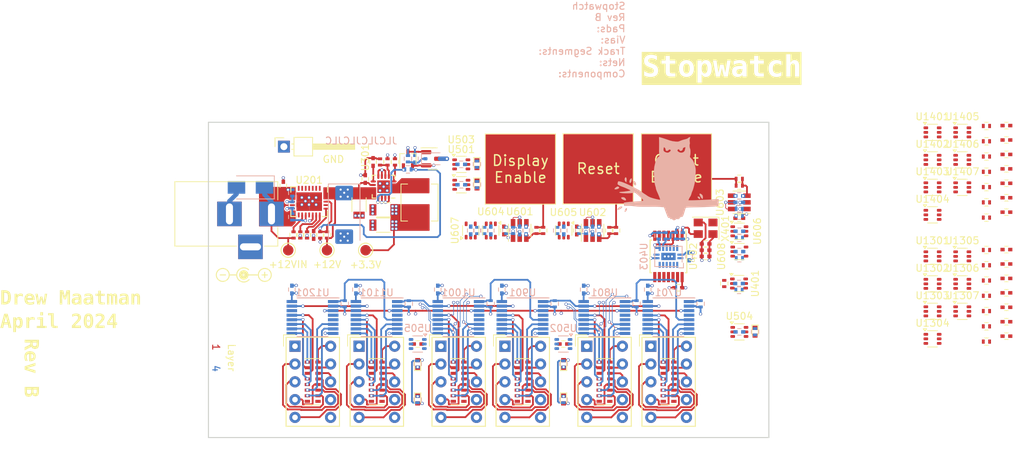
<source format=kicad_pcb>
(kicad_pcb (version 20240108) (generator "pcbnew") (generator_version "8.0")
  (layers (0 "F.Cu" mixed) (1 "In1.Cu" power) (2 "In2.Cu" power) (31 "B.Cu" mixed) (34 "B.Paste" user) (35 "F.Paste" user) (36 "B.SilkS" user "B.Silkscreen") (37 "F.SilkS" user "F.Silkscreen") (38 "B.Mask" user) (39 "F.Mask" user) (44 "Edge.Cuts" user))
  (net 0 "")
  (net 1 "+12Vin")
  (net 2 "GND")
  (net 3 "Net-(U201-dVdT)")
  (net 4 "+12V")
  (net 5 "Net-(U201-RTN)")
  (net 6 "Net-(D301-K)")
  (net 7 "Net-(U301-SS{slash}TR)")
  (net 8 "Net-(U601-SNS)")
  (net 9 "Net-(U601-SNSK)")
  (net 10 "Net-(U602-SNS)")
  (net 11 "Net-(U602-SNSK)")
  (net 12 "Net-(U603-SNS)")
  (net 13 "Net-(U603-SNSK)")
  (net 14 "Net-(C607-Pad1)")
  (net 15 "Net-(C608-Pad1)")
  (net 16 "Net-(C609-Pad1)")
  (net 17 "+3.3V")
  (net 18 "Net-(D502-K)")
  (net 19 "Net-(D503-K)")
  (net 20 "Net-(D506-K)")
  (net 21 "Net-(D507-K)")
  (net 22 "POS12_PGOOD")
  (net 23 "POS3P3_PGOOD")
  (net 24 "32768Hz_Clock")
  (net 25 "Count_Reset")
  (net 26 "256Hz_Clock")
  (net 27 "POS3P3_RUN")
  (net 28 "Net-(Q301-D)")
  (net 29 "1Hz_Clock")
  (net 30 "Net-(U201-UVLO)")
  (net 31 "Net-(U201-OVP)")
  (net 32 "Net-(U201-~{SHDN})")
  (net 33 "Net-(U201-ILIM)")
  (net 34 "Net-(U201-IMON)")
  (net 35 "Net-(U301-FB)")
  (net 36 "1Hz_Clock_SRC")
  (net 37 "Net-(R502-Pad2)")
  (net 38 "Net-(R506-Pad2)")
  (net 39 "Net-(SW601-TP)")
  (net 40 "Net-(SW602-TP)")
  (net 41 "Net-(SW603-TP)")
  (net 42 "Net-(U601-OUT)")
  (net 43 "Net-(U602-OUT)")
  (net 44 "Net-(U603-OUT)")
  (net 45 "Count_Enable")
  (net 46 "Seconds_Reset")
  (net 47 "Minutes_Reset")
  (net 48 "Display_Enable")
  (net 49 "Stage01_Clock_Out")
  (net 50 "Stage03_Clock_Out")
  (net 51 "Stage05_Clock_Out")
  (net 52 "Stage01_SEG_A")
  (net 53 "Stage01_SEG_B")
  (net 54 "Stage01_SEG_C")
  (net 55 "Stage01_SEG_D")
  (net 56 "Stage01_SEG_E")
  (net 57 "Stage01_SEG_F")
  (net 58 "Stage01_SEG_G")
  (net 61 "Net-(RN701-R7.2)")
  (net 62 "Net-(RN701-R6.2)")
  (net 63 "Net-(RN701-R5.2)")
  (net 64 "Net-(RN701-R4.2)")
  (net 65 "Net-(RN701-R3.2)")
  (net 66 "Net-(RN701-R2.2)")
  (net 67 "Net-(RN701-R1.2)")
  (net 68 "Stage02_SEG_A")
  (net 69 "Stage02_SEG_B")
  (net 70 "Stage02_SEG_C")
  (net 71 "Stage02_SEG_D")
  (net 72 "Stage02_SEG_E")
  (net 73 "Stage02_SEG_F")
  (net 74 "Stage02_SEG_G")
  (net 77 "Net-(RN801-R7.2)")
  (net 78 "Net-(RN801-R6.2)")
  (net 79 "Net-(RN801-R5.2)")
  (net 80 "Net-(RN801-R4.2)")
  (net 81 "Net-(RN801-R3.2)")
  (net 82 "Net-(RN801-R2.2)")
  (net 83 "Net-(RN801-R1.2)")
  (net 84 "Stage03_SEG_A")
  (net 85 "Stage03_SEG_B")
  (net 86 "Stage03_SEG_C")
  (net 87 "Stage03_SEG_D")
  (net 88 "Stage03_SEG_E")
  (net 89 "Stage03_SEG_F")
  (net 90 "Stage03_SEG_G")
  (net 93 "Net-(RN901-R7.2)")
  (net 94 "Net-(RN901-R6.2)")
  (net 95 "Net-(RN901-R5.2)")
  (net 96 "Net-(RN901-R4.2)")
  (net 97 "Net-(RN901-R3.2)")
  (net 98 "Net-(RN901-R2.2)")
  (net 99 "Net-(RN901-R1.2)")
  (net 100 "Stage04_SEG_A")
  (net 101 "Stage04_SEG_B")
  (net 102 "Stage04_SEG_C")
  (net 103 "Stage04_SEG_D")
  (net 104 "Stage04_SEG_E")
  (net 105 "Stage04_SEG_F")
  (net 106 "Stage04_SEG_G")
  (net 109 "Net-(RN1001-R7.2)")
  (net 110 "Net-(RN1001-R6.2)")
  (net 111 "Net-(RN1001-R5.2)")
  (net 112 "Net-(RN1001-R4.2)")
  (net 113 "Net-(RN1001-R3.2)")
  (net 114 "Net-(RN1001-R2.2)")
  (net 115 "Net-(RN1001-R1.2)")
  (net 116 "Stage05_SEG_A")
  (net 117 "Stage05_SEG_B")
  (net 118 "Stage05_SEG_C")
  (net 119 "Stage05_SEG_D")
  (net 120 "Stage05_SEG_E")
  (net 121 "Stage05_SEG_F")
  (net 122 "Stage05_SEG_G")
  (net 125 "Net-(RN1101-R7.2)")
  (net 126 "Net-(RN1101-R6.2)")
  (net 127 "Net-(RN1101-R5.2)")
  (net 128 "Net-(RN1101-R4.2)")
  (net 129 "Net-(RN1101-R3.2)")
  (net 130 "Net-(RN1101-R2.2)")
  (net 131 "Net-(RN1101-R1.2)")
  (net 132 "Stage06_SEG_A")
  (net 133 "Stage06_SEG_B")
  (net 134 "Stage06_SEG_C")
  (net 135 "Stage06_SEG_D")
  (net 136 "Stage06_SEG_E")
  (net 137 "Stage06_SEG_F")
  (net 138 "Stage06_SEG_G")
  (net 141 "Net-(RN1201-R7.2)")
  (net 142 "Net-(RN1201-R6.2)")
  (net 143 "Net-(RN1201-R5.2)")
  (net 144 "Net-(RN1201-R4.2)")
  (net 145 "Net-(RN1201-R3.2)")
  (net 146 "Net-(RN1201-R2.2)")
  (net 147 "Net-(RN1201-R1.2)")
  (net 199 "Net-(L301-Pad1)")
  (net 200 "Net-(D501-K)")
  (net 201 "Net-(D504-K)")
  (net 202 "Net-(D505-K)")
  (net 203 "Net-(R501-Pad2)")
  (net 204 "Net-(R504-Pad2)")
  (net 205 "Net-(R505-Pad2)")
  (net 206 "Net-(U607-C)")
  (net 207 "Net-(U608-C)")
  (net 208 "Net-(R1301-Pad1)")
  (net 209 "Net-(R1302-Pad1)")
  (net 210 "Net-(R1303-Pad1)")
  (net 211 "Net-(R1304-Pad1)")
  (net 212 "Net-(R1305-Pad1)")
  (net 213 "Net-(R1306-Pad1)")
  (net 214 "Net-(R1401-Pad1)")
  (net 215 "Net-(R1402-Pad1)")
  (net 216 "Net-(R1403-Pad1)")
  (net 217 "Net-(R1404-Pad1)")
  (net 218 "Net-(R1405-Pad1)")
  (net 219 "Net-(R1406-Pad1)")
  (footprint "Resistors_SMD:R_0402" (layer "F.Cu") (at 196.5592 105.9952)
    (property "Reference" "R1304" (hide yes))
    (property "Value" "10k")
  )
  (footprint "Capacitors_SMD:C_0402" (layer "F.Cu") (at 199.4092 105.5752)
    (property "Reference" "C1304" (hide yes))
    (property "Value" "0.1uF")
  )
  (footprint "Package_TO_SOT_SMD:SOT-363_SC-70-6" (layer "F.Cu") (at 121.5898 87.2357)
    (property "Reference" "U503")
    (property "Value" "74LVC1G97")
  )
  (footprint "Custom Footprints Library:Capacitive_Touch_Pad" (layer "F.Cu") (at 152.3084 87.88)
    (property "Reference" "SW603" (hide yes))
    (property "Value" "Cap_Touch")
  )
  (footprint "Capacitors_SMD:C_0402" (layer "F.Cu") (at 199.4092 101.4552)
    (property "Reference" "C1302" (hide yes))
    (property "Value" "0.1uF")
  )
  (footprint "Capacitors_SMD:C_1206" (layer "F.Cu") (at 110.476 93.722 180)
    (property "Reference" "C305" (hide yes))
    (property "Value" "10uF")
  )
  (footprint "TO_SOT_Packages_SMD:SOT-23-6" (layer "F.Cu") (at 140.335 96.6724 90)
    (property "Reference" "U602")
    (property "Value" "AT42QT1010-TSHR")
  )
  (footprint "Resistors_SMD:R_0402" (layer "F.Cu") (at 196.5592 99.4552)
    (property "Reference" "R1301" (hide yes))
    (property "Value" "10k")
  )
  (footprint "Capacitors_SMD:C_0402" (layer "F.Cu") (at 199.4092 99.3952)
    (property "Reference" "C1301" (hide yes))
    (property "Value" "0.1uF")
  )
  (footprint "Package_TO_SOT_SMD:SOT-363_SC-70-6" (layer "F.Cu") (at 188.8592 108.2152)
    (property "Reference" "U1303")
    (property "Value" "74LVC1G97")
  )
  (footprint "Package_TO_SOT_SMD:SOT-363_SC-70-6" (layer "F.Cu") (at 188.8592 82.6652)
    (property "Reference" "U1401")
    (property "Value" "74LVC1G97")
  )
  (footprint "Resistors_SMD:R_0402" (layer "F.Cu") (at 161.2746 90.2676)
    (property "Reference" "R605" (hide yes))
    (property "Value" "1k")
  )
  (footprint "Capacitors_SMD:C_0402" (layer "F.Cu") (at 199.4092 85.8152)
    (property "Reference" "C1403" (hide yes))
    (property "Value" "0.1uF")
  )
  (footprint "Capacitors_SMD:C_0402" (layer "F.Cu") (at 152.5624 104.8512 180)
    (property "Reference" "C404" (hide yes))
    (property "Value" "0.1uF")
  )
  (footprint "Package_TO_SOT_SMD:SOT-363_SC-70-6" (layer "F.Cu") (at 193.1092 100.3652)
    (property "Reference" "U1305")
    (property "Value" "74LVC1G97")
  )
  (footprint "Resistors_SMD:R_0402" (layer "F.Cu") (at 98.6128 97.3074 -90)
    (property "Reference" "R208" (hide yes))
    (property "Value" "10k")
  )
  (footprint "Package_TO_SOT_SMD:SOT-363_SC-70-6" (layer "F.Cu") (at 161.29 96.7861)
    (property "Reference" "U606")
    (property "Value" "74LVC1G97")
  )
  (footprint "Resistors_SMD:R_0402" (layer "F.Cu") (at 196.5592 108.1752)
    (property "Reference" "R1305" (hide yes))
    (property "Value" "10k")
  )
  (footprint "Capacitors_SMD:C_0402" (layer "F.Cu") (at 199.4092 87.8752)
    (property "Reference" "C1404" (hide yes))
    (property "Value" "0.1uF")
  )
  (footprint "Custom Footprints Library:Capacitive_Touch_Pad" (layer "F.Cu") (at 130.0326 87.9054)
    (property "Reference" "SW601" (hide yes))
    (property "Value" "Cap_Touch")
  )
  (footprint "Capacitors_SMD:C_0402" (layer "F.Cu") (at 161.2746 94.9158)
    (property "Reference" "C609" (hide yes))
    (property "Value" "10uF")
  )
  (footprint "Capacitors_SMD:C_0402" (layer "F.Cu") (at 138.0744 96.6724 -90)
    (property "Reference" "C608" (hide yes))
    (property "Value" "10uF")
  )
  (footprint "LEDs:LED_0402" (layer "F.Cu") (at 163.5252 111.125 -90)
    (property "Reference" "D505" (hide yes))
    (property "Value" "Green")
  )
  (footprint "Resistors_SMD:R_0402" (layer "F.Cu") (at 196.5592 103.8152)
    (property "Reference" "R1303" (hide yes))
    (property "Value" "10k")
  )
  (footprint "Capacitors_SMD:C_0402" (layer "F.Cu") (at 115.3668 112.8776)
    (property "Reference" "C505" (hide yes))
    (property "Value" "0.1uF")
  )
  (footprint "Connector_PinHeader_2.54mm:PinHeader_1x01_P2.54mm_Horizontal" (layer "F.Cu") (at 96.2698 84.705)
    (property "Reference" "TP201" (hide yes))
    (property "Value" "TP")
  )
  (footprint "Capacitors_SMD:C_0402" (layer "F.Cu") (at 199.4092 94.0552)
    (property "Reference" "C1407" (hide yes))
    (property "Value" "0.1uF")
  )
  (footprint "Capacitors_SMD:C_0402" (layer "F.Cu") (at 136.1694 112.8776)
    (property "Reference" "C502" (hide yes))
    (property "Value" "0.1uF")
  )
  (footprint "Capacitors_SMD:C_0402" (layer "F.Cu") (at 107.8852 89.3278 90)
    (property "Reference" "C304" (hide yes))
    (property "Value" "0.1uF")
  )
  (footprint "Package_TO_SOT_SMD:SOT-363_SC-70-6" (layer "F.Cu") (at 188.8592 86.5902)
    (property "Reference" "U1402")
    (property "Value" "74LVC1G97")
  )
  (footprint "MountingHole:MountingHole_3mm" (layer "F.Cu") (at 161.6864 85.0392)
    (property "Reference" "H1502" (hide yes))
    (property "Value" "3mm")
  )
  (footprint "Package_TO_SOT_SMD:SOT-363_SC-70-6" (layer "F.Cu") (at 121.6 90.1417)
    (property "Reference" "U501")
    (property "Value" "74LVC1G97")
  )
  (footprint "Display_7Segment:HDSP-A151" (layer "F.Cu") (at 118.6814 113.1928)
    (property "Reference" "U1002" (hide yes))
    (property "Value" "HDSP-7503")
  )
  (footprint "Package_TO_SOT_SMD:SOT-363_SC-70-6" (layer "F.Cu") (at 188.8592 100.3652)
    (property "Reference" "U1301")
    (property "Value" "74LVC1G97")
  )
  (footprint "Package_TO_SOT_SMD:SOT-23" (layer "F.Cu") (at 117.5118 86.4322)
    (property "Reference" "Q302" (hide yes))
    (property "Value" "ZXMS6004FFTA")
  )
  (footprint "Custom Footprints Library:Test_Point" (layer "F.Cu") (at 107.9346 99.4878 90)
    (property "Reference" "TP301" (hide yes))
    (property "Value" "TP")
  )
  (footprint "Capacitors_SMD:C_0402" (layer "F.Cu") (at 109.0028 86.8894 90)
    (property "Reference" "C303" (hide yes))
    (property "Value" "10nF")
  )
  (footprint "Resistors_SMD:R_0402" (layer "F.Cu") (at 159.131 104.2416 90)
    (property "Reference" "R402" (hide yes))
    (property "Value" "10k")
  )
  (footprint "TO_SOT_Packages_SMD:SOT-23-6" (layer "F.Cu") (at 161.2746 92.6552 180)
    (property "Reference" "U603")
    (property "Value" "AT42QT1010-TSHR")
  )
  (footprint "Resistors_SMD:R_0402" (layer "F.Cu") (at 111.0602 86.8894 -90)
    (property "Reference" "R304" (hide yes))
    (property "Value" "562k")
  )
  (footprint "Resistor_SMD:R_Cat16-8" (layer "F.Cu") (at 100.3806 118.2632)
    (property "Reference" "RN1201" (hide yes))
    (property "Value" "1k")
  )
  (footprint "Package_TO_SOT_SMD:SOT-363_SC-70-6" (layer "F.Cu") (at 193.1092 108.2152)
    (property "Reference" "U1307")
    (property "Value" "74LVC1G97")
  )
  (footprint "Resistors_SMD:R_0402" (layer "F.Cu") (at 132.3186 96.6684 -90)
    (property "Reference" "R601" (hide yes))
    (property "Value" "1k")
  )
  (footprint "Capacitors_SMD:C_0402" (layer "F.Cu") (at 199.4092 91.9952)
    (property "Reference" "C1406" (hide yes))
    (property "Value" "0.1uF")
  )
  (footprint "Connectors:BARREL_JACK" (layer "F.Cu") (at 94.498 94.3062)
    (property "Reference" "J201" (hide yes))
    (property "Value" "+12V IN")
  )
  (footprint "Resistors_SMD:R_0402" (layer "F.Cu") (at 142.7226 96.6724 -90)
    (property "Reference" "R603" (hide yes))
    (property "Value" "1k")
  )
  (footprint "Package_TO_SOT_SMD:SOT-363_SC-70-6" (layer "F.Cu") (at 193.1092 90.5152)
    (property "Reference" "U1407")
    (property "Value" "74LVC1G97")
  )
  (footprint "Resistors_SMD:R_0402" (layer "F.Cu") (at 196.5592 86.1152)
    (property "Reference" "R1403" (hide yes))
    (property "Value" "10k")
  )
  (footprint "Resistors_SMD:R_0402" (layer "F.Cu") (at 196.5592 88.2952)
    (property "Reference" "R1404" (hide yes))
    (property "Value" "10k")
  )
  (footprint "Resistors_SMD:R_0402" (layer "F.Cu") (at 196.5592 83.9352)
    (property "Reference" "R1402" (hide yes))
    (property "Value" "10k")
  )
  (footprint "Package_TO_SOT_SMD:SOT-363_SC-70-6" (layer "F.Cu") (at 188.8592 90.5152)
    (property "Reference" "U1403")
    (property "Value" "74LVC1G97")
  )
  (footprint "Capacitors_SMD:C_0402" (layer "F.Cu") (at 199.4092 111.7552)
    (property "Reference" "C1307" (hide yes))
    (property "Value" "0.1uF")
  )
  (footprint "Custom Footprints Library:Test_Point" (layer "F.Cu") (at 102.4228 99.4878)
    (property "Reference" "TP203" (hide yes))
    (property "Value" "TP_Pad")
  )
  (footprint "Resistors_SMD:R_0402" (layer "F.Cu") (at 196.5592 81.7552)
    (property "Reference" "R1401" (hide yes))
    (property "Value" "10k")
  )
  (footprint "Resistors_SMD:R_0402" (layer "F.Cu") (at 112.127 86.8894 -90)
    (property "Reference" "R302" (hide yes))
    (property "Value" "10k")
  )
  (footprint "LEDs:LED_0402" (layer "F.Cu") (at 115.3666 115.7232 90)
    (property "Reference" "D506" (hide yes))
    (property "Value" "Red")
  )
  (footprint "LEDs:LED_0402" (layer "F.Cu") (at 136.1946 115.7232 90)
    (property "Reference" "D502" (hide yes))
    (property "Value" "Red")
  )
  (footprint "LEDs:LED_0402" (layer "F.Cu") (at 123.8352 90.1163 -90)
    (property "Reference" "D501" (hide yes))
    (property "Value" "Green")
  )
  (footprint "Package_TO_SOT_SMD:SOT-363_SC-70-6" (layer "F.Cu") (at 125.8062 96.6724 -90)
    (property "Reference" "U604")
    (property "Value" "74LVC1G97")
  )
  (footprint "Capacitors_SMD:C_0402" (layer "F.Cu") (at 156.464 100.3681 180)
    (property "Reference" "C403" (hide yes))
    (property "Value" "1nF")
  )
  (footprint "Custom Footprints Library:Test_Point" (layer "F.Cu") (at 96.8856 99.4878)
    (property "Reference" "TP202" (hide yes))
    (property "Value" "TP_Pad")
  )
  (footprint "Capacitors_SMD:C_0402" (layer "F.Cu") (at 96.1898 90.2716 90)
    (property "Reference" "C202" (hide yes))
    (property "Value" "0.1uF")
  )
  (footprint "Housings_DFN_QFN:QFN-24-1EP_4x5mm_Pitch0.5mm" (layer "F.Cu") (at 99.8828 92.5536 -90)
    (property "Reference" "U201")
    (property "Value" "TPS26600RHFT")
  )
  (footprint "Capacitors_SMD:C_0402" (layer "F.Cu") (at 199.4092 103.5152)
    (property "Reference" "C1303" (hide yes))
    (property "Value" "0.1uF")
  )
  (footprint "Capacitors_SMD:C_0402" (layer "F.Cu") (at 199.4092 89.9352)
    (property "Reference" "C1405" (hide yes))
    (property "Value" "0.1uF")
  )
  (footprint "Capacitors_SMD:C_0402" (layer "F.Cu") (at 199.4092 81.6952)
    (property "Reference" "C1401" (hide yes))
    (property "Value" "0.1uF")
  )
  (footprint "Capacitors_SMD:C_0402" (layer "F.Cu") (at 127.6704 96.6684 -90)
    (property "Reference" "C607" (hide yes))
    (property "Value" "10uF")
  )
  (footprint "Capacitors_SMD:C_0402" (layer "F.Cu") (at 199.4092 107.6352)
    (property "Reference" "C1305" (hide yes))
    (property "Value" "0.1uF")
  )
  (footprint "Capacitors_SMD:C_1206" (layer "F.Cu") (at 110.476 95.9064 180)
    (property "Reference" "C306" (hide yes))
    (property "Value" "10uF")
  )
  (footprint "Resistors_SMD:R_0402" (layer "F.Cu") (at 196.5592 110.3552)
    (property "Reference" "R1306" (hide yes))
    (property "Value" "10k")
  )
  (footprint "Resistor_SMD:R_Cat16-8" (layer "F.Cu") (at 151.1806 118.2632)
    (property "Reference" "RN701" (hide yes))
    (property "Value" "1k")
  )
  (footprint "Package_TO_SOT_SMD:SOT-363_SC-70-6" (layer "F.Cu") (at 136.2202 96.6724 -90)
    (property "Reference" "U605")
    (property "Value" "74LVC1G97")
  )
  (footprint "Custom Footprints Library:Capacitive_Touch_Pad" (layer "F.Cu") (at 141.1324 87.88)
    (property "Reference" "SW602" (hide yes))
    (property "Value" "Cap_Touch")
  )
  (footprint "Package_TO_SOT_SMD:SOT-363_SC-70-6" (layer "F.Cu") (at 188.8592 104.2902)
    (property "Reference" "U1302")
    (property "Value" "74LVC1G97")
  )
  (footprint "Display_7Segment:HDSP-A151" (layer "F.Cu") (at 127.8254 113.1928)
    (property "Reference" "U902" (hide yes))
    (property "Value" "HDSP-7503")
  )
  (footprint "Resistors_SMD:R_0402" (layer "F.Cu") (at 196.5592 112.5352)
    (property "Reference" "R1307" (hide yes))
    (property "Value" "10k")
  )
  (footprint "Package_TO_SOT_SMD:SOT-363_SC-70-6" (layer "F.Cu") (at 193.1092 104.2902)
    (property "Reference" "U1306")
    (property "Value" "74LVC1G97")
  )
  (footprint "Package_TO_SOT_SMD:SOT-363_SC-70-6" (layer "F.Cu") (at 188.8592 112.1402)
    (property "Reference" "U1304")
    (property "Value" "74LVC1G97")
  )
  (footprint "Package_TO_SOT_SMD:SOT-353_SC-70-5" (layer "F.Cu") (at 161.29 99.6817)
    (property "Reference" "U608")
    (property "Value" "74LVC1G80")
  )
  (footprint "Package_TO_SOT_SMD:SOT-353_SC-70-5" (layer "F.Cu") (at 122.936 96.6724 90)
    (property "Reference" "U607")
    (property "Value" "74LVC1G80")
  )
  (footprint "Package_TO_SOT_SMD:SOT-363_SC-70-6" (layer "F.Cu") (at 193.1092 86.5902)
    (property "Reference" "U1406")
    (property "Value" "74LVC1G97")
  )
  (footprint "Package_TO_SOT_SMD:SOT-363_SC-70-6" (layer "F.Cu") (at 193.1092 82.6652)
    (property "Reference" "U1405")
    (property "Value" "74LVC1G97")
  )
  (footprint "TO_SOT_Packages_SMD:SOT-23-6" (layer "F.Cu") (at 129.931 96.6684 90)
    (property "Reference" "U601")
    (property "Value" "AT42QT1010-TSHR")
  )
  (footprint "Capacitors_SMD:C_0402" (layer "F.Cu") (at 100.5178 97.3074 -90)
    (property "Reference" "C201" (hide yes))
    (property "Value" "10nF")
  )
  (footprint "Package_TO_SOT_SMD:SOT-363_SC-70-6" (layer "F.Cu") (at 161.2392 104.2416)
    (property "Reference" "U401")
    (property "Value" "74LVC1G97")
  )
  (footprint "Resistors_SMD:R_0402" (layer "F.Cu") (at 109.9934 86.8894 90)
    (property "Reference" "R305" (hide yes))
    (property "Value" "180k")
  )
  (footprint "Resistors_SMD:R_0402" (layer "F.Cu") (at 196.5592 92.6552)
    (property "Reference" "R1406" (hide yes))
    (property "Value" "10k")
  )
  (footprint "Oscillator:Oscillator_SMD_Abracon_ASE-4Pin_3.2x2.5mm" (layer "F.Cu") (at 156.4688 96.3549 180)
    (property "Reference" "X401")
    (property "Value" "ECS-327KE")
  )
  (footprint "Resistor_SMD:R_Cat16-8" (layer "F.Cu") (at 109.5246 118.2632)
    (property "Reference" "RN1101" (hide yes))
    (property "Value" "1k")
  )
  (footprint "Display_7Segment:HDSP-A151" (layer "F.Cu") (at 97.8534 113.1928)
    (property "Reference" "U1202" (hide yes))
    (property "Value" "HDSP-7503")
  )
  (footprint "Resistors_SMD:R_0402" (layer "F.Cu") (at 97.6476 97.3074 90)
    (property "Reference" "R204" (hide yes))
    (property "Value" "10k")
  )
  (footprint "Resistor_SMD:R_Cat16-8" (layer "F.Cu") (at 130.3526 118.2632)
    (property "Reference" "RN901" (hide yes))
    (property "Value" "1k")
  )
  (footprint "Resistors_SMD:R_0402" (layer "F.Cu") (at 102.4228 97.3074 90)
    (property "Reference" "R206" (hide yes))
    (property "Value" "13k")
  )
  (footprint "MountingHole:MountingHole_3mm" (layer "F.Cu") (at 161.6864 122.4192)
    (property "Reference" "H1504" (hide yes))
    (property "Value" "3mm")
  )
  (footprint "LEDs:LED_0402" (layer "F.Cu") (at 123.825 87.2103 -90)
    (property "Reference" "D504" (hide yes))
    (property "Value" "Green")
  )
  (footprint "Resistors_SMD:R_0402" (layer "F.Cu") (at 161.2746 89.3024)
    (property "Reference" "R606" (hide yes))
    (property "Value" "1k")
  )
  (footprint "Resistors_SMD:R_0402" (layer "F.Cu") (at 99.578 97.3074 -90)
    (property "Reference" "R205" (hide yes))
    (property "Value" "10k")
  )
  (footprint "Resistors_SMD:R_0402" (layer "F.Cu") (at 196.5592 101.6352)
    (property "Reference" "R1302" (hide yes))
    (property "Value" "10k")
  )
  (footprint "Display_7Segment:HDSP-A151" (layer "F.Cu") (at 148.6534 113.1928)
    (property "Reference" "U702" (hide yes))
    (property "Value" "HDSP-7503")
  )
  (footprint "Symbol:Symbol_Barrel_Polarity" (layer "F.Cu") (at 90.5439 102.9414)
    (property "Reference" "REF**" (hide yes))
    (property "Value" "Symbol_Barrel_Polarity")
  )
  (footprint "Resistors_SMD:R_0402" (layer "F.Cu") (at 133.2838 96.6684 -90)
    (property "Reference" "R602" (hide yes))
    (property "Value" "1k")
  )
  (footprint "Package_TO_SOT_SMD:SOT-363_SC-70-6" (layer "F.Cu") (at 161.29 111.1504)
    (property "Reference" "U504")
    (property "Value" "74LVC1G97")
  )
  (footprint "LEDs:LED_0402" (layer "F.Cu") (at 115.3666 120.8032 -90)
    (property "Reference" "D507" (hide yes))
    (property "Value" "Red")
  )
  (footprint "Housings_DFN_QFN:QFN-16-1EP_3x3mm_Pitch0.5mm" (layer "F.Cu") (at 110.5014 90.42 180)
    (property "Reference" "U301")
    (property "Value" "TPS62130A")
  )
  (footprint "Capacitors_SMD:C_0402" (layer "F.Cu") (at 156.464 99.4791 180)
    (property "Reference" "C402" (hide yes))
    (property "Value" "10nF")
  )
  (footprint "Resistors_SMD:R_0402" (layer "F.Cu") (at 196.5592 90.4752)
    (property "Reference" "R1405" (hide yes))
    (property "Value" "10k")
  )
  (footprint "Capacitors_SMD:C_0402" (layer "F.Cu") (at 199.4092 109.6952)
    (property "Reference" "C1306" (hide yes))
    (property "Value" "0.1uF")
  )
  (footprint "Capacitors_SMD:C_0402" (layer "F.Cu") (at 199.4092 83.7552)
    (property "Reference" "C1402" (hide yes))
    (property "Value" "0.1uF")
  )
  (footprint "LEDs:LED_0402" (layer "F.Cu") (at 136.1946 120.8032 -90)
    (property "Reference" "D503" (hide yes))
    (property "Value" "Red")
  )
  (footprint "Resistor_SMD:R_Cat16-8" (layer "F.Cu") (at 142.0366 118.2632)
    (property "Reference" "RN801" (hide yes))
    (property "Value" "1k")
  )
  (footprint "Inductors_SMD:L_Vishay_IHLP-2020" (layer "F.Cu") (at 115.6208 92.6846 -90)
    (property "Reference" "L301" (hide yes))
    (property "Value" "2.2u")
  )
  (footprint "Housings_SSOP:TSSOP-14_4.4x5mm_Pitch0.65mm" (layer "F.Cu") (at 151.1654 100.3768 -90)
    (property "Reference" "U402")
    (property "Value" "CD4024")
  )
  (footprint "Capacitors_SMD:C_1206" (layer "F.Cu") (at 106.9962 92.9854 -90)
    (property "Reference" "C301" (hide yes))
    (property "Value" "10uF")
  )
  (footprint "MountingHole:MountingHole_3mm" (layer "F.Cu") (at 89.3064 122.4192)
    (property "Reference" "H1503" (hide yes))
    (property "Value" "3mm")
  )
  (footprint "Display_7Segment:HDSP-A151" (layer "F.Cu") (at 139.5094 113.1928)
    (property "Reference" "U802" (hide yes))
    (property "Value" "HDSP-7503")
  )
  (footprint "Display_7Segment:HDSP-A151" (layer "F.Cu") (at 106.9974 113.1928)
    (property "Reference" "U1102" (hide yes))
    (property "Value" "HDSP-7503")
  )
  (footprint "Resistors_SMD:R_0402" (layer "F.Cu") (at 143.6878 96.6724 -90)
    (property "Reference" "R604" (hide yes))
    (property "Value" "1k")
  )
  (footprint "Resistors_SMD:R_0402" (layer "F.Cu") (at 196.5592 94.8352)
    (property "Reference" "R1407" (hide yes))
    (property "Value" "10k")
  )
  (footprint "Package_TO_SOT_SMD:SOT-363_SC-70-6" (layer "F.Cu") (at 188.8592 94.4402)
    (property "Reference" "U1404")
    (property "Value" "74LVC1G97")
  )
  (footprint "Resistor_SMD:R_Cat16-8" (layer "F.Cu") (at 121.2086 118.2632)
    (property "Reference" "RN1001" (hide yes))
    (property "Value" "1k")
  )
  (footprint "Capacitors_SMD:C_0402" (layer "F.Cu") (at 156.464 98.5901 180)
    (property "Reference" "C401" (hide yes))
    (property "Value" "0.1uF")
  )
  (footprint "Resistors_SMD:R_0402" (layer "F.Cu") (at 101.4576 97.3074 -90)
    (property "Reference" "R207" (hide yes))
    (property "Value" "5.11k")
  )
  (footprint "MountingHole:MountingHole_3mm" (layer "F.Cu") (at 89.3064 85.0392)
    (property "Reference" "H1501" (hide yes))
    (property "Value" "3mm")
  )
  (footprint "Package_TO_SOT_SMD:SOT-323_SC-70" (layer "F.Cu") (at 113.980828 86.4322 90)
    (property "Reference" "Q301" (hide yes))
    (property "Value" "BSS214NW")
  )
  (footprint "Resistors_SMD:R_0402" (layer "B.Cu") (at 125.78519 107.138 -90)
    (property "Reference" "R1001" (hide yes))
    (property "Value" "10k")
  )
  (footprint "Resistors_SMD:R_0402" (layer "B.Cu") (at 153.2228 97.4304 -90)
    (property "Reference" "R401" (hide yes))
    (property "Value" "10k")
  )
  (footprint "Resistors_SMD:R_0402" (layer "B.Cu") (at 104.95719 107.138 -90)
    (property "Reference" "R1201" (hide yes))
    (property "Value" "10k")
  )
  (footprint "Capacitors_SMD:C_0402" (layer "B.Cu") (at 106.553 105.1052 90)
    (property "Reference" "C1101" (hide yes))
    (property "Value" "0.1uF")
  )
  (footprint "Resistors_SMD:R_0402" (layer "B.Cu") (at 163.5252 111.125 -90)
    (property "Reference" "R505" (hide yes))
    (property "Value" "1k")
  )
  (footprint "Capacitors_SMD:C_0402" (layer "B.Cu") (at 161.2746 91.7408)
    (property "Reference" "C603" (hide yes))
    (property "Value" "10nF")
  )
  (footprint "Housings_SSOP:TSSOP-16_4.4x5mm_Pitch0.65mm" (layer "B.Cu") (at 109.4994 109.093 180)
    (property "Reference" "U1101")
    (property "Value" "4026")
  )
  (footprint "Capacitors_SMD:C_0402" (layer "B.Cu") (at 136.2202 96.6724 90)
    (property "Reference" "C611" (hide yes))
    (property "Value" "0.1uF")
  )
  (footprint "Capacitors_SMD:C_0402" (layer "B.Cu") (at 129.931 96.6684 -90)
    (property "Reference" "C604" (hide yes))
    (property "Value" "0.1uF")
  )
  (footprint "Resistors_SMD:R_0402" (layer "B.Cu") (at 123.8758 96.6724 -90)
    (property "Reference" "R616" (hide yes))
    (property "Value" "10k")
  )
  (footprint "Diode_SMD:D_SOD-323" (layer "B.Cu") (at 117.5118 86.4322)
    (property "Reference" "D301" (hide yes))
    (property "Value" "BAT48JFILM")
  )
  (footprint "Resistors_SMD:R_0402" (layer "B.Cu") (at 161.29 97.7259 180)
    (property "Reference" "R615" (hide yes))
    (property "Value" "10k")
  )
  (footprint "Capacitors_SMD:C_0402" (layer "B.Cu") (at 130.8454 96.6684 -90)
    (property "Reference" "C601" (hide yes))
    (property "Value" "10nF")
  )
  (footprint "Resistors_SMD:R_0402" (layer "B.Cu") (at 115.3666 115.7232 90)
    (property "Reference" "R506" (hide yes))
    (property "Value" "1k")
  )
  (footprint "Resistors_SMD:R_0402" (layer "B.Cu") (at 136.1946 115.7232 90)
    (property "Reference" "R502" (hide yes))
    (property "Value" "1k")
  )
  (footprint "Capacitors_SMD:C_0402" (layer "B.Cu") (at 141.2494 96.6724 -90)
    (property "Reference" "C602" (hide yes))
    (property "Value" "10nF")
  )
  (footprint "Housings_SSOP:TSSOP-16_4.4x5mm_Pitch0.65mm" (layer "B.Cu") (at 142.0114 109.093 180)
    (property "Reference" "U801")
    (property "Value" "4026")
  )
  (footprint "Custom Footprints Library:Owl_1_Logo" (layer "B.Cu") (at 150.5458 89.281 180)
    (property "Reference" "G***" (hide yes))
    (property "Value" "Owl_1_Logo" (hide yes))
  )
  (footprint "Housings_SSOP:TSSOP-16_4.4x5mm_Pitch0.65mm" (layer "B.Cu") (at 151.1554 109.093 180)
    (property "Reference" "U701")
    (property "Value" "4026")
  )
  (footprint "Resistors_SMD:R_0402" (layer "B.Cu") (at 149.743 97.4304 90)
    (property "Reference" "R405" (hide yes))
    (property "Value" "10k")
  )
  (footprint "Capacitors_SMD:C_0402" (layer "B.Cu") (at 121.5898 87.2357 180)
    (property "Reference" "C503" (hide yes))
    (property "Value" "0.1uF")
  )
  (footprint "Resistors_SMD:R_0402" (layer "B.Cu") (at 161.2746 94.5602)
    (property "Reference" "R612" (hide yes))
    (property "Value" "10k")
  )
  (footprint "Resistors_SMD:R_0402" (layer "B.Cu") (at 123.825 87.2103 -90)
    (property "Reference" "R504" (hide yes))
    (property "Value" "1k")
  )
  (footprint "Resistors_SMD:R_0402" (layer "B.Cu") (at 115.3666 120.8032 -90)
    (property "Reference" "R507" (hide yes))
    (property "Value" "1k")
  )
  (footprint "Resistors_SMD:R_0402" (layer "B.Cu") (at 138.43 96.6724 -90)
    (property "Reference" "R611" (hide yes))
    (property "Value" "10k")
  )
  (footprint "Resistors_SMD:R_0402" (layer "B.Cu") (at 97.4698 93.0362 -90)
    (property "Reference" "R202" (hide yes))
    (property "Value" "1.15k")
  )
  (footprint "Housings_SSOP:TSSOP-16_4.4x5mm_Pitch0.65mm" (layer "B.Cu") (at 100.3554 109.093 180)
    (property "Reference" "U1201")
    (property "Value" "4026")
  )
  (footprint "Resistors_SMD:R_0402" (layer "B.Cu") (at 161.2392 105.156 180)
    (property "Reference" "R404" (hide yes))
    (property "Value" "10k")
  )
  (footprint "Capacitor_Tantalum_SMD:CP_EIA-7343-43_Kemet-X" (layer "B.Cu") (at 104.8766 94.4372 -90)
    (property "Reference" "C203" (hide yes))
    (property "Value" "100uF")
  )
  (footprint "Resistors_SMD:R_0402" (layer "B.Cu") (at 123.8352 90.1163 -90)
    (property "Reference" "R501" (hide yes))
    (property "Value" "1k")
  )
  (footprint "Resistors_SMD:R_0402" (layer "B.Cu") (at 161.29 100.6215 180)
    (property "Reference" "R617" (hide yes))
    (property "Value" "10k")
  )
  (footprint "Resistors_SMD:R_0402" (layer "B.Cu") (at 139.3952 96.6724 90)
    (property "Reference" "R608" (hide yes))
    (property "Value" "10k")
  )
  (footprint "Resistors_SMD:R_0402" (layer "B.Cu") (at 134.92919 107.138 -90)
    (property "Reference" "R901" (hide yes))
    (property "Value" "10k")
  )
  (footprint "Package_TO_SOT_SMD:SOT-363_SC-70-6" (layer "B.Cu") (at 115.3668 112.8776 180)
    (property "Reference" "U505")
    (property "Value" "74LVC1G97")
  )
  (footprint "Resistors_SMD:R_0402" (layer "B.Cu") (at 135.2804 96.6724 90)
    (property "Reference" "R613" (hide yes))
    (property "Value" "10k")
  )
  (footprint "Capacitors_SMD:C_0402" (layer "B.Cu") (at 125.8062 96.6724 90)
    (property "Reference" "C610" (hide yes))
    (property "Value" "0.1uF")
  )
  (footprint "Housings_SSOP:TSSOP-16_4.4x5mm_Pitch0.65mm" (layer "B.Cu") (at 130.3274 109.093 180)
    (property "Reference" "U901")
    (property "Value" "4026")
  )
  (footprint "Capacitors_SMD:C_0402" (layer "B.Cu") (at 161.2746 92.6552)
    (property "Reference" "C606" (hide yes))
    (property "Value" "0.1uF")
  )
  (footprint "Capacitors_SMD:C_0402" (layer "B.Cu") (at 114.971428 86.4322 90)
    (property "Reference" "C302" (hide yes))
    (property "Value" "10uF")
  )
  (footprint "Resistors_SMD:R_0402" (layer "B.Cu") (at 128.026 96.6684 -90)
    (property "Reference" "R610" (hide yes))
    (property "Value" "10k")
  )
  (footprint "Resistors_SMD:R_0402" (layer "B.Cu") (at 97.4698 91.309 -90)
    (property "Reference" "R201" (hide yes))
    (property "Value" "51.1k")
  )
  (footprint "Package_TO_SOT_SMD:SOT-363_SC-70-6" (layer "B.Cu") (at 136.1694 112.8776 180)
    (property "Reference" "U502")
    (property "Value" "74LVC1G97")
  )
  (footprint "Resistors_SMD:R_0402" (layer "B.Cu") (at 114.10119 107.138 -90)
    (property "Reference" "R1101" (hide yes))
    (property "Value" "10k")
  )
  (footprint "Resistors_SMD:R_0402" (layer "B.Cu") (at 152.2322 97.4304 -90)
    (property "Reference" "R403" (hide yes))
    (property "Value" "10k")
  )
  (footprint "Capacitors_SMD:C_0402" (layer "B.Cu") (at 127.381 105.1052 90)
    (property "Reference" "C901" (hide yes))
    (property "Value" "0.1uF")
  )
  (footprint "Capacitors_SMD:C_0402" (layer "B.Cu") (at 122.936 96.6724 -90)
    (property "Reference" "C613" (hide yes))
    (property "Value" "0.1uF")
  )
  (footprint "Capacitors_SMD:C_0402" (layer "B.Cu") (at 161.29 96.7861 180)
    (property "Reference" "C612" (hide yes))
    (property "Value" "0.1uF")
  )
  (footprint "Resistors_SMD:R_0402" (layer "B.Cu") (at 97.4698 94.738 -90)
    (property "Reference" "R203" (hide yes))
    (property "Value" "5.11k")
  )
  (footprint "Resistors_SMD:R_0402" (layer "B.Cu") (at 113.980828 86.4322 90)
    (property "Reference" "R303" (hide yes))
    (property "Value" "10k")
  )
  (footprint "Custom Footprints Library:DHVQFN16-1ep_3p5x2p5mm" (layer "B.Cu") (at 151.1654 100.3768 180)
    (property "Reference" "U403")
    (property "Value" "CD4040" (hide yes))
  )
  (footprint "Capacitors_SMD:C_0402" (layer "B.Cu") (at 161.29 111.1504 180)
    (property "Reference" "C504" (hide yes))
    (property "Value" "0.1uF")
  )
  (footprint "Resistors_SMD:R_0402" (layer "B.Cu") (at 146.61319 107.138 -90)
    (property "Reference" "R801" (hide yes))
    (property "Value" "10k")
  )
  (footprint "Capacitors_SMD:C_0402" (layer "B.Cu") (at 148.209 105.1052 90)
    (property "Reference" "C701" (hide yes))
    (property "Value" "0.1uF")
  )
  (footprint "Capacitors_SMD:C_0402" (layer "B.Cu") (at 139.065 105.1052 90)
    (property "Reference" "C801" (hide yes))
    (property "Value" "0.1uF")
  )
  (footprint "Resistors_SMD:R_0402" (layer "B.Cu") (at 155.75719 107.138 -90)
    (property "Reference" "R701" (hide yes))
    (property "Value" "10k")
  )
  (footprint "Capacitors_SMD:C_0402" (layer "B.Cu") (at 161.29 99.6817 180)
    (property "Reference" "C614" (hide yes))
    (property "Value" "0.1uF")
  )
  (footprint "Capacitors_SMD:C_0402" (layer "B.Cu") (at 118.237 105.1052 90)
    (property "Reference" "C1001" (hide yes))
    (property "Value" "0.1uF")
  )
  (footprint "Resistors_SMD:R_0402" (layer "B.Cu") (at 124.8664 96.6724 90)
    (property "Reference" "R614" (hide yes))
    (property "Value" "10k")
  )
  (footprint "Resistors_SMD:R_0402" (layer "B.Cu") (at 113.980828 87.9562 180)
    (property "Reference" "R301" (hide yes))
    (property "Value" "10")
  )
  (footprint "Resistors_SMD:R_0402" (layer "B.Cu") (at 161.2746 93.595 180)
    (property "Reference" "R609" (hide yes))
    (property "Value" "10k")
  )
  (footprint "Resistors_SMD:R_0402" (layer "B.Cu") (at 150.759 97.4304 90)
    (property "Reference" "R406" (hide yes))
    (property "Value" "10k")
  )
  (footprint "Resistors_SMD:R_0402" (layer "B.Cu") (at 136.1946 120.8032 -90)
    (property "Reference" "R503" (hide yes))
    (property "Value" "1k")
  )
  (footprint "Diodes_SMD:D_SMA" (layer "B.Cu") (at 91.5008 90.5216 180)
    (property "Reference" "D201" (hide yes))
    (property "Value" "24V")
  )
  (footprint "Resistors_SMD:R_0402" (layer "B.Cu") (at 128.9912 96.6684 90)
    (property "Reference" "R607" (hide yes))
    (property "Value" "10k")
  )
  (footprint "Housings_SSOP:TSSOP-16_4.4x5mm_Pitch0.65mm" (layer "B.Cu") (at 121.1834 109.093 180)
    (property "Reference" "U1001")
    (property "Value" "4026")
  )
  (footprint "Capacitors_SMD:C_0402" (layer "B.Cu") (at 97.409 105.1052 90)
    (property "Reference" "C1201" (hide yes))
    (property "Value" "0.1uF")
  )
  (footprint "Capacitors_SMD:C_0402" (layer "B.Cu") (at 154.1118 100.3768 -90)
    (property "Reference" "C406" (hide yes))
    (property "Value" "0.1uF")
  )
  (footprint "Capacitors_SMD:C_0402" (layer "B.Cu") (at 140.335 96.6724 -90)
    (property "Reference" "C605" (hide yes))
    (property "Value" "0.1uF")
  )
  (footprint "Capacitors_SMD:C_0402" (layer "B.Cu") (at 161.2392 104.2416 180)
    (property "Reference" "C405" (hide yes))
    (property "Value" "0.1uF")
  )
  (footprint "Capacitors_SMD:C_0402" (layer "B.Cu") (at 121.6 90.1417 180)
    (property "Reference" "C501" (hide yes))
    (property "Value" "0.1uF")
  )
  (gr_line (start 85.4964 81.2292) (end 85.4964 126.2292) (stroke (width 0.15)) (layer "Edge.Cuts"))
  (gr_line (start 165.4964 126.2292) (end 165.4964 81.2292) (stroke (width 0.15)) (layer "Edge.Cuts"))
  (gr_line (start 165.4964 81.2292) (end 85.4964 81.2292) (stroke (width 0.15)) (layer "Edge.Cuts"))
  (gr_line (start 85.4964 126.2292) (end 165.4964 126.2292) (stroke (width 0.15)) (layer "Edge.Cuts"))
  (gr_text "1" (at 85.979 112.7506 -90) (layer "F.Cu") (effects (font (size 1 1)) (justify left bottom)))
  (gr_text "4" (at 85.979 115.7986 -90) (layer "B.Cu") (effects (font (size 1 1)) (justify left bottom)))
  (gr_text "Stopwatch\nRev B\nPads: \nVias: \nTrack Segments: \nNets: \nComponents: " (at 145.1102 74.8792 0) (layer "B.SilkS") (effects (font (size 1 1)) (justify left bottom mirror)))
  (gr_text "JLCJLCJLCJLC" (at 107.2896 83.8708 0) (layer "B.SilkS") (effects (font (size 1 1)) (justify mirror)))
  (gr_text "Rev B" (at 60.0964 112.0902 -90) (layer "F.SilkS") (effects (font (size 2 2) (thickness 0.4) (bold yes)) (justify left)))
  (gr_text "Display\nEnable" (at 130.0332 87.8972 0) (layer "F.SilkS") (effects (font (size 1.5 1.5) (thickness 0.2))))
  (gr_text "Drew Maatman\nApril 2024" (at 55.743024 108.086978 0) (layer "F.SilkS") (effects (font (size 2 2) (thickness 0.4) (bold yes)) (justify left)))
  (gr_text "+3.3V" (at 107.9346 102.1548 0) (layer "F.SilkS") (effects (font (size 1 1)) (justify bottom)))
  (gr_text "Count\nEnable" (at 152.2836 87.8464 0) (layer "F.SilkS") (effects (font (size 1.5 1.5) (thickness 0.2))))
  (gr_text "Stopwatch" (at 147.4216 75.2094 0) (layer "F.SilkS" knockout) (effects (font (size 3 3) (thickness 0.2) (bold yes)) (justify left bottom)))
  (gr_text "-" (at 87.5594 102.9414 0) (layer "F.SilkS") (effects (font (size 1 1))))
  (gr_text "+12V" (at 102.4482 102.104 0) (layer "F.SilkS") (effects (font (size 1 1)) (justify bottom)))
  (gr_text "Reset" (at 141.133 87.8464 0) (layer "F.SilkS") (effects (font (size 1.5 1.5) (thickness 0.2))))
  (gr_text "Layer" (at 88.2142 112.7506 -90) (layer "F.SilkS") (effects (font (size 1 1)) (justify left bottom)))
  (gr_text "GND" (at 103.3372 86.5084 0) (layer "F.SilkS") (effects (font (size 1 1))))
  (gr_text "+12VIN" (at 96.8856 102.104 0) (layer "F.SilkS") (effects (font (size 1 1)) (justify bottom)))
  (gr_text "+" (at 93.5284 102.9414 0) (layer "F.SilkS") (effects (font (size 1 1))))
  (segment (start 96.8856 97.7674) (end 96.8756 97.7574) (width 0.254) (layer "F.Cu") (net 1))
  (segment (start 96.8756 97.7574) (end 95.4968 97.7574) (width 0.254) (layer "F.Cu") (net 1))
  (segment (start 96.8856 99.4878) (end 96.8856 97.7674) (width 0.254) (layer "F.Cu") (net 1))
  (segment (start 95.4968 97.7574) (end 94.498 96.7586) (width 0.254) (layer "F.Cu") (net 1))
  (segment (start 94.498 96.7586) (end 94.498 94.3062) (width 0.254) (layer "F.Cu") (net 1))
  (segment (start 97.6476 97.7574) (end 96.8756 97.7574) (width 0.254) (layer "F.Cu") (net 1))
  (via (at 96.8502 90.8558) (size 0.45) (drill 0.3) (layers "F.Cu" "B.Cu") (net 1))
  (segment (start 97.4698 90.859) (end 96.8534 90.859) (width 0.254) (layer "B.Cu") (net 1))
  (segment (start 93.5008 91.545) (end 94.498 92.5422) (width 0.635) (layer "B.Cu") (net 1))
  (segment (start 94.498 92.5422) (end 94.498 94.3062) (width 0.635) (layer "B.Cu") (net 1))
  (segment (start 96.8534 90.859) (end 96.8502 90.8558) (width 0.254) (layer "B.Cu") (net 1))
  (segment (start 93.5008 90.5216) (end 93.5008 91.545) (width 0.635) (layer "B.Cu") (net 1))
  (segment (start 111.0742 92.6338) (end 110.7694 92.6338) (width 0.254) (layer "F.Cu") (net 2))
  (segment (start 156.464 95.7961) (end 156.1978 95.5299) (width 0.254) (layer "F.Cu") (net 2))
  (segment (start 110.7514 92.6158) (end 110.7694 92.6338) (width 0.254) (layer "F.Cu") (net 2))
  (segment (start 129.931 96.8348) (end 129.921 96.8248) (width 0.0889) (layer "F.Cu") (net 2))
  (segment (start 101.4576 97.7574) (end 101.4576 98.288) (width 0.254) (layer "F.Cu") (net 2))
  (segment (start 156.1978 95.5299) (end 155.4188 95.5299) (width 0.254) (layer "F.Cu") (net 2))
  (segment (start 140.335 96.8188) (end 140.331 96.8148) (width 0.0889) (layer "F.Cu") (net 2))
  (segment (start 149.2154 97.4268) (end 148.557 97.4268) (width 0.254) (layer "F.Cu") (net 2))
  (segment (start 155.914 100.9103) (end 155.9306 100.9269) (width 0.254) (layer "F.Cu") (net 2))
  (segment (start 110.7514 88.1708) (end 110.617 88.0364) (width 0.254) (layer "F.Cu") (net 2))
  (segment (start 161.8246 94.9158) (end 161.8246 94.5376) (width 0.0889) (layer "F.Cu") (net 2))
  (segment (start 109.9058 88.0364) (end 110.2614 88.0364) (width 0.254) (layer "F.Cu") (net 2))
  (segment (start 140.335 97.7724) (end 140.335 96.8188) (width 0.0889) (layer "F.Cu") (net 2))
  (segment (start 161.3702 92.6552) (end 161.3662 92.6592) (width 0.0889) (layer "F.Cu") (net 2))
  (segment (start 109.5026 86.4394) (end 109.4026 86.3394) (width 0.254) (layer "F.Cu") (net 2))
  (segment (start 114.630828 87.4322) (end 115.3868 87.4322) (width 0.254) (layer "F.Cu") (net 2))
  (segment (start 109.9934 86.4394) (end 109.5026 86.4394) (width 0.254) (layer "F.Cu") (net 2))
  (segment (start 107.8852 88.7778) (end 107.2436 88.7778) (width 0.254) (layer "F.Cu") (net 2))
  (segment (start 107.8852 88.7778) (end 107.8852 86.628) (width 0.254) (layer "F.Cu") (net 2))
  (segment (start 108.1738 86.3394) (end 109.0028 86.3394) (width 0.254) (layer "F.Cu") (net 2))
  (segment (start 116.5681 87.376) (end 116.5743 87.3822) (width 0.254) (layer "F.Cu") (net 2))
  (segment (start 101.4576 98.288) (end 101.4476 98.298) (width 0.254) (layer "F.Cu") (net 2))
  (segment (start 96.1898 89.7216) (end 96.1898 89.154) (width 0.254) (layer "F.Cu") (net 2))
  (segment (start 110.2514 88.0464) (end 110.2614 88.0364) (width 0.254) (layer "F.Cu") (net 2))
  (segment (start 161.8246 94.5376) (end 162.0266 94.3356) (width 0.0889) (layer "F.Cu") (net 2))
  (segment (start 115.443 87.376) (end 116.5681 87.376) (width 0.254) (layer "F.Cu") (net 2))
  (segment (start 109.7514 88.945) (end 109.7514 88.1908) (width 0.254) (layer "F.Cu") (net 2))
  (segment (start 110.7514 91.895) (end 110.7514 92.6158) (width 0.254) (layer "F.Cu") (net 2))
  (segment (start 162.0266 94.3356) (end 162.306 94.3356) (width 0.0889) (layer "F.Cu") (net 2))
  (segment (start 155.914 100.3681) (end 155.914 100.9103) (width 0.254) (layer "F.Cu") (net 2))
  (segment (start 111.2514 91.895) (end 111.2514 92.4566) (width 0.254) (layer "F.Cu") (net 2))
  (segment (start 107.2436 88.7778) (end 107.2388 88.773) (width 0.254) (layer "F.Cu") (net 2))
  (segment (start 116.5743 87.3822) (end 117.6466 87.3822) (width 0.254) (layer "F.Cu") (net 2))
  (segment (start 129.931 97.7684) (end 129.931 96.8348) (width 0.0889) (layer "F.Cu") (net 2))
  (segment (start 127.6704 97.2184) (end 127.8254 97.2184) (width 0.0889) (layer "F.Cu") (net 2))
  (segment (start 117.6466 87.3822) (end 117.6528 87.376) (width 0.254) (layer "F.Cu") (net 2))
  (segment (start 110.7514 88.945) (end 110.7514 88.1708) (width 0.254) (layer "F.Cu") (net 2))
  (segment (start 109.4026 86.3394) (end 109.0028 86.3394) (width 0.254) (layer "F.Cu") (net 2))
  (segment (start 155.914 100.3681) (end 155.914 98.5901) (width 0.254) (layer "F.Cu") (net 2))
  (segment (start 162.3746 92.6552) (end 161.3702 92.6552) (width 0.0889) (layer "F.Cu") (net 2))
  (segment (start 127.8254 97.2184) (end 128.2954 97.6884) (width 0.0889) (layer "F.Cu") (net 2))
  (segment (start 156.464 97.7519) (end 156.464 95.7961) (width 0.254) (layer "F.Cu") (net 2))
  (segment (start 100.3828 95.0576) (end 100.3828 94.4536) (width 0.254) (layer "F.Cu") (net 2))
  (segment (start 100.165 95.2754) (end 100.3828 95.0576) (width 0.254) (layer "F.Cu") (net 2))
  (segment (start 155.914 98.3019) (end 156.464 97.7519) (width 0.254) (layer "F.Cu") (net 2))
  (segment (start 107.8852 86.628) (end 108.1738 86.3394) (width 0.254) (layer "F.Cu") (net 2))
  (segment (start 99.949 95.2754) (end 100.165 95.2754) (width 0.254) (layer "F.Cu") (net 2))
  (segment (start 155.914 98.5901) (end 155.914 98.3019) (width 0.254) (layer "F.Cu") (net 2))
  (segment (start 152.0124 104.8512) (end 151.2824 104.8512) (width 0.254) (layer "F.Cu") (net 2))
  (segment (start 111.2514 92.4566) (end 111.0742 92.6338) (width 0.254) (layer "F.Cu") (net 2))
  (segment (start 110.617 88.0364) (end 110.2614 88.0364) (width 0.254) (layer "F.Cu") (net 2))
  (segment (start 148.557 97.4268) (end 148.5392 97.409) (width 0.254) (layer "F.Cu") (net 2))
  (segment (start 110.2514 88.945) (end 110.2514 88.0464) (width 0.254) (layer "F.Cu") (net 2))
  (segment (start 109.7514 88.1908) (end 109.9058 88.0364) (width 0.254) (layer "F.Cu") (net 2))
  (segment (start 115.3868 87.4322) (end 115.443 87.376) (width 0.254) (layer "F.Cu") (net 2))
  (via (at 104.8766 97.5614) (size 0.45) (drill 0.3) (layers "F.Cu" "B.Cu") (net 2))
  (via (at 110.7694 92.6338) (size 0.45) (drill 0.3) (layers "F.Cu" "B.Cu") (net 2))
  (via (at 146.6088 108.5813) (size 0.45) (drill 0.3) (layers "F.Cu" "B.Cu") (net 2))
  (via (at 109.9934 90.9828) (size 0.45) (drill 0.3) (layers "F.Cu" "B.Cu") (net 2))
  (via (at 98.03961 104.513) (size 0.45) (drill 0.3) (layers "F.Cu" "B.Cu") (net 2))
  (via (at 108.9406 93.726) (size 0.45) (drill 0.3) (layers "F.Cu" "B.Cu") (net 2))
  (via (at 150.6474 100.3768) (size 0.45) (drill 0.3) (layers "F.Cu" "B.Cu") (net 2))
  (via (at 152.9842 111.379) (size 0.45) (drill 0.3) (layers "F.Cu" "B.Cu") (net 2))
  (via (at 148.5392 97.409) (size 0.45) (drill 0.3) (layers "F.Cu" "B.Cu") (net 2))
  (via (at 155.9306 100.9269) (size 0.45) (drill 0.3) (layers "F.Cu" "B.Cu") (net 2))
  (via (at 102.17981 111.3456) (size 0.45) (drill 0.3) (layers "F.Cu" "B.Cu") (net 2))
  (via (at 111.32381 111.371) (size 0.45) (drill 0.3) (layers "F.Cu" "B.Cu") (net 2))
  (via (at 114.09241 108.5813) (size 0.45) (drill 0.3) (layers "F.Cu" "B.Cu") (net 2))
  (via (at 153.8986 97.8916) (size 0.45) (drill 0.3) (layers "F.Cu" "B.Cu") (net 2))
  (via (at 151.6634 100.3768) (size 0.45) (drill 0.3) (layers "F.Cu" "B.Cu") (net 2))
  (via (at 104.3686 98.1242) (size 0.45) (drill 0.3) (layers "F.Cu" "B.Cu") (net 2))
  (via (at 114.9858 84.8614) (size 0.45) (drill 0.3) (layers "F.Cu" "B.Cu") (net 2))
  (via (at 118.86761 104.513) (size 0.45) (drill 0.3) (layers "F.Cu" "B.Cu") (net 2))
  (via (at 108.9406 95.9104) (size 0.45) (drill 0.3) (layers "F.Cu" "B.Cu") (net 2))
  (via (at 161.3662 92.6592) (size 0.45) (drill 0.3) (layers "F.Cu" "B.Cu") (net 2))
  (via (at 96.1898 89.154) (size 0.45) (drill 0.3) (layers "F.Cu" "B.Cu") (net 2))
  (via (at 139.69561 104.5384) (size 0.45) (drill 0.3) (layers "F.Cu" "B.Cu") (net 2))
  (via (at 107.2388 88.773) (size 0.45) (drill 0.3) (layers "F.Cu" "B.Cu") (net 2))
  (via (at 162.306 94.3356) (size 0.45) (drill 0.3) (layers "F.Cu" "B.Cu") (net 2))
  (via (at 108.9406 94.244) (size 0.45) (drill 0.3) (layers "F.Cu" "B.Cu") (net 2))
  (via (at 117.6528 87.376) (size 0.45) (drill 0.3) (layers "F.Cu" "B.Cu") (net 2))
  (via (at 108.9406 93.228) (size 0.45) (drill 0.3) (layers "F.Cu" "B.Cu") (net 2))
  (via (at 108.9406 96.4284) (size 0.45) (drill 0.3) (layers "F.Cu" "B.Cu") (net 2))
  (via (at 110.2614 88.0364) (size 0.45) (drill 0.3) (layers "F.Cu" "B.Cu") (net 2))
  (via (at 110.5014 90.42) (size 0.45) (drill 0.3) (layers "F.Cu" "B.Cu") (net 2))
  (via (at 148.6662 100.6348) (size 0.45) (drill 0.3) (layers "F.Cu" "B.Cu") (net 2))
  (via (at 151.2824 104.8512) (size 0.45) (drill 0.3) (layers "F.Cu" "B.Cu") (net 2))
  (via (at 125.77641 108.5813) (size 0.45) (drill 0.3) (layers "F.Cu" "B.Cu") (net 2))
  (via (at 105.3846 97.1082) (size 0.45) (drill 0.3) (layers "F.Cu" "B.Cu") (net 2))
  (via (at 143.83581 111.371) (size 0.45) (drill 0.3) (layers "F.Cu" "B.Cu") (net 2))
  (via (at 123.00781 111.3456) (size 0.45) (drill 0.3) (layers "F.Cu" "B.Cu") (net 2))
  (via (at 105.3846 98.1242) (size 0.45) (drill 0.3) (layers "F.Cu" "B.Cu") (net 2))
  (via (at 104.94841 108.5813) (size 0.45) (drill 0.3) (layers "F.Cu" "B.Cu") (net 2))
  (via (at 99.949 95.2754) (size 0.45) (drill 0.3) (layers "F.Cu" "B.Cu") (net 2))
  (via (at 129.921 96.8248) (size 0.45) (drill 0.3) (layers "F.Cu" "B.Cu") (net 2))
  (via (at 154.6606 100.9142) (size 0.45) (drill 0.3) (layers "F.Cu" "B.Cu") (net 2))
  (via (at 106.9848 94.5642) (size 0.45) (drill 0.3) (layers "F.Cu" "B.Cu") (net 2))
  (via (at 128.2954 97.6884) (size 0.45) (drill 0.3) (layers "F.Cu" "B.Cu") (net 2))
  (via (at 128.01161 104.5384) (size 0.45) (drill 0.3) (layers "F.Cu" "B.Cu") (net 2))
  (via (at 107.18361 104.5384) (size 0.45) (drill 0.3) (layers "F.Cu" "B.Cu") (net 2))
  (via (at 101.4476 98.298) (size 0.45) (drill 0.3) (layers "F.Cu" "B.Cu") (net 2))
  (via (at 104.3686 97.1082) (size 0.45) (drill 0.3) (layers "F.Cu" "B.Cu") (net 2))
  (via (at 151.1654 100.3768) (size 0.45) (drill 0.3) (layers "F.Cu" "B.Cu") (net 2))
  (via (at 106.4868 94.5642) (size 0.45) (drill 0.3) (layers "F.Cu" "B.Cu") (net 2))
  (via (at 148.844 104.5464) (size 0.45) (drill 0.3) (layers "F.Cu" "B.Cu") (net 2))
  (via (at 107.5028 94.5642) (size 0.45) (drill 0.3) (layers "F.Cu" "B.Cu") (net 2))
  (via (at 109.9934 89.9668) (size 0.45) (drill 0.3) (layers "F.Cu" "B.Cu") (net 2))
  (via (at 155.74841 108.5813) (size 0.45) (drill 0.3) (layers "F.Cu" "B.Cu") (net 2))
  (via (at 111.0094 90.9828) (size 0.45) (drill 0.3) (layers "F.Cu" "B.Cu") (net 2))
  (via (at 108.9406 95.4124) (size 0.45) (drill 0.3) (layers "F.Cu" "B.Cu") (net 2))
  (via (at 140.331 96.8148) (size 0.45) (drill 0.3) (layers "F.Cu" "B.Cu") (net 2))
  (via (at 111.0094 89.9668) (size 0.45) (drill 0.3) (layers "F.Cu" "B.Cu") (net 2))
  (via (at 134.92041 108.5813) (size 0.45) (drill 0.3) (layers "F.Cu" "B.Cu") (net 2))
  (via (at 132.15181 111.371) (size 0.45) (drill 0.3) (layers "F.Cu" "B.Cu") (net 2))
  (segment (start 155.0422 107.468) (end 155.1686 107.5944) (width 0.254) (layer "B.Cu") (net 2))
  (segment (start 104.9528 107.588) (end 104.9528 108.57691) (width 0.254) (layer "B.Cu") (net 2))
  (segment (start 149.4654 100.6268) (end 148.6742 100.6268) (width 0.254) (layer "B.Cu") (net 2))
  (segment (start 134.9248 107.588) (end 134.9248 108.57691) (width 0.254) (layer "B.Cu") (net 2))
  (segment (start 155.175 107.588) (end 155.75719 107.588) (width 0.254) (layer "B.Cu") (net 2))
  (segment (start 111.33481 111.36) (end 111.32381 111.371) (width 0.254) (layer "B.Cu") (net 2))
  (segment (start 154.1054 111.368) (end 152.9952 111.368) (width 0.254) (layer "B.Cu") (net 2))
  (segment (start 139.3952 96.2224) (end 139.7894 96.2224) (width 0.0889) (layer "B.Cu") (net 2))
  (segment (start 146.61319 108.57691) (end 146.6088 108.5813) (width 0.254) (layer "B.Cu") (net 2))
  (segment (start 129.4162 96.2184) (end 129.4892 96.2914) (width 0.0889) (layer "B.Cu") (net 2))
  (segment (start 125.7808 108.57691) (end 125.77641 108.5813) (width 0.254) (layer "B.Cu") (net 2))
  (segment (start 118.23261 104.5218) (end 118.85881 104.5218) (width 0.254) (layer "B.Cu") (net 2))
  (segment (start 89.5008 91.4742) (end 89.5008 90.5216) (width 0.635) (layer "B.Cu") (net 2))
  (segment (start 114.0968 108.57691) (end 114.09241 108.5813) (width 0.254) (layer "B.Cu") (net 2))
  (segment (start 140.331 96.8148) (end 140.331 97.2184) (width 0.0889) (layer "B.Cu") (net 2))
  (segment (start 148.209 104.5552) (end 148.8352 104.5552) (width 0.254) (layer "B.Cu") (net 2))
  (segment (start 144.95701 111.36) (end 143.84681 111.36) (width 0.254) (layer "B.Cu") (net 2))
  (segment (start 102.19081 111.3346) (end 102.17981 111.3456) (width 0.254) (layer "B.Cu") (net 2))
  (segment (start 140.077 96.8148) (end 140.331 96.8148) (width 0.0889) (layer "B.Cu") (net 2))
  (segment (start 124.12901 111.3346) (end 123.01881 111.3346) (width 0.254) (layer "B.Cu") (net 2))
  (segment (start 113.51461 107.58) (end 114.0968 107.58) (width 0.254) (layer "B.Cu") (net 2))
  (segment (start 153.2228 97.8804) (end 152.2322 97.8804) (width 0.254) (layer "B.Cu") (net 2))
  (segment (start 103.30101 111.3346) (end 102.19081 111.3346) (width 0.254) (layer "B.Cu") (net 2))
  (segment (start 139.8738 96.3068) (end 139.8738 96.6116) (width 0.0889) (layer "B.Cu") (net 2))
  (segment (start 129.921 97.2084) (end 129.931 97.2184) (width 0.0889) (layer "B.Cu") (net 2))
  (segment (start 133.27301 111.36) (end 132.16281 111.36) (width 0.254) (layer "B.Cu") (net 2))
  (segment (start 134.34261 107.58) (end 134.9248 107.58) (width 0.254) (layer "B.Cu") (net 2))
  (segment (start 146.02661 107.58) (end 146.6088 107.58) (width 0.254) (layer "B.Cu") (net 2))
  (segment (start 143.84681 111.36) (end 143.83581 111.371) (width 0.254) (layer "B.Cu") (net 2))
  (segment (start 161.29 93.1164) (end 160.909 93.1164) (width 0.0889) (layer "B.Cu") (net 2))
  (segment (start 123.01881 111.3346) (end 123.00781 111.3456) (width 0.254) (layer "B.Cu") (net 2))
  (segment (start 153.8874 97.8804) (end 153.8986 97.8916) (width 0.0889) (layer "B.Cu") (net 2))
  (segment (start 129.921 96.8248) (end 129.921 97.2084) (width 0.0889) (layer "B.Cu") (net 2))
  (segment (start 129.5654 96.8248) (end 129.921 96.8248) (width 0.0889) (layer "B.Cu") (net 2))
  (segment (start 113.38181 107.46) (end 113.50821 107.5864) (width 0.254) (layer "B.Cu") (net 2))
  (segment (start 114.971428 85.8822) (end 114.971428 84.875772) (width 0.254) (layer "B.Cu") (net 2))
  (segment (start 150.759 96.9804) (end 149.743 96.9804) (width 0.254) (layer "B.Cu") (net 2))
  (segment (start 128.9912 96.2184) (end 129.4162 96.2184) (width 0.0889) (layer "B.Cu") (net 2))
  (segment (start 125.7808 107.588) (end 125.7808 108.57691) (width 0.254) (layer "B.Cu") (net 2))
  (segment (start 98.03081 104.5218) (end 98.03961 104.513) (width 0.254) (layer "B.Cu") (net 2))
  (segment (start 125.06581 107.4346) (end 125.19221 107.561) (width 0.254) (layer "B.Cu") (net 2))
  (segment (start 152.9952 111.368) (end 152.9842 111.379) (width 0.254) (layer "B.Cu") (net 2))
  (segment (start 155.7528 108.57691) (end 155.74841 108.5813) (width 0.254) (layer "B.Cu") (net 2))
  (segment (start 153.2228 97.8804) (end 153.8874 97.8804) (width 0.0889) (layer "B.Cu") (net 2))
  (segment (start 161.3662 92.6592) (end 161.3662 93.0402) (width 0.0889) (layer "B.Cu") (net 2))
  (segment (start 139.68681 104.5472) (end 139.69561 104.5384) (width 0.254) (layer "B.Cu") (net 2))
  (segment (start 145.89381 107.46) (end 146.02021 107.5864) (width 0.254) (layer "B.Cu") (net 2))
  (segment (start 129.4892 96.2914) (end 129.4892 96.7486) (width 0.0889) (layer "B.Cu") (net 2))
  (segment (start 154.648 100.9268) (end 154.6606 100.9142) (width 0.254) (layer "B.Cu") (net 2))
  (segment (start 104.36421 107.561) (end 104.37061 107.5546) (width 0.254) (layer "B.Cu") (net 2))
  (segment (start 161.3662 92.6592) (end 161.8206 92.6592) (width 0.0889) (layer "B.Cu") (net 2))
  (segment (start 113.50821 107.5864) (end 113.51461 107.58) (width 0.254) (layer "B.Cu") (net 2))
  (segment (start 104.37061 107.5546) (end 104.9528 107.5546) (width 0.254) (layer "B.Cu") (net 2))
  (segment (start 125.19861 107.5546) (end 125.7808 107.5546) (width 0.254) (layer "B.Cu") (net 2))
  (segment (start 139.7894 96.2224) (end 139.8738 96.3068) (width 0.0889) (layer "B.Cu") (net 2))
  (segment (start 149.743 96.9804) (end 148.9678 96.9804) (width 0.254) (layer "B.Cu") (net 2))
  (segment (start 154.1118 100.9268) (end 154.648 100.9268) (width 0.254) (layer "B.Cu") (net 2))
  (segment (start 124.12901 107.4346) (end 125.06581 107.4346) (width 0.254) (layer "B.Cu") (net 2))
  (segment (start 104.9528 108.57691) (end 104.94841 108.5813) (width 0.254) (layer "B.Cu") (net 2))
  (segment (start 133.27301 107.46) (end 134.20981 107.46) (width 0.254) (layer "B.Cu") (net 2))
  (segment (start 104.23781 107.4346) (end 104.36421 107.561) (width 0.254) (layer "B.Cu") (net 2))
  (segment (start 114.0968 107.588) (end 114.0968 108.57691) (width 0.254) (layer "B.Cu") (net 2))
  (segment (start 139.06061 104.5472) (end 139.68681 104.5472) (width 0.254) (layer "B.Cu") (net 2))
  (segment (start 88.498 94.3062) (end 88.498 92.477) (width 0.635) (layer "B.Cu") (net 2))
  (segment (start 154.1054 107.468) (end 155.0422 107.468) (width 0.254) (layer "B.Cu") (net 2))
  (segment (start 132.16281 111.36) (end 132.15181 111.371) (width 0.254) (layer "B.Cu") (net 2))
  (segment (start 144.95701 107.46) (end 145.89381 107.46) (width 0.254) (layer "B.Cu") (net 2))
  (segment (start 161.8206 92.6592) (end 161.8246 92.6552) (width 0.0889) (layer "B.Cu") (net 2))
  (segment (start 97.40461 104.5218) (end 98.03081 104.5218) (width 0.254) (layer "B.Cu") (net 2))
  (segment (start 106.54861 104.5472) (end 107.17481 104.5472) (width 0.254) (layer "B.Cu") (net 2))
  (segment (start 155.1686 107.5944) (end 155.175 107.588) (width 0.254) (layer "B.Cu") (net 2))
  (segment (start 107.17481 104.5472) (end 107.18361 104.5384) (width 0.254) (layer "B.Cu") (net 2))
  (segment (start 139.8738 96.6116) (end 140.077 96.8148) (width 0.0889) (layer "B.Cu") (net 2))
  (segment (start 155.7528 107.588) (end 155.7528 108.57691) (width 0.254) (layer "B.Cu") (net 2))
  (segment (start 160.909 93.1164) (end 160.8246 93.2008) (width 0.0889) (layer "B.Cu") (net 2))
  (segment (start 134.9248 108.57691) (end 134.92041 108.5813) (width 0.254) (layer "B.Cu") (net 2))
  (segment (start 112.44501 107.46) (end 113.38181 107.46) (width 0.254) (layer "B.Cu") (net 2))
  (segment (start 146.02021 107.5864) (end 146.02661 107.58) (width 0.254) (layer "B.Cu") (net 2))
  (segment (start 134.20981 107.46) (end 134.33621 107.5864) (width 0.254) (layer "B.Cu") (net 2))
  (segment (start 103.30101 107.4346) (end 104.23781 107.4346) (width 0.254) (layer "B.Cu") (net 2))
  (segment (start 140.331 97.2184) (end 140.335 97.2224) (width 0.0889) (layer "B.Cu") (net 2))
  (segment (start 112.44501 111.36) (end 111.33481 111.36) (width 0.254) (layer "B.Cu") (net 2))
  (segment (start 148.6742 100.6268) (end 148.6662 100.6348) (width 0.254) (layer "B.Cu") (net 2))
  (segment (start 128.00281 104.5472) (end 128.01161 104.5384) (width 0.254) (layer "B.Cu") (net 2))
  (segment (start 148.8352 104.5552) (end 148.844 104.5464) (width 0.254) (layer "B.Cu") (net 2))
  (segment (start 148.9678 96.9804) (end 148.5392 97.409) (width 0.254) (layer "B.Cu") (net 2))
  (segment (start 118.85881 104.5218) (end 118.86761 104.513) (width 0.254) (layer "B.Cu") (net 2))
  (segment (start 114.971428 84.875772) (end 114.9858 84.8614) (width 0.254) (layer "B.Cu") (net 2))
  (segment (start 127.37661 104.5472) (end 128.00281 104.5472) (width 0.254) (layer "B.Cu") (net 2))
  (segment (start 88.498 92.477) (end 89.5008 91.4742) (width 0.635) (layer "B.Cu") (net 2))
  (segment (start 160.8246 93.2008) (end 160.8246 93.595) (width 0.0889) (layer "B.Cu") (net 2))
  (segment (start 125.19221 107.561) (end 125.19861 107.5546) (width 0.254) (layer "B.Cu") (net 2))
  (segment (start 146.61319 107.588) (end 146.61319 108.57691) (width 0.254) (layer "B.Cu") (net 2))
  (segment (start 134.33621 107.5864) (end 134.34261 107.58) (width 0.254) (layer "B.Cu") (net 2))
  (segment (start 129.4892 96.7486) (end 129.5654 96.8248) (width 0.0889) (layer "B.Cu") (net 2))
  (segment (start 161.3662 93.0402) (end 161.29 93.1164) (width 0.0889) (layer "B.Cu") (net 2))
  (segment (start 100.5178 96.7574) (end 100.5178 96.622432) (width 0.254) (layer "F.Cu") (net 3))
  (segment (start 102.2828 94.857432) (end 102.2828 93.5536) (width 0.254) (layer "F.Cu") (net 3))
  (segment (start 100.5178 96.622432) (end 102.2828 94.857432) (width 0.254) (layer "F.Cu") (net 3))
  (segment (start 108.3182 89.8778) (end 107.8852 89.8778) (width 0.254) (layer "F.Cu") (net 4))
  (segment (start 103.0042 97.7574) (end 103.251 97.5106) (width 0.254) (layer "F.Cu") (net 4))
  (segment (start 102.4228 97.7574) (end 102.4228 99.4878) (width 0.254) (layer "F.Cu") (net 4))
  (segment (start 109.0264 90.17) (end 108.6104 90.17) (width 0.254) (layer "F.Cu") (net 4))
  (segment (start 108.6104 90.17) (end 108.3182 89.8778) (width 0.254) (layer "F.Cu") (net 4))
  (segment (start 102.4228 97.7574) (end 103.0042 97.7574) (width 0.254) (layer "F.Cu") (net 4))
  (segment (start 107.8852 89.8778) (end 107.3024 89.8778) (width 0.254) (layer "F.Cu") (net 4))
  (segment (start 106.9962 90.184) (end 106.9962 91.4854) (width 0.254) (layer "F.Cu") (net 4))
  (segment (start 103.251 97.5106) (end 103.251 95.9358) (width 0.254) (layer "F.Cu") (net 4))
  (segment (start 107.3024 89.8778) (end 106.9962 90.184) (width 0.254) (layer "F.Cu") (net 4))
  (segment (start 103.5812 95.6056) (end 103.5812 91.8718) (width 0.254) (layer "F.Cu") (net 4))
  (segment (start 103.251 95.9358) (end 103.5812 95.6056) (width 0.254) (layer "F.Cu") (net 4))
  (segment (start 103.5812 91.8718) (end 103.263 91.5536) (width 0.254) (layer "F.Cu") (net 4))
  (segment (start 103.263 91.5536) (end 102.2828 91.5536) (width 0.254) (layer "F.Cu") (net 4))
  (via (at 104.3686 90.8344) (size 0.45) (drill 0.3) (layers "F.Cu" "B.Cu") (net 4))
  (via (at 104.8766 91.2876) (size 0.45) (drill 0.3) (layers "F.Cu" "B.Cu") (net 4))
  (via (at 104.3686 91.8504) (size 0.45) (drill 0.3) (layers "F.Cu" "B.Cu") (net 4))
  (via (at 105.3846 91.8504) (size 0.45) (drill 0.3) (layers "F.Cu" "B.Cu") (net 4))
  (via (at 105.3846 90.8344) (size 0.45) (drill 0.3) (layers "F.Cu" "B.Cu") (net 4))
  (segment (start 98.6128 97.393902) (end 98.6028 97.383902) (width 0.0889) (layer "F.Cu") (net 5))
  (segment (start 98.6128 97.7574) (end 98.6128 97.393902) (width 0.0889) (layer "F.Cu") (net 5))
  (segment (start 100.5178 97.393902) (end 100.5078 97.383902) (width 0.0889) (layer "F.Cu") (net 5))
  (segment (start 99.578 97.393902) (end 99.568 97.383902) (width 0.0889) (layer "F.Cu") (net 5))
  (segment (start 100.5178 97.8574) (end 100.5178 97.393902) (width 0.0889) (layer "F.Cu") (net 5))
  (segment (start 99.578 97.7574) (end 99.578 97.393902) (width 0.0889) (layer "F.Cu") (net 5))
  (segment (start 99.3828 95.232) (end 99.3394 95.2754) (width 0.254) (layer "F.Cu") (net 5))
  (segment (start 99.3828 94.4536) (end 99.3828 95.232) (width 0.254) (layer "F.Cu") (net 5))
  (via (at 99.3394 95.2754) (size 0.45) (drill 0.3) (layers "F.Cu" "B.Cu") (net 5))
  (via (at 98.6028 97.383902) (size 0.45) (drill 0.3) (layers "F.Cu" "B.Cu") (net 5))
  (via (at 98.8314 91.9734) (size 0.45) (drill 0.3) (layers "F.Cu" "B.Cu") (net 5))
  (via (at 100.8634 92.9894) (size 0.45) (drill 0.3) (layers "F.Cu" "B.Cu") (net 5))
  (via (at 100.3554 92.4814) (size 0.45) (drill 0.3) (layers "F.Cu" "B.Cu") (net 5))
  (via (at 99.8474 91.9734) (size 0.45) (drill 0.3) (layers "F.Cu" "B.Cu") (net 5))
  (via (at 99.8474 92.9894) (size 0.45) (drill 0.3) (layers "F.Cu" "B.Cu") (net 5))
  (via (at 100.5078 97.383902) (size 0.45) (drill 0.3) (layers "F.Cu" "B.Cu") (net 5))
  (via (at 100.8634 91.9734) (size 0.45) (drill 0.3) (layers "F.Cu" "B.Cu") (net 5))
  (via (at 99.568 97.383902) (size 0.45) (drill 0.3) (layers "F.Cu" "B.Cu") (net 5))
  (via (at 99.3394 92.4814) (size 0.45) (drill 0.3) (layers "F.Cu" "B.Cu") (net 5))
  (via (at 98.8314 92.9894) (size 0.45) (drill 0.3) (layers "F.Cu" "B.Cu") (net 5))
  (segment (start 99.314 95.25) (end 99.3394 95.2754) (width 0.254) (layer "B.Cu") (net 5))
  (segment (start 97.4698 95.188) (end 98.7948 95.188) (width 0.254) (layer "B.Cu") (net 5))
  (segment (start 98.8568 95.25) (end 99.314 95.25) (width 0.254) (layer "B.Cu") (net 5))
  (segment (start 98.7948 95.188) (end 98.8568 95.25) (width 0.254) (layer "B.Cu") (net 5))
  (segment (start 114.971428 86.9822) (end 114.6174 86.9822) (width 0.254) (layer "B.Cu") (net 6))
  (segment (start 115.4558 86.9822) (end 114.971428 86.9822) (width 0.254) (layer "B.Cu") (net 6))
  (segment (start 116.4618 86.4322) (end 116.0058 86.4322) (width 0.254) (layer "B.Cu") (net 6))
  (segment (start 116.0058 86.4322) (end 115.4558 86.9822) (width 0.254) (layer "B.Cu") (net 6))
  (segment (start 114.017428 86.9188) (end 113.980828 86.8822) (width 0.254) (layer "B.Cu") (net 6))
  (segment (start 114.554 86.9188) (end 114.017428 86.9188) (width 0.254) (layer "B.Cu") (net 6))
  (segment (start 114.6174 86.9822) (end 114.554 86.9188) (width 0.254) (layer "B.Cu") (net 6))
  (segment (start 109.0264 89.67) (end 109.0264 87.463) (width 0.254) (layer "F.Cu") (net 7))
  (segment (start 109.0264 87.463) (end 109.0028 87.4394) (width 0.254) (layer "F.Cu") (net 7))
  (segment (start 130.881 96.0828) (end 130.881 95.5684) (width 0.0889) (layer "F.Cu") (net 8))
  (segment (start 130.8454 96.1184) (end 130.881 96.0828) (width 0.0889) (layer "F.Cu") (net 8))
  (via (at 130.8454 96.1184) (size 0.45) (drill 0.3) (layers "F.Cu" "B.Cu") (net 8))
  (segment (start 130.881 97.7684) (end 131.238 97.7684) (width 0.254) (layer "F.Cu") (net 9))
  (segment (start 132.3186 97.1184) (end 133.2838 97.1184) (width 0.254) (layer "F.Cu") (net 9))
  (segment (start 131.238 97.7684) (end 131.888 97.1184) (width 0.254) (layer "F.Cu") (net 9))
  (segment (start 130.881 97.7684) (end 130.881 97.254) (width 0.0889) (layer "F.Cu") (net 9))
  (segment (start 131.888 97.1184) (end 132.3186 97.1184) (width 0.254) (layer "F.Cu") (net 9))
  (segment (start 130.881 97.254) (end 130.8454 97.2184) (width 0.0889) (layer "F.Cu") (net 9))
  (via (at 130.8454 97.2184) (size 0.45) (drill 0.3) (layers "F.Cu" "B.Cu") (net 9))
  (segment (start 141.285 96.0868) (end 141.2494 96.1224) (width 0.254) (layer "F.Cu") (net 10))
  (segment (start 141.285 95.5724) (end 141.285 96.0868) (width 0.254) (layer "F.Cu") (net 10))
  (via (at 141.2494 96.1224) (size 0.45) (drill 0.3) (layers "F.Cu" "B.Cu") (net 10))
  (segment (start 142.7226 97.1224) (end 143.6878 97.1224) (width 0.254) (layer "F.Cu") (net 11))
  (segment (start 142.7226 97.5474) (end 142.7226 97.1224) (width 0.254) (layer "F.Cu") (net 11))
  (segment (start 142.4976 97.7724) (end 142.7226 97.5474) (width 0.254) (layer "F.Cu") (net 11))
  (segment (start 141.285 97.7724) (end 142.4976 97.7724) (width 0.254) (layer "F.Cu") (net 11))
  (segment (start 141.285 97.258) (end 141.2494 97.2224) (width 0.254) (layer "F.Cu") (net 11))
  (segment (start 141.285 97.7724) (end 141.285 97.258) (width 0.254) (layer "F.Cu") (net 11))
  (via (at 141.2494 97.2224) (size 0.45) (drill 0.3) (layers "F.Cu" "B.Cu") (net 11))
  (segment (start 160.1746 91.7052) (end 160.689 91.7052) (width 0.254) (layer "F.Cu") (net 12))
  (segment (start 160.689 91.7052) (end 160.7246 91.7408) (width 0.254) (layer "F.Cu") (net 12))
  (via (at 160.7246 91.7408) (size 0.45) (drill 0.3) (layers "F.Cu" "B.Cu") (net 12))
  (segment (start 162.2004 90.2676) (end 161.7246 90.2676) (width 0.254) (layer "F.Cu") (net 13))
  (segment (start 161.7246 90.2676) (end 161.7246 89.3024) (width 0.254) (layer "F.Cu") (net 13))
  (segment (start 162.3746 91.7052) (end 161.8602 91.7052) (width 0.254) (layer "F.Cu") (net 13))
  (segment (start 162.3746 90.4418) (end 162.2004 90.2676) (width 0.254) (layer "F.Cu") (net 13))
  (segment (start 162.3746 91.7052) (end 162.3746 90.4418) (width 0.254) (layer "F.Cu") (net 13))
  (segment (start 161.8602 91.7052) (end 161.8246 91.7408) (width 0.254) (layer "F.Cu") (net 13))
  (via (at 161.8246 91.7408) (size 0.45) (drill 0.3) (layers "F.Cu" "B.Cu") (net 13))
  (segment (start 127.7704 96.2184) (end 127.6704 96.1184) (width 0.254) (layer "F.Cu") (net 14))
  (segment (start 128.026 96.2184) (end 127.7704 96.2184) (width 0.254) (layer "F.Cu") (net 14))
  (via (at 128.026 96.2184) (size 0.45) (drill 0.3) (layers "F.Cu" "B.Cu") (net 14))
  (segment (start 138.33 96.1224) (end 138.43 96.2224) (width 0.0889) (layer "F.Cu") (net 15))
  (segment (start 138.0744 96.1224) (end 138.33 96.1224) (width 0.0889) (layer "F.Cu") (net 15))
  (via (at 138.43 96.2224) (size 0.45) (drill 0.3) (layers "F.Cu" "B.Cu") (net 15))
  (segment (start 160.7246 94.6602) (end 160.8246 94.5602) (width 0.0889) (layer "F.Cu") (net 16))
  (segment (start 160.7246 94.9158) (end 160.7246 94.6602) (width 0.0889) (layer "F.Cu") (net 16))
  (via (at 160.8246 94.5602) (size 0.45) (drill 0.3) (layers "F.Cu" "B.Cu") (net 16))
  (segment (start 157.014 98.5901) (end 157.014 100.3681) (width 0.254) (layer "F.Cu") (net 17))
  (segment (start 111.1544 99.4878) (end 111.976 98.6662) (width 0.254) (layer "F.Cu") (net 17))
  (segment (start 136.8247 115.1724) (end 136.8343 115.1628) (width 0.254) (layer "F.Cu") (net 17))
  (segment (start 157.014 100.3681) (end 157.014 100.9103) (width 0.254) (layer "F.Cu") (net 17))
  (segment (start 157.014 98.5901) (end 157.014 98.2687) (width 0.254) (layer "F.Cu") (net 17))
  (segment (start 136.1991 115.1724) (end 136.8247 115.1724) (width 0.254) (layer "F.Cu") (net 17))
  (segment (start 157.014 98.2687) (end 157.5188 97.7639) (width 0.254) (layer "F.Cu") (net 17))
  (segment (start 159.4928 93.6052) (end 159.3342 93.4466) (width 0.0889) (layer "F.Cu") (net 17))
  (segment (start 153.1154 103.3268) (end 153.1154 104.8482) (width 0.254) (layer "F.Cu") (net 17))
  (segment (start 128.981 94.8948) (end 129.083 94.7928) (width 0.0889) (layer "F.Cu") (net 17))
  (segment (start 110.2514 91.895) (end 110.2514 92.6438) (width 0.254) (layer "F.Cu") (net 17))
  (segment (start 118.4533 86.4362) (end 118.4493 86.4322) (width 0.635) (layer "F.Cu") (net 17))
  (segment (start 115.9922 115.1732) (end 116.0018 115.1636) (width 0.254) (layer "F.Cu") (net 17))
  (segment (start 115.3666 121.3532) (end 115.9938 121.3532) (width 0.254) (layer "F.Cu") (net 17))
  (segment (start 115.3666 115.1732) (end 115.9922 115.1732) (width 0.254) (layer "F.Cu") (net 17))
  (segment (start 111.0602 85.9168) (end 111.0742 85.9028) (width 0.254) (layer "F.Cu") (net 17))
  (segment (start 129.931 95.5684) (end 129.931 94.8028) (width 0.0889) (layer "F.Cu") (net 17))
  (segment (start 139.385 94.9414) (end 139.5436 94.7828) (width 0.0889) (layer "F.Cu") (net 17))
  (segment (start 115.9938 121.3532) (end 116.0018 121.3612) (width 0.254) (layer "F.Cu") (net 17))
  (segment (start 119.5324 86.4362) (end 118.4533 86.4362) (width 0.635) (layer "F.Cu") (net 17))
  (segment (start 157.5188 97.7639) (end 157.5188 97.1799) (width 0.254) (layer "F.Cu") (net 17))
  (segment (start 139.5436 94.7828) (end 140.331 94.7828) (width 0.0889) (layer "F.Cu") (net 17))
  (segment (start 111.0602 86.4394) (end 111.0602 85.9168) (width 0.254) (layer "F.Cu") (net 17))
  (segment (start 159.3382 92.6552) (end 159.3342 92.6592) (width 0.0889) (layer "F.Cu") (net 17))
  (segment (start 128.981 95.5684) (end 128.981 94.8948) (width 0.0889) (layer "F.Cu") (net 17))
  (segment (start 153.1124 104.8512) (end 153.6192 104.8512) (width 0.254) (layer "F.Cu") (net 17))
  (segment (start 139.385 95.5724) (end 139.385 94.9414) (width 0.0889) (layer "F.Cu") (net 17))
  (segment (start 111.976 98.6662) (end 111.976 95.9064) (width 0.254) (layer "F.Cu") (net 17))
  (segment (start 136.8263 121.3524) (end 136.8343 121.3604) (width 0.254) (layer "F.Cu") (net 17))
  (segment (start 129.083 94.7928) (end 129.921 94.7928) (width 0.0889) (layer "F.Cu") (net 17))
  (segment (start 160.1746 93.6052) (end 159.4928 93.6052) (width 0.0889) (layer "F.Cu") (net 17))
  (segment (start 112.127 86.4394) (end 112.127 85.9142) (width 0.254) (layer "F.Cu") (net 17))
  (segment (start 160.1746 92.6552) (end 159.3382 92.6552) (width 0.0889) (layer "F.Cu") (net 17))
  (segment (start 153.1154 104.8482) (end 153.1124 104.8512) (width 0.254) (layer "F.Cu") (net 17))
  (segment (start 157.014 100.9103) (end 156.9974 100.9269) (width 0.254) (layer "F.Cu") (net 17))
  (segment (start 159.3342 93.4466) (end 159.3342 92.6592) (width 0.0889) (layer "F.Cu") (net 17))
  (segment (start 140.335 94.7868) (end 140.331 94.7828) (width 0.0889) (layer "F.Cu") (net 17))
  (segment (start 140.335 95.5724) (end 140.335 94.7868) (width 0.0889) (layer "F.Cu") (net 17))
  (segment (start 110.2514 92.6438) (end 110.236 92.6592) (width 0.254) (layer "F.Cu") (net 17))
  (segment (start 112.127 85.9142) (end 112.1156 85.9028) (width 0.254) (layer "F.Cu") (net 17))
  (segment (start 136.1991 121.3524) (end 136.8263 121.3524) (width 0.254) (layer "F.Cu") (net 17))
  (segment (start 129.931 94.8028) (end 129.921 94.7928) (width 0.0889) (layer "F.Cu") (net 17))
  (segment (start 107.9346 99.4878) (end 111.1544 99.4878) (width 0.254) (layer "F.Cu") (net 17))
  (via (at 112.2934 93.726) (size 0.45) (drill 0.3) (layers "F.Cu" "B.Cu") (net 17))
  (via (at 112.2934 95.9104) (size 0.45) (drill 0.3) (layers "F.Cu" "B.Cu") (net 17))
  (via (at 116.0018 115.1636) (size 0.45) (drill 0.3) (layers "F.Cu" "B.Cu") (net 17))
  (via (at 136.8343 121.3604) (size 0.45) (drill 0.3) (layers "F.Cu" "B.Cu") (net 17))
  (via (at 148.844 105.6386) (size 0.45) (drill 0.3) (layers "F.Cu" "B.Cu") (net 17))
  (via (at 156.9974 100.9269) (size 0.45) (drill 0.3) (layers "F.Cu" "B.Cu") (net 17))
  (via (at 111.0742 85.9028) (size 0.45) (drill 0.3) (layers "F.Cu" "B.Cu") (net 17))
  (via (at 112.2934 96.4284) (size 0.45) (drill 0.3) (layers "F.Cu" "B.Cu") (net 17))
  (via (at 154.6606 99.822) (size 0.45) (drill 0.3) (layers "F.Cu" "B.Cu") (net 17))
  (via (at 139.69561 105.6306) (size 0.45) (drill 0.3) (layers "F.Cu" "B.Cu") (net 17))
  (via (at 98.03961 105.6052) (size 0.45) (drill 0.3) (layers "F.Cu" "B.Cu") (net 17))
  (via (at 118.86761 105.6052) (size 0.45) (drill 0.3) (layers "F.Cu" "B.Cu") (net 17))
  (via (at 119.5324 86.4362) (size 0.45) (drill 0.3) (layers "F.Cu" "B.Cu") (net 17))
  (via (at 111.7854 93.726) (size 0.45) (drill 0.3) (layers "F.Cu" "B.Cu") (net 17))
  (via (at 112.1156 85.9028) (size 0.45) (drill 0.3) (layers "F.Cu" "B.Cu") (net 17))
  (via (at 153.6192 104.8512) (size 0.45) (drill 0.3) (layers "F.Cu" "B.Cu") (net 17))
  (via (at 112.2934 94.244) (size 0.45) (drill 0.3) (layers "F.Cu" "B.Cu") (net 17))
  (via (at 112.2934 93.228) (size 0.45) (drill 0.3) (layers "F.Cu" "B.Cu") (net 17))
  (via (at 111.7854 94.244) (size 0.45) (drill 0.3) (layers "F.Cu" "B.Cu") (net 17))
  (via (at 107.18361 105.6306) (size 0.45) (drill 0.3) (layers "F.Cu" "B.Cu") (net 17))
  (via (at 110.236 92.6592) (size 0.45) (drill 0.3) (layers "F.Cu" "B.Cu") (net 17))
  (via (at 111.7854 95.4124) (size 0.45) (drill 0.3) (layers "F.Cu" "B.Cu") (net 17))
  (via (at 111.7854 95.9104) (size 0.45) (drill 0.3) (layers "F.Cu" "B.Cu") (net 17))
  (via (at 159.3342 92.6592) (size 0.45) (drill 0.3) (layers "F.Cu" "B.Cu") (net 17))
  (via (at 112.2934 95.4124) (size 0.45) (drill 0.3) (layers "F.Cu" "B.Cu") (net 17))
  (via (at 140.331 94.7828) (size 0.45) (drill 0.3) (layers "F.Cu" "B.Cu") (net 17))
  (via (at 111.7854 96.4284) (size 0.45) (drill 0.3) (layers "F.Cu" "B.Cu") (net 17))
  (via (at 128.01161 105.6306) (size 0.45) (drill 0.3) (layers "F.Cu" "B.Cu") (net 17))
  (via (at 136.8343 115.1628) (size 0.45) (drill 0.3) (layers "F.Cu" "B.Cu") (net 17))
  (via (at 116.0018 121.3612) (size 0.45) (drill 0.3) (layers "F.Cu" "B.Cu") (net 17))
  (via (at 129.921 94.7928) (size 0.45) (drill 0.3) (layers "F.Cu" "B.Cu") (net 17))
  (via (at 111.7854 93.228) (size 0.45) (drill 0.3) (layers "F.Cu" "B.Cu") (net 17))
  (segment (start 97.40461 105.6218) (end 98.02301 105.6218) (width 0.254) (layer "B.Cu") (net 17))
  (segment (start 97.40101 105.6254) (end 97.40461 105.6218) (width 0.254) (layer "B.Cu") (net 17))
  (segment (start 118.5618 86.4322) (end 119.5284 86.4322) (width 0.635) (layer "B.Cu") (net 17))
  (segment (start 139.05701 106.81) (end 139.05701 105.6508) (width 0.254) (layer "B.Cu") (net 17))
  (segment (start 97.40101 106.7846) (end 97.40101 105.6254) (width 0.254) (layer "B.Cu") (net 17))
  (segment (start 106.54501 105.6508) (end 106.54861 105.6472) (width 0.254) (layer "B.Cu") (net 17))
  (segment (start 140.331 94.7828) (end 140.335 94.7868) (width 0.0889) (layer "B.Cu") (net 17))
  (segment (start 129.921 94.7928) (end 129.931 94.8028) (width 0.0889) (layer "B.Cu") (net 17))
  (segment (start 139.05701 105.6508) (end 139.06061 105.6472) (width 0.254) (layer "B.Cu") (net 17))
  (segment (start 139.67901 105.6472) (end 139.69561 105.6306) (width 0.254) (layer "B.Cu") (net 17))
  (segment (start 127.37661 105.6472) (end 127.99501 105.6472) (width 0.254) (layer "B.Cu") (net 17))
  (segment (start 154.6558 99.8268) (end 154.6606 99.822) (width 0.254) (layer "B.Cu") (net 17))
  (segment (start 127.99501 105.6472) (end 128.01161 105.6306) (width 0.254) (layer "B.Cu") (net 17))
  (segment (start 148.2054 106.818) (end 148.2054 105.6588) (width 0.254) (layer "B.Cu") (net 17))
  (segment (start 119.5284 86.4322) (end 119.5324 86.4362) (width 0.635) (layer "B.Cu") (net 17))
  (segment (start 118.22901 106.7846) (end 118.22901 105.6254) (width 0.254) (layer "B.Cu") (net 17))
  (segment (start 148.8274 105.6552) (end 148.844 105.6386) (width 0.254) (layer "B.Cu") (net 17))
  (segment (start 118.22901 105.6254) (end 118.23261 105.6218) (width 0.254) (layer "B.Cu") (net 17))
  (segment (start 148.209 105.6552) (end 148.8274 105.6552) (width 0.254) (layer "B.Cu") (net 17))
  (segment (start 127.37301 106.81) (end 127.37301 105.6508) (width 0.254) (layer "B.Cu") (net 17))
  (segment (start 98.02301 105.6218) (end 98.03961 105.6052) (width 0.254) (layer "B.Cu") (net 17))
  (segment (start 106.54861 105.6472) (end 107.16701 105.6472) (width 0.254) (layer "B.Cu") (net 17))
  (segment (start 154.1118 99.8268) (end 154.6558 99.8268) (width 0.254) (layer "B.Cu") (net 17))
  (segment (start 118.23261 105.6218) (end 118.85101 105.6218) (width 0.254) (layer "B.Cu") (net 17))
  (segment (start 148.2054 105.6588) (end 148.209 105.6552) (width 0.254) (layer "B.Cu") (net 17))
  (segment (start 127.37301 105.6508) (end 127.37661 105.6472) (width 0.254) (layer "B.Cu") (net 17))
  (segment (start 153.3652 100.1268) (end 153.6652 99.8268) (width 0.254) (layer "B.Cu") (net 17))
  (segment (start 159.3382 92.6552) (end 160.7246 92.6552) (width 0.0889) (layer "B.Cu") (net 17))
  (segment (start 106.54501 106.81) (end 106.54501 105.6508) (width 0.254) (layer "B.Cu") (net 17))
  (segment (start 140.335 94.7868) (end 140.335 96.1224) (width 0.0889) (layer "B.Cu") (net 17))
  (segment (start 153.6652 99.8268) (end 154.1118 99.8268) (width 0.254) (layer "B.Cu") (net 17))
  (segment (start 129.931 94.8028) (end 129.931 96.1184) (width 0.0889) (layer "B.Cu") (net 17))
  (segment (start 118.85101 105.6218) (end 118.86761 105.6052) (width 0.254) (layer "B.Cu") (net 17))
  (segment (start 107.16701 105.6472) (end 107.18361 105.6306) (width 0.254) (layer "B.Cu") (net 17))
  (segment (start 152.8654 100.1268) (end 153.3652 100.1268) (width 0.254) (layer "B.Cu") (net 17))
  (segment (start 139.06061 105.6472) (end 139.67901 105.6472) (width 0.254) (layer "B.Cu") (net 17))
  (segment (start 159.3342 92.6592) (end 159.3382 92.6552) (width 0.0889) (layer "B.Cu") (net 17))
  (segment (start 136.1991 116.2724) (end 136.1991 116.1724) (width 0.254) (layer "F.Cu") (net 18))
  (via (at 136.1991 116.1724) (size 0.45) (drill 0.3) (layers "F.Cu" "B.Cu") (net 18))
  (segment (start 136.1991 120.2524) (end 136.1991 120.3524) (width 0.254) (layer "F.Cu") (net 19))
  (via (at 136.1991 120.3524) (size 0.45) (drill 0.3) (layers "F.Cu" "B.Cu") (net 19))
  (segment (start 115.3666 116.2732) (end 115.3666 116.1732) (width 0.254) (layer "F.Cu") (net 20))
  (via (at 115.3666 116.1732) (size 0.45) (drill 0.3) (layers "F.Cu" "B.Cu") (net 20))
  (segment (start 115.3666 120.2532) (end 115.3666 120.3532) (width 0.254) (layer "F.Cu") (net 21))
  (via (at 115.3666 120.3532) (size 0.45) (drill 0.3) (layers "F.Cu" "B.Cu") (net 21))
  (segment (start 102.4228 95.9512) (end 103.0478 95.3262) (width 0.254) (layer "F.Cu") (net 22))
  (segment (start 102.4228 96.8574) (end 102.4228 95.9512) (width 0.254) (layer "F.Cu") (net 22))
  (segment (start 103.0478 92.8116) (end 102.7898 92.5536) (width 0.254) (layer "F.Cu") (net 22))
  (segment (start 101.4576 96.8574) (end 101.4576 96.3776) (width 0.254) (layer "F.Cu") (net 22))
  (segment (start 101.4576 96.8574) (end 102.4228 96.8574) (width 0.254) (layer "F.Cu") (net 22))
  (segment (start 101.4576 96.3776) (end 101.4476 96.3676) (width 0.254) (layer "F.Cu") (net 22))
  (segment (start 102.7898 92.5536) (end 102.2828 92.5536) (width 0.254) (layer "F.Cu") (net 22))
  (segment (start 103.0478 95.3262) (end 103.0478 92.8116) (width 0.254) (layer "F.Cu") (net 22))
  (via (at 101.4476 96.3676) (size 0.45) (drill 0.3) (layers "F.Cu" "B.Cu") (net 22))
  (via (at 115.1128 88.011) (size 0.45) (drill 0.3) (layers "F.Cu" "B.Cu") (net 22))
  (segment (start 107.6706 97.2058) (end 108.077 97.6122) (width 0.254) (layer "B.Cu") (net 22))
  (segment (start 107.3404 95.885) (end 107.6706 96.2152) (width 0.254) (layer "B.Cu") (net 22))
  (segment (start 118.5672 88.5444) (end 118.0338 88.011) (width 0.254) (layer "B.Cu") (net 22))
  (segment (start 101.9302 95.885) (end 107.3404 95.885) (width 0.254) (layer "B.Cu") (net 22))
  (segment (start 101.4476 96.3676) (end 101.9302 95.885) (width 0.254) (layer "B.Cu") (net 22))
  (segment (start 115.058 87.9562) (end 115.1128 88.011) (width 0.254) (layer "B.Cu") (net 22))
  (segment (start 114.430828 87.9562) (end 115.058 87.9562) (width 0.254) (layer "B.Cu") (net 22))
  (segment (start 118.5672 97.2566) (end 118.5672 88.5444) (width 0.254) (layer "B.Cu") (net 22))
  (segment (start 107.6706 96.2152) (end 107.6706 97.2058) (width 0.254) (layer "B.Cu") (net 22))
  (segment (start 108.077 97.6122) (end 118.2116 97.6122) (width 0.254) (layer "B.Cu") (net 22))
  (segment (start 118.2116 97.6122) (end 118.5672 97.2566) (width 0.254) (layer "B.Cu") (net 22))
  (segment (start 118.0338 88.011) (end 115.1128 88.011) (width 0.254) (layer "B.Cu") (net 22))
  (segment (start 112.127 88.8632) (end 111.9764 89.0138) (width 0.254) (layer "F.Cu") (net 23))
  (segment (start 111.9764 89.0138) (end 111.9764 89.67) (width 0.254) (layer "F.Cu") (net 23))
  (segment (start 112.127 87.3394) (end 112.127 88.8632) (width 0.254) (layer "F.Cu") (net 23))
  (segment (start 153.1154 96.3888) (end 153.2382 96.266) (width 0.254) (layer "F.Cu") (net 24))
  (segment (start 154.1018 96.9518) (end 154.1018 96.4438) (width 0.254) (layer "F.Cu") (net 24))
  (segment (start 155.4188 97.1799) (end 154.3299 97.1799) (width 0.254) (layer "F.Cu") (net 24))
  (segment (start 153.1154 97.4268) (end 153.1154 96.3888) (width 0.254) (layer "F.Cu") (net 24))
  (segment (start 154.3299 97.1799) (end 154.1018 96.9518) (width 0.254) (layer "F.Cu") (net 24))
  (segment (start 153.924 96.266) (end 153.2382 96.266) (width 0.254) (layer "F.Cu") (net 24))
  (segment (start 154.1018 96.4438) (end 153.924 96.266) (width 0.254) (layer "F.Cu") (net 24))
  (via (at 153.2382 96.266) (size 0.45) (drill 0.3) (layers "F.Cu" "B.Cu") (net 24))
  (segment (start 153.2382 96.965) (end 153.2228 96.9804) (width 0.254) (layer "B.Cu") (net 24))
  (segment (start 153.2382 96.266) (end 153.2382 96.965) (width 0.254) (layer "B.Cu") (net 24))
  (segment (start 152.4762 96.266) (end 152.4762 97.416) (width 0.254) (layer "F.Cu") (net 25))
  (segment (start 152.4762 97.416) (end 152.4654 97.4268) (width 0.254) (layer "F.Cu") (net 25))
  (segment (start 98.9838 107.4674) (end 108.1278 107.4674) (width 0.254) (layer "F.Cu") (net 25))
  (via (at 108.1278 107.4674) (size 0.45) (drill 0.3) (layers "F.Cu" "B.Cu") (net 25))
  (via (at 98.9838 107.4674) (size 0.45) (drill 0.3) (layers "F.Cu" "B.Cu") (net 25))
  (via (at 152.4762 96.266) (size 0.45) (drill 0.3) (layers "F.Cu" "B.Cu") (net 25))
  (segment (start 150.4154 98.6316) (end 150.759 98.288) (width 0.254) (layer "B.Cu") (net 25))
  (segment (start 152.2322 96.9804) (end 152.2322 96.51) (width 0.254) (layer "B.Cu") (net 25))
  (segment (start 151.4602 97.0788) (end 151.5618 96.9772) (width 0.254) (layer "B.Cu") (net 25))
  (segment (start 152.2322 96.51) (end 152.4762 96.266) (width 0.254) (layer "B.Cu") (net 25))
  (segment (start 98.9832 107.468) (end 98.9838 107.4674) (width 0.254) (layer "B.Cu") (net 25))
  (segment (start 150.759 97.8804) (end 151.2936 97.8804) (width 0.254) (layer "B.Cu") (net 25))
  (segment (start 151.565 96.9804) (end 152.2322 96.9804) (width 0.254) (layer "B.Cu") (net 25))
  (segment (start 150.4154 99.1768) (end 150.4154 98.6316) (width 0.254) (layer "B.Cu") (net 25))
  (segment (start 106.55 107.4674) (end 106.5494 107.468) (width 0.254) (layer "B.Cu") (net 25))
  (segment (start 151.4602 97.7138) (end 151.4602 97.0788) (width 0.254) (layer "B.Cu") (net 25))
  (segment (start 108.1278 107.4674) (end 106.55 107.4674) (width 0.254) (layer "B.Cu") (net 25))
  (segment (start 151.2936 97.8804) (end 151.4602 97.7138) (width 0.254) (layer "B.Cu") (net 25))
  (segment (start 151.5618 96.9772) (end 151.565 96.9804) (width 0.254) (layer "B.Cu") (net 25))
  (segment (start 97.4054 107.468) (end 98.9832 107.468) (width 0.254) (layer "B.Cu") (net 25))
  (segment (start 150.759 98.288) (end 150.759 97.8804) (width 0.254) (layer "B.Cu") (net 25))
  (segment (start 151.8154 97.4268) (end 151.8154 98.4762) (width 0.254) (layer "F.Cu") (net 26))
  (segment (start 151.8154 98.4762) (end 151.638 98.6536) (width 0.254) (layer "F.Cu") (net 26))
  (segment (start 151.638 98.6536) (end 149.3266 98.6536) (width 0.254) (layer "F.Cu") (net 26))
  (segment (start 149.3266 98.6536) (end 149.225 98.7552) (width 0.254) (layer "F.Cu") (net 26))
  (via (at 149.225 98.7552) (size 0.45) (drill 0.3) (layers "F.Cu" "B.Cu") (net 26))
  (segment (start 149.9154 99.1768) (end 149.9154 98.5566) (width 0.254) (layer "B.Cu") (net 26))
  (segment (start 149.743 98.3842) (end 149.743 97.8804) (width 0.254) (layer "B.Cu") (net 26))
  (segment (start 149.225 99.0346) (end 149.3672 99.1768) (width 0.254) (layer "B.Cu") (net 26))
  (segment (start 149.9154 98.5566) (end 149.743 98.3842) (width 0.254) (layer "B.Cu") (net 26))
  (segment (start 149.3672 99.1768) (end 149.9154 99.1768) (width 0.254) (layer "B.Cu") (net 26))
  (segment (start 149.225 98.7552) (end 149.225 99.0346) (width 0.254) (layer "B.Cu") (net 26))
  (segment (start 109.7514 92.5596) (end 109.6772 92.6338) (width 0.254) (layer "F.Cu") (net 27))
  (segment (start 113.3348 87.436172) (end 113.330828 87.4322) (width 0.254) (layer "F.Cu") (net 27))
  (segment (start 109.7514 91.895) (end 109.7514 92.5596) (width 0.254) (layer "F.Cu") (net 27))
  (segment (start 113.3348 88.011) (end 113.3348 87.436172) (width 0.254) (layer "F.Cu") (net 27))
  (via (at 113.3348 88.011) (size 0.45) (drill 0.3) (layers "F.Cu" "B.Cu") (net 27))
  (via (at 109.6772 92.6338) (size 0.45) (drill 0.3) (layers "F.Cu" "B.Cu") (net 27))
  (segment (start 110.0074 91.567) (end 111.3028 91.567) (width 0.254) (layer "B.Cu") (net 27))
  (segment (start 111.6076 88.4174) (end 112.014 88.011) (width 0.254) (layer "B.Cu") (net 27))
  (segment (start 112.014 88.011) (end 113.3348 88.011) (width 0.254) (layer "B.Cu") (net 27))
  (segment (start 113.3896 87.9562) (end 113.3348 88.011) (width 0.254) (layer "B.Cu") (net 27))
  (segment (start 111.6076 91.2622) (end 111.6076 88.4174) (width 0.254) (layer "B.Cu") (net 27))
  (segment (start 113.530828 87.9562) (end 113.3896 87.9562) (width 0.254) (layer "B.Cu") (net 27))
  (segment (start 111.3028 91.567) (end 111.6076 91.2622) (width 0.254) (layer "B.Cu") (net 27))
  (segment (start 109.6772 92.6338) (end 109.6772 91.8972) (width 0.254) (layer "B.Cu") (net 27))
  (segment (start 109.6772 91.8972) (end 110.0074 91.567) (width 0.254) (layer "B.Cu") (net 27))
  (segment (start 113.980828 85.4322) (end 115.455 85.4322) (width 0.254) (layer "F.Cu") (net 28))
  (segment (start 115.455 85.4322) (end 115.4684 85.4456) (width 0.254) (layer "F.Cu") (net 28))
  (segment (start 113.9698 85.421172) (end 113.980828 85.4322) (width 0.254) (layer "F.Cu") (net 28))
  (segment (start 113.9698 84.8614) (end 113.9698 85.421172) (width 0.254) (layer "F.Cu") (net 28))
  (segment (start 116.5377 85.4456) (end 116.5743 85.4822) (width 0.254) (layer "F.Cu") (net 28))
  (segment (start 115.4684 85.4456) (end 116.5377 85.4456) (width 0.254) (layer "F.Cu") (net 28))
  (via (at 113.9698 84.8614) (size 0.45) (drill 0.3) (layers "F.Cu" "B.Cu") (net 28))
  (segment (start 113.980828 85.9822) (end 113.980828 84.872428) (width 0.254) (layer "B.Cu") (net 28))
  (segment (start 113.980828 84.872428) (end 113.9698 84.8614) (width 0.254) (layer "B.Cu") (net 28))
  (segment (start 155.0814 106.818) (end 155.2114 106.688) (width 0.254) (layer "B.Cu") (net 29))
  (segment (start 155.2114 106.688) (end 155.75719 106.688) (width 0.254) (layer "B.Cu") (net 29))
  (segment (start 154.1054 106.818) (end 155.0814 106.818) (width 0.254) (layer "B.Cu") (net 29))
  (segment (start 96.7232 92.5576) (end 97.4788 92.5576) (width 0.254) (layer "F.Cu") (net 30))
  (segment (start 97.4788 92.5576) (end 97.4828 92.5536) (width 0.254) (layer "F.Cu") (net 30))
  (via (at 96.7232 92.5576) (size 0.45) (drill 0.3) (layers "F.Cu" "B.Cu") (net 30))
  (segment (start 97.4698 92.5862) (end 96.7518 92.5862) (width 0.254) (layer "B.Cu") (net 30))
  (segment (start 97.4698 92.5862) (end 97.4698 91.759) (width 0.254) (layer "B.Cu") (net 30))
  (segment (start 96.7518 92.5862) (end 96.7232 92.5576) (width 0.254) (layer "B.Cu") (net 30))
  (segment (start 96.7432 93.5536) (end 96.7232 93.5736) (width 0.254) (layer "F.Cu") (net 31))
  (segment (start 97.4828 93.5536) (end 96.7432 93.5536) (width 0.254) (layer "F.Cu") (net 31))
  (via (at 96.7232 93.5736) (size 0.45) (drill 0.3) (layers "F.Cu" "B.Cu") (net 31))
  (segment (start 97.4698 94.288) (end 97.4698 93.4862) (width 0.254) (layer "B.Cu") (net 31))
  (segment (start 96.8248 93.472) (end 97.4556 93.472) (width 0.254) (layer "B.Cu") (net 31))
  (segment (start 97.4556 93.472) (end 97.4698 93.4862) (width 0.254) (layer "B.Cu") (net 31))
  (segment (start 96.7232 93.5736) (end 96.8248 93.472) (width 0.254) (layer "B.Cu") (net 31))
  (segment (start 98.8828 94.9954) (end 98.8828 94.4536) (width 0.254) (layer "F.Cu") (net 32))
  (segment (start 97.6476 96.2306) (end 98.8828 94.9954) (width 0.254) (layer "F.Cu") (net 32))
  (segment (start 97.6476 96.8574) (end 97.6476 96.2306) (width 0.254) (layer "F.Cu") (net 32))
  (segment (start 99.578 96.4034) (end 99.8424 96.139) (width 0.254) (layer "F.Cu") (net 33))
  (segment (start 100.462415 96.139) (end 101.3828 95.218616) (width 0.254) (layer "F.Cu") (net 33))
  (segment (start 99.578 96.8574) (end 99.578 96.4034) (width 0.254) (layer "F.Cu") (net 33))
  (segment (start 99.8424 96.139) (end 100.462415 96.139) (width 0.254) (layer "F.Cu") (net 33))
  (segment (start 101.3828 95.218616) (end 101.3828 94.4536) (width 0.254) (layer "F.Cu") (net 33))
  (segment (start 100.8828 95.1798) (end 100.8828 94.4536) (width 0.254) (layer "F.Cu") (net 34))
  (segment (start 98.6128 96.8574) (end 98.6128 96.0782) (width 0.254) (layer "F.Cu") (net 34))
  (segment (start 98.6128 96.0782) (end 98.933 95.758) (width 0.254) (layer "F.Cu") (net 34))
  (segment (start 100.3046 95.758) (end 100.8828 95.1798) (width 0.254) (layer "F.Cu") (net 34))
  (segment (start 98.933 95.758) (end 100.3046 95.758) (width 0.254) (layer "F.Cu") (net 34))
  (segment (start 109.9934 87.3394) (end 111.0602 87.3394) (width 0.254) (layer "F.Cu") (net 35))
  (segment (start 111.0602 87.3394) (end 111.0602 87.9462) (width 0.254) (layer "F.Cu") (net 35))
  (segment (start 111.0602 87.9462) (end 111.2514 88.1374) (width 0.254) (layer "F.Cu") (net 35))
  (segment (start 111.2514 88.1374) (end 111.2514 88.945) (width 0.254) (layer "F.Cu") (net 35))
  (segment (start 135.5579 121.2524) (end 135.3865 121.081) (width 0.254) (layer "B.Cu") (net 37))
  (segment (start 135.5563 115.2724) (end 136.1991 115.2724) (width 0.254) (layer "B.Cu") (net 37))
  (segment (start 135.3865 121.081) (end 135.3865 115.4422) (width 0.254) (layer "B.Cu") (net 37))
  (segment (start 136.1991 121.2524) (end 135.5579 121.2524) (width 0.254) (layer "B.Cu") (net 37))
  (segment (start 135.3865 115.4422) (end 135.5563 115.2724) (width 0.254) (layer "B.Cu") (net 37))
  (segment (start 114.554 121.0818) (end 114.554 115.443) (width 0.254) (layer "B.Cu") (net 38))
  (segment (start 114.7254 121.2532) (end 114.554 121.0818) (width 0.254) (layer "B.Cu") (net 38))
  (segment (start 114.554 115.443) (end 114.7238 115.2732) (width 0.254) (layer "B.Cu") (net 38))
  (segment (start 114.7238 115.2732) (end 115.3666 115.2732) (width 0.254) (layer "B.Cu") (net 38))
  (segment (start 115.3666 121.2532) (end 114.7254 121.2532) (width 0.254) (layer "B.Cu") (net 38))
  (segment (start 133.2838 96.2184) (end 133.2838 91.1566) (width 0.254) (layer "F.Cu") (net 39))
  (segment (start 132.3186 96.2184) (end 133.2838 96.2184) (width 0.254) (layer "F.Cu") (net 39))
  (segment (start 133.2838 91.1566) (end 130.0326 87.9054) (width 0.254) (layer "F.Cu") (net 39))
  (segment (start 143.6878 90.4354) (end 143.6878 96.2224) (width 0.254) (layer "F.Cu") (net 40))
  (segment (start 141.1324 87.88) (end 143.6878 90.4354) (width 0.254) (layer "F.Cu") (net 40))
  (segment (start 142.7226 96.2224) (end 143.6878 96.2224) (width 0.254) (layer "F.Cu") (net 40))
  (segment (start 153.7308 89.3024) (end 152.3084 87.88) (width 0.254) (layer "F.Cu") (net 41))
  (segment (start 160.8246 89.3024) (end 153.7308 89.3024) (width 0.254) (layer "F.Cu") (net 41))
  (segment (start 160.8246 90.2676) (end 160.8246 89.3024) (width 0.254) (layer "F.Cu") (net 41))
  (segment (start 128.9812 96.7486) (end 128.981 96.7488) (width 0.0889) (layer "F.Cu") (net 42))
  (segment (start 128.981 96.7488) (end 128.981 97.7684) (width 0.0889) (layer "F.Cu") (net 42))
  (via (at 128.9812 96.7486) (size 0.45) (drill 0.3) (layers "F.Cu" "B.Cu") (net 42))
  (segment (start 128.026 97.1184) (end 128.9912 97.1184) (width 0.0889) (layer "B.Cu") (net 42))
  (segment (start 128.9912 97.1184) (end 128.9912 96.7586) (width 0.0889) (layer "B.Cu") (net 42))
  (segment (start 128.9912 96.7586) (end 128.9812 96.7486) (width 0.0889) (layer "B.Cu") (net 42))
  (segment (start 139.385 96.821) (end 139.3912 96.8148) (width 0.0889) (layer "F.Cu") (net 43))
  (segment (start 139.385 97.7724) (end 139.385 96.821) (width 0.0889) (layer "F.Cu") (net 43))
  (via (at 139.3912 96.8148) (size 0.45) (drill 0.3) (layers "F.Cu" "B.Cu") (net 43))
  (segment (start 138.43 97.1224) (end 139.3952 97.1224) (width 0.0889) (layer "B.Cu") (net 43))
  (segment (start 139.3912 96.8148) (end 139.3912 97.1184) (width 0.0889) (layer "B.Cu") (net 43))
  (segment (start 139.3912 97.1184) (end 139.3952 97.1224) (width 0.0889) (layer "B.Cu") (net 43))
  (segment (start 162.3746 93.6052) (end 161.3724 93.6052) (width 0.0889) (layer "F.Cu") (net 44))
  (segment (start 161.3724 93.6052) (end 161.3662 93.599) (width 0.0889) (layer "F.Cu") (net 44))
  (via (at 161.3662 93.599) (size 0.45) (drill 0.3) (layers "F.Cu" "B.Cu") (net 44))
  (segment (start 161.7246 94.5602) (end 161.7246 93.595) (width 0.0889) (layer "B.Cu") (net 44))
  (segment (start 161.7206 93.599) (end 161.7246 93.595) (width 0.0889) (layer "B.Cu") (net 44))
  (segment (start 161.3662 93.599) (end 161.7206 93.599) (width 0.0889) (layer "B.Cu") (net 44))
  (segment (start 140.6398 107.4674) (end 149.7838 107.4674) (width 0.254) (layer "F.Cu") (net 46))
  (via (at 149.7838 107.4674) (size 0.45) (drill 0.3) (layers "F.Cu" "B.Cu") (net 46))
  (via (at 140.6398 107.4674) (size 0.45) (drill 0.3) (layers "F.Cu" "B.Cu") (net 46))
  (segment (start 140.6392 107.468) (end 140.6398 107.4674) (width 0.254) (layer "B.Cu") (net 46))
  (segment (start 139.0614 107.468) (end 140.6392 107.468) (width 0.254) (layer "B.Cu") (net 46))
  (segment (start 133.27301 106.81) (end 134.24901 106.81) (width 0.254) (layer "B.Cu") (net 46))
  (segment (start 148.206 107.4674) (end 148.2054 107.468) (width 0.254) (layer "B.Cu") (net 46))
  (segment (start 134.37901 106.68) (end 134.9248 106.68) (width 0.254) (layer "B.Cu") (net 46))
  (segment (start 149.7838 107.4674) (end 148.206 107.4674) (width 0.254) (layer "B.Cu") (net 46))
  (segment (start 137.1172 106.688) (end 134.92919 106.688) (width 0.254) (layer "B.Cu") (net 46))
  (segment (start 139.0614 107.468) (end 137.8972 107.468) (width 0.254) (layer "B.Cu") (net 46))
  (segment (start 134.24901 106.81) (end 134.37901 106.68) (width 0.254) (layer "B.Cu") (net 46))
  (segment (start 137.8972 107.468) (end 137.1172 106.688) (width 0.254) (layer "B.Cu") (net 46))
  (segment (start 128.9304 107.442) (end 128.9558 107.4674) (width 0.254) (layer "F.Cu") (net 47))
  (segment (start 119.8118 107.442) (end 128.9304 107.442) (width 0.254) (layer "F.Cu") (net 47))
  (via (at 119.8118 107.442) (size 0.45) (drill 0.3) (layers "F.Cu" "B.Cu") (net 47))
  (via (at 128.9558 107.4674) (size 0.45) (drill 0.3) (layers "F.Cu" "B.Cu") (net 47))
  (segment (start 127.378 107.4674) (end 127.3774 107.468) (width 0.254) (layer "B.Cu") (net 47))
  (segment (start 118.2334 107.468) (end 116.993 107.468) (width 0.254) (layer "B.Cu") (net 47))
  (segment (start 112.44501 106.81) (end 113.42101 106.81) (width 0.254) (layer "B.Cu") (net 47))
  (segment (start 116.993 107.468) (end 116.213 106.688) (width 0.254) (layer "B.Cu") (net 47))
  (segment (start 113.42101 106.81) (end 113.55101 106.68) (width 0.254) (layer "B.Cu") (net 47))
  (segment (start 113.55101 106.68) (end 114.0968 106.68) (width 0.254) (layer "B.Cu") (net 47))
  (segment (start 128.9558 107.4674) (end 127.378 107.4674) (width 0.254) (layer "B.Cu") (net 47))
  (segment (start 116.213 106.688) (end 114.10119 106.688) (width 0.254) (layer "B.Cu") (net 47))
  (segment (start 118.2334 107.468) (end 119.7858 107.468) (width 0.254) (layer "B.Cu") (net 47))
  (segment (start 119.7858 107.468) (end 119.8118 107.442) (width 0.254) (layer "B.Cu") (net 47))
  (segment (start 111.3282 108.1278) (end 115.062 108.1278) (width 0.254) (layer "F.Cu") (net 48))
  (segment (start 102.0826 108.1278) (end 111.3282 108.1278) (width 0.254) (layer "F.Cu") (net 48))
  (segment (start 132.1308 108.1278) (end 135.8392 108.1278) (width 0.254) (layer "F.Cu") (net 48))
  (segment (start 143.8148 108.1278) (end 152.9588 108.1278) (width 0.254) (layer "F.Cu") (net 48))
  (segment (start 135.8646 108.1532) (end 135.8392 108.1278) (width 0.0889) (layer "F.Cu") (net 48))
  (segment (start 135.8392 108.1278) (end 143.8148 108.1278) (width 0.254) (layer "F.Cu") (net 48))
  (segment (start 135.8646 108.4834) (end 135.8646 108.1532) (width 0.0889) (layer "F.Cu") (net 48))
  (segment (start 115.062 108.5596) (end 115.062 108.1278) (width 0.0889) (layer "F.Cu") (net 48))
  (segment (start 115.062 108.1278) (end 123.0122 108.1278) (width 0.254) (layer "F.Cu") (net 48))
  (segment (start 123.0122 108.1278) (end 132.1308 108.1278) (width 0.254) (layer "F.Cu") (net 48))
  (via (at 132.1308 108.1278) (size 0.45) (drill 0.3) (layers "F.Cu" "B.Cu") (net 48))
  (via (at 123.0122 108.1278) (size 0.45) (drill 0.3) (layers "F.Cu" "B.Cu") (net 48))
  (via (at 111.3282 108.1278) (size 0.45) (drill 0.3) (layers "F.Cu" "B.Cu") (net 48))
  (via (at 152.9588 108.1278) (size 0.45) (drill 0.3) (layers "F.Cu" "B.Cu") (net 48))
  (via (at 115.062 108.5596) (size 0.45) (drill 0.3) (layers "F.Cu" "B.Cu") (net 48))
  (via (at 135.8646 108.4834) (size 0.45) (drill 0.3) (layers "F.Cu" "B.Cu") (net 48))
  (via (at 102.0826 108.1278) (size 0.45) (drill 0.3) (layers "F.Cu" "B.Cu") (net 48))
  (via (at 143.8148 108.1278) (size 0.45) (drill 0.3) (layers "F.Cu" "B.Cu") (net 48))
  (segment (start 132.1406 108.118) (end 132.1308 108.1278) (width 0.254) (layer "B.Cu") (net 48))
  (segment (start 124.1334 108.118) (end 123.022 108.118) (width 0.254) (layer "B.Cu") (net 48))
  (segment (start 152.9588 108.1278) (end 154.0956 108.1278) (width 0.254) (layer "B.Cu") (net 48))
  (segment (start 143.8246 108.118) (end 143.8148 108.1278) (width 0.254) (layer "B.Cu") (net 48))
  (segment (start 111.338 108.118) (end 111.3282 108.1278) (width 0.254) (layer "B.Cu") (net 48))
  (segment (start 103.3054 108.118) (end 102.0924 108.118) (width 0.254) (layer "B.Cu") (net 48))
  (segment (start 102.0924 108.118) (end 102.0826 108.1278) (width 0.254) (layer "B.Cu") (net 48))
  (segment (start 123.022 108.118) (end 123.0122 108.1278) (width 0.254) (layer "B.Cu") (net 48))
  (segment (start 154.0956 108.1278) (end 154.1054 108.118) (width 0.254) (layer "B.Cu") (net 48))
  (segment (start 133.2774 108.118) (end 132.1406 108.118) (width 0.254) (layer "B.Cu") (net 48))
  (segment (start 112.4494 108.118) (end 111.338 108.118) (width 0.254) (layer "B.Cu") (net 48))
  (segment (start 144.9614 108.118) (end 143.8246 108.118) (width 0.254) (layer "B.Cu") (net 48))
  (segment (start 144.95701 106.81) (end 145.93301 106.81) (width 0.254) (layer "B.Cu") (net 49))
  (segment (start 147.1422 103.7082) (end 146.61319 104.23721) (width 0.254) (layer "B.Cu") (net 49))
  (segment (start 154.1054 109.418) (end 152.6488 109.418) (width 0.254) (layer "B.Cu") (net 49))
  (segment (start 146.61319 104.23721) (end 146.61319 106.688) (width 0.254) (layer "B.Cu") (net 49))
  (segment (start 146.06301 106.68) (end 146.6088 106.68) (width 0.254) (layer "B.Cu") (net 49))
  (segment (start 152.6488 109.418) (end 152.273 109.0422) (width 0.254) (layer "B.Cu") (net 49))
  (segment (start 145.93301 106.81) (end 146.06301 106.68) (width 0.254) (layer "B.Cu") (net 49))
  (segment (start 152.273 104.0892) (end 151.892 103.7082) (width 0.254) (layer "B.Cu") (net 49))
  (segment (start 151.892 103.7082) (end 147.1422 103.7082) (width 0.254) (layer "B.Cu") (net 49))
  (segment (start 152.273 109.0422) (end 152.273 104.0892) (width 0.254) (layer "B.Cu") (net 49))
  (segment (start 126.30981 103.7082) (end 125.7808 104.23721) (width 0.254) (layer "B.Cu") (net 50))
  (segment (start 131.44061 104.0892) (end 131.05961 103.7082) (width 0.254) (layer "B.Cu") (net 50))
  (segment (start 133.27301 109.418) (end 131.81641 109.418) (width 0.254) (layer "B.Cu") (net 50))
  (segment (start 131.81641 109.418) (end 131.44061 109.0422) (width 0.254) (layer "B.Cu") (net 50))
  (segment (start 125.10501 106.7846) (end 125.23501 106.6546) (width 0.254) (layer "B.Cu") (net 50))
  (segment (start 131.44061 109.0422) (end 131.44061 104.0892) (width 0.254) (layer "B.Cu") (net 50))
  (segment (start 125.23501 106.6546) (end 125.7808 106.6546) (width 0.254) (layer "B.Cu") (net 50))
  (segment (start 131.05961 103.7082) (end 126.30981 103.7082) (width 0.254) (layer "B.Cu") (net 50))
  (segment (start 125.7808 104.23721) (end 125.7808 106.688) (width 0.254) (layer "B.Cu") (net 50))
  (segment (start 124.12901 106.7846) (end 125.10501 106.7846) (width 0.254) (layer "B.Cu") (net 50))
  (segment (start 110.98841 109.41) (end 110.61261 109.0342) (width 0.254) (layer "B.Cu") (net 51))
  (segment (start 104.40701 106.6546) (end 104.9528 106.6546) (width 0.254) (layer "B.Cu") (net 51))
  (segment (start 105.48181 103.7002) (end 104.9528 104.22921) (width 0.254) (layer "B.Cu") (net 51))
  (segment (start 110.61261 109.0342) (end 110.61261 104.0812) (width 0.254) (layer "B.Cu") (net 51))
  (segment (start 110.61261 104.0812) (end 110.23161 103.7002) (width 0.254) (layer "B.Cu") (net 51))
  (segment (start 103.30101 106.7846) (end 104.27701 106.7846) (width 0.254) (layer "B.Cu") (net 51))
  (segment (start 104.9528 104.22921) (end 104.9528 106.68) (width 0.254) (layer "B.Cu") (net 51))
  (segment (start 104.27701 106.7846) (end 104.40701 106.6546) (width 0.254) (layer "B.Cu") (net 51))
  (segment (start 112.44501 109.41) (end 110.98841 109.41) (width 0.254) (layer "B.Cu") (net 51))
  (segment (start 110.23161 103.7002) (end 105.48181 103.7002) (width 0.254) (layer "B.Cu") (net 51))
  (via (at 150.4206 115.4632) (size 0.45) (drill 0.3) (layers "F.Cu" "B.Cu") (net 52))
  (segment (start 150.4206 111.2538) (end 150.4206 115.4632) (width 0.254) (layer "B.Cu") (net 52))
  (segment (start 149.8848 110.718) (end 150.4206 111.2538) (width 0.254) (layer "B.Cu") (net 52))
  (segment (start 148.2054 110.718) (end 149.8848 110.718) (width 0.254) (layer "B.Cu") (net 52))
  (segment (start 149.7866 115.9322) (end 149.7866 109.426) (width 0.254) (layer "F.Cu") (net 53))
  (segment (start 150.4206 116.2632) (end 150.1176 116.2632) (width 0.254) (layer "F.Cu") (net 53))
  (segment (start 150.1176 116.2632) (end 149.7866 115.9322) (width 0.254) (layer "F.Cu") (net 53))
  (segment (start 149.7866 109.426) (end 149.7838 109.4232) (width 0.254) (layer "F.Cu") (net 53))
  (via (at 149.7838 109.4232) (size 0.45) (drill 0.3) (layers "F.Cu" "B.Cu") (net 53))
  (segment (start 148.2106 109.4232) (end 148.2054 109.418) (width 0.254) (layer "B.Cu") (net 53))
  (segment (start 149.7838 109.4232) (end 148.2106 109.4232) (width 0.254) (layer "B.Cu") (net 53))
  (segment (start 151.1808 116.606) (end 151.1808 109.347) (width 0.254) (layer "F.Cu") (net 54))
  (segment (start 150.6728 108.839) (end 150.622 108.7882) (width 0.254) (layer "F.Cu") (net 54))
  (segment (start 150.622 108.7882) (end 149.7838 108.7882) (width 0.254) (layer "F.Cu") (net 54))
  (segment (start 150.7236 117.0632) (end 151.1808 116.606) (width 0.254) (layer "F.Cu") (net 54))
  (segment (start 150.4206 117.0632) (end 150.7236 117.0632) (width 0.254) (layer "F.Cu") (net 54))
  (segment (start 151.1808 109.347) (end 150.6728 108.839) (width 0.254) (layer "F.Cu") (net 54))
  (via (at 149.7838 108.7882) (size 0.45) (drill 0.3) (layers "F.Cu" "B.Cu") (net 54))
  (segment (start 149.7838 108.7882) (end 148.2256 108.7882) (width 0.254) (layer "B.Cu") (net 54))
  (segment (start 148.2256 108.7882) (end 148.2054 108.768) (width 0.254) (layer "B.Cu") (net 54))
  (via (at 150.4206 117.8632) (size 0.45) (drill 0.3) (layers "F.Cu" "B.Cu") (net 55))
  (segment (start 149.8092 111.5822) (end 149.8092 117.2518) (width 0.254) (layer "B.Cu") (net 55))
  (segment (start 148.2054 111.368) (end 149.595 111.368) (width 0.254) (layer "B.Cu") (net 55))
  (segment (start 149.8092 117.2518) (end 150.4206 117.8632) (width 0.254) (layer "B.Cu") (net 55))
  (segment (start 149.595 111.368) (end 149.8092 111.5822) (width 0.254) (layer "B.Cu") (net 55))
  (via (at 150.4206 118.6632) (size 0.45) (drill 0.3) (layers "F.Cu" "B.Cu") (net 56))
  (segment (start 148.2054 110.068) (end 150.0476 110.068) (width 0.254) (layer "B.Cu") (net 56))
  (segment (start 150.9014 118.1824) (end 150.4206 118.6632) (width 0.254) (layer "B.Cu") (net 56))
  (segment (start 150.9014 110.9218) (end 150.9014 118.1824) (width 0.254) (layer "B.Cu") (net 56))
  (segment (start 150.0476 110.068) (end 150.9014 110.9218) (width 0.254) (layer "B.Cu") (net 56))
  (via (at 150.4206 119.4632) (size 0.45) (drill 0.3) (layers "F.Cu" "B.Cu") (net 57))
  (segment (start 154.1054 110.068) (end 152.5426 110.068) (width 0.254) (layer "B.Cu") (net 57))
  (segment (start 151.8158 110.7948) (end 151.8158 119.0498) (width 0.254) (layer "B.Cu") (net 57))
  (segment (start 151.8158 119.0498) (end 151.4024 119.4632) (width 0.254) (layer "B.Cu") (net 57))
  (segment (start 152.5426 110.068) (end 151.8158 110.7948) (width 0.254) (layer "B.Cu") (net 57))
  (segment (start 151.4024 119.4632) (end 150.4206 119.4632) (width 0.254) (layer "B.Cu") (net 57))
  (segment (start 150.4206 120.2632) (end 150.4206 120.2672) (width 0.254) (layer "F.Cu") (net 58))
  (segment (start 150.4206 120.2672) (end 150.4188 120.269) (width 0.254) (layer "F.Cu") (net 58))
  (via (at 150.4188 120.269) (size 0.45) (drill 0.3) (layers "F.Cu" "B.Cu") (net 58))
  (segment (start 152.5016 119.8626) (end 152.5016 111.0488) (width 0.254) (layer "B.Cu") (net 58))
  (segment (start 152.5016 111.0488) (end 152.8324 110.718) (width 0.254) (layer "B.Cu") (net 58))
  (segment (start 150.4188 120.269) (end 152.0952 120.269) (width 0.254) (layer "B.Cu") (net 58))
  (segment (start 152.0952 120.269) (end 152.5016 119.8626) (width 0.254) (layer "B.Cu") (net 58))
  (segment (start 152.8324 110.718) (end 154.1054 110.718) (width 0.254) (layer "B.Cu") (net 58))
  (segment (start 152.445 120.2632) (end 152.654 120.4722) (width 0.254) (layer "F.Cu") (net 61))
  (segment (start 152.2476 121.9454) (end 149.660985 121.9454) (width 0.254) (layer "F.Cu") (net 61))
  (segment (start 147.3962 121.3866) (end 147.3962 118.7196) (width 0.254) (layer "F.Cu") (net 61))
  (segment (start 147.3962 118.7196) (end 147.843 118.2728) (width 0.254) (layer "F.Cu") (net 61))
  (segment (start 149.582385 121.8668) (end 147.8764 121.8668) (width 0.254) (layer "F.Cu") (net 61))
  (segment (start 147.8764 121.8668) (end 147.3962 121.3866) (width 0.254) (layer "F.Cu") (net 61))
  (segment (start 151.9406 120.2632) (end 152.445 120.2632) (width 0.254) (layer "F.Cu") (net 61))
  (segment (start 152.654 120.4722) (end 152.654 121.539) (width 0.254) (layer "F.Cu") (net 61))
  (segment (start 152.654 121.539) (end 152.2476 121.9454) (width 0.254) (layer "F.Cu") (net 61))
  (segment (start 147.843 118.2728) (end 148.6534 118.2728) (width 0.254) (layer "F.Cu") (net 61))
  (segment (start 149.660985 121.9454) (end 149.582385 121.8668) (width 0.254) (layer "F.Cu") (net 61))
  (segment (start 152.9334 121.8946) (end 152.5016 122.3264) (width 0.254) (layer "F.Cu") (net 62))
  (segment (start 149.42697 122.2502) (end 147.6502 122.2502) (width 0.254) (layer "F.Cu") (net 62))
  (segment (start 149.50317 122.3264) (end 149.42697 122.2502) (width 0.254) (layer "F.Cu") (net 62))
  (segment (start 152.908 119.7356) (end 154.312284 119.7356) (width 0.254) (layer "F.Cu") (net 62))
  (segment (start 152.5016 122.3264) (end 149.50317 122.3264) (width 0.254) (layer "F.Cu") (net 62))
  (segment (start 146.9644 116.0526) (end 147.2842 115.7328) (width 0.254) (layer "F.Cu") (net 62))
  (segment (start 154.312284 119.7356) (end 154.813 120.236316) (width 0.254) (layer "F.Cu") (net 62))
  (segment (start 151.9406 119.4632) (end 152.6356 119.4632) (width 0.254) (layer "F.Cu") (net 62))
  (segment (start 147.6502 122.2502) (end 146.9644 121.5644) (width 0.254) (layer "F.Cu") (net 62))
  (segment (start 154.813 121.406584) (end 154.324984 121.8946) (width 0.254) (layer "F.Cu") (net 62))
  (segment (start 154.324984 121.8946) (end 152.9334 121.8946) (width 0.254) (layer "F.Cu") (net 62))
  (segment (start 152.6356 119.4632) (end 152.908 119.7356) (width 0.254) (layer "F.Cu") (net 62))
  (segment (start 154.813 120.236316) (end 154.813 121.406584) (width 0.254) (layer "F.Cu") (net 62))
  (segment (start 146.9644 121.5644) (end 146.9644 116.0526) (width 0.254) (layer "F.Cu") (net 62))
  (segment (start 147.2842 115.7328) (end 148.6534 115.7328) (width 0.254) (layer "F.Cu") (net 62))
  (segment (start 149.591 120.8128) (end 149.7866 121.0084) (width 0.254) (layer "F.Cu") (net 63))
  (segment (start 151.4658 118.6632) (end 151.9406 118.6632) (width 0.254) (layer "F.Cu") (net 63))
  (segment (start 151.1808 118.9482) (end 151.4658 118.6632) (width 0.254) (layer "F.Cu") (net 63))
  (segment (start 151.0546 121.5322) (end 151.1808 121.406) (width 0.254) (layer "F.Cu") (net 63))
  (segment (start 149.7866 121.0084) (end 149.7866 121.5322) (width 0.254) (layer "F.Cu") (net 63))
  (segment (start 149.7866 121.5322) (end 151.0546 121.5322) (width 0.254) (layer "F.Cu") (net 63))
  (segment (start 148.6534 120.8128) (end 149.591 120.8128) (width 0.254) (layer "F.Cu") (net 63))
  (segment (start 151.1808 121.406) (end 151.1808 118.9482) (width 0.254) (layer "F.Cu") (net 63))
  (segment (start 152.6286 118.872) (end 152.6286 118.0846) (width 0.254) (layer "F.Cu") (net 64))
  (segment (start 155.2194 121.539) (end 155.2194 120.1039) (width 0.254) (layer "F.Cu") (net 64))
  (segment (start 152.4072 117.8632) (end 151.9406 117.8632) (width 0.254) (layer "F.Cu") (net 64))
  (segment (start 152.6286 118.0846) (end 152.4072 117.8632) (width 0.254) (layer "F.Cu") (net 64))
  (segment (start 154.4596 122.2988) (end 155.2194 121.539) (width 0.254) (layer "F.Cu") (net 64))
  (segment (start 148.6534 123.3528) (end 152.161 123.3528) (width 0.254) (layer "F.Cu") (net 64))
  (segment (start 153.215 122.2988) (end 154.4596 122.2988) (width 0.254) (layer "F.Cu") (net 64))
  (segment (start 153.1112 119.3546) (end 152.6286 118.872) (width 0.254) (layer "F.Cu") (net 64))
  (segment (start 154.4701 119.3546) (end 153.1112 119.3546) (width 0.254) (layer "F.Cu") (net 64))
  (segment (start 152.161 123.3528) (end 153.215 122.2988) (width 0.254) (layer "F.Cu") (net 64))
  (segment (start 155.2194 120.1039) (end 154.4701 119.3546) (width 0.254) (layer "F.Cu") (net 64))
  (segment (start 153.7334 117.3606) (end 153.7334 118.2728) (width 0.254) (layer "F.Cu") (net 65))
  (segment (start 151.9406 117.0632) (end 153.436 117.0632) (width 0.254) (layer "F.Cu") (net 65))
  (segment (start 153.436 117.0632) (end 153.7334 117.3606) (width 0.254) (layer "F.Cu") (net 65))
  (segment (start 153.203 116.2632) (end 153.7334 115.7328) (width 0.254) (layer "F.Cu") (net 66))
  (segment (start 151.9406 116.2632) (end 153.203 116.2632) (width 0.254) (layer "F.Cu") (net 66))
  (segment (start 152.4912 113.1928) (end 153.7334 113.1928) (width 0.254) (layer "F.Cu") (net 67))
  (segment (start 151.9406 113.7434) (end 152.4912 113.1928) (width 0.254) (layer "F.Cu") (net 67))
  (segment (start 151.9406 115.4632) (end 151.9406 113.7434) (width 0.254) (layer "F.Cu") (net 67))
  (segment (start 141.56331 109.982) (end 141.25661 110.2887) (width 0.0889) (layer "F.Cu") (net 68))
  (segment (start 141.25661 110.2887) (end 141.25661 111.2204) (width 0.0889) (layer "F.Cu") (net 68))
  (via (at 141.27221 115.4552) (size 0.45) (drill 0.3) (layers "F.Cu" "B.Cu") (net 68))
  (via (at 141.8688 106.9594) (size 0.45) (drill 0.3) (layers "F.Cu" "B.Cu") (net 68))
  (via (at 141.56331 109.982) (size 0.45) (drill 0.3) (layers "F.Cu" "B.Cu") (net 68))
  (via (at 141.25661 111.2204) (size 0.45) (drill 0.3) (layers "F.Cu" "B.Cu") (net 68))
  (segment (start 140.73641 110.71) (end 141.27221 111.2458) (width 0.254) (layer "B.Cu") (net 68))
  (segment (start 141.27221 111.2458) (end 141.27221 115.4552) (width 0.254) (layer "B.Cu") (net 68))
  (segment (start 141.8688 106.9594) (end 141.8688 109.67651) (width 0.0889) (layer "B.Cu") (net 68))
  (segment (start 139.05701 110.71) (end 140.73641 110.71) (width 0.254) (layer "B.Cu") (net 68))
  (segment (start 141.8688 109.67651) (end 141.56331 109.982) (width 0.0889) (layer "B.Cu") (net 68))
  (segment (start 140.96921 116.2552) (end 140.63821 115.9242) (width 0.254) (layer "F.Cu") (net 69))
  (segment (start 141.27221 116.2552) (end 140.96921 116.2552) (width 0.254) (layer "F.Cu") (net 69))
  (segment (start 140.63821 115.9242) (end 140.63821 109.418) (width 0.254) (layer "F.Cu") (net 69))
  (segment (start 140.63821 109.418) (end 140.63541 109.4152) (width 0.254) (layer "F.Cu") (net 69))
  (via (at 140.63541 109.4152) (size 0.45) (drill 0.3) (layers "F.Cu" "B.Cu") (net 69))
  (via (at 136.5602 107.188) (size 0.45) (drill 0.3) (layers "F.Cu" "B.Cu") (net 69))
  (segment (start 139.06221 109.4152) (end 139.05701 109.41) (width 0.254) (layer "B.Cu") (net 69))
  (segment (start 137.922 108.0008) (end 137.922 109.22) (width 0.0889) (layer "B.Cu") (net 69))
  (segment (start 137.1092 107.188) (end 137.922 108.0008) (width 0.0889) (layer "B.Cu") (net 69))
  (segment (start 137.922 109.22) (end 138.12 109.418) (width 0.0889) (layer "B.Cu") (net 69))
  (segment (start 138.12 109.418) (end 139.0458 109.418) (width 0.0889) (layer "B.Cu") (net 69))
  (segment (start 140.63541 109.4152) (end 139.06221 109.4152) (width 0.254) (layer "B.Cu") (net 69))
  (segment (start 136.5602 107.188) (end 137.1092 107.188) (width 0.0889) (layer "B.Cu") (net 69))
  (segment (start 141.47361 108.7802) (end 140.63541 108.7802) (width 0.254) (layer "F.Cu") (net 70))
  (segment (start 142.03241 116.598) (end 142.03241 109.339) (width 0.254) (layer "F.Cu") (net 70))
  (segment (start 141.52441 108.831) (end 141.47361 108.7802) (width 0.254) (layer "F.Cu") (net 70))
  (segment (start 141.27221 117.0552) (end 141.57521 117.0552) (width 0.254) (layer "F.Cu") (net 70))
  (segment (start 141.57521 117.0552) (end 142.03241 116.598) (width 0.254) (layer "F.Cu") (net 70))
  (segment (start 142.03241 109.339) (end 141.52441 108.831) (width 0.254) (layer "F.Cu") (net 70))
  (via (at 141.31 106.9594) (size 0.45) (drill 0.3) (layers "F.Cu" "B.Cu") (net 70))
  (via (at 140.63541 108.7802) (size 0.45) (drill 0.3) (layers "F.Cu" "B.Cu") (net 70))
  (segment (start 139.07721 108.7802) (end 139.05701 108.76) (width 0.254) (layer "B.Cu") (net 70))
  (segment (start 141.2084 108.7628) (end 140.62781 108.7628) (width 0.0889) (layer "B.Cu") (net 70))
  (segment (start 141.31 108.6612) (end 141.2084 108.7628) (width 0.0889) (layer "B.Cu") (net 70))
  (segment (start 141.31 106.9594) (end 141.31 108.6612) (width 0.0889) (layer "B.Cu") (net 70))
  (segment (start 140.63541 108.7802) (end 139.07721 108.7802) (width 0.254) (layer "B.Cu") (net 70))
  (via (at 136.865 107.6743) (size 0.45) (drill 0.3) (layers "F.Cu" "B.Cu") (net 71))
  (via (at 141.27221 117.8552) (size 0.45) (drill 0.3) (layers "F.Cu" "B.Cu") (net 71))
  (segment (start 140.44661 111.36) (end 140.66081 111.5742) (width 0.254) (layer "B.Cu") (net 71))
  (segment (start 140.66081 117.2438) (end 141.27221 117.8552) (width 0.254) (layer "B.Cu") (net 71))
  (segment (start 139.05701 111.36) (end 140.44661 111.36) (width 0.254) (layer "B.Cu") (net 71))
  (segment (start 140.66081 111.5742) (end 140.66081 117.2438) (width 0.254) (layer "B.Cu") (net 71))
  (segment (start 138.049 111.125) (end 138.292 111.368) (width 0.0889) (layer "B.Cu") (net 71))
  (segment (start 138.049 109.6518) (end 138.049 111.125) (width 0.0889) (layer "B.Cu") (net 71))
  (segment (start 137.6934 108.1278) (end 137.6934 109.2962) (width 0.0889) (layer "B.Cu") (net 71))
  (segment (start 137.2399 107.6743) (end 137.6934 108.1278) (width 0.0889) (layer "B.Cu") (net 71))
  (segment (start 137.6934 109.2962) (end 138.049 109.6518) (width 0.0889) (layer "B.Cu") (net 71))
  (segment (start 136.865 107.6743) (end 137.2399 107.6743) (width 0.0889) (layer "B.Cu") (net 71))
  (segment (start 138.292 111.368) (end 139.0458 111.368) (width 0.0889) (layer "B.Cu") (net 71))
  (via (at 143.1642 105.791) (size 0.45) (drill 0.3) (layers "F.Cu" "B.Cu") (net 72))
  (via (at 141.27221 118.6552) (size 0.45) (drill 0.3) (layers "F.Cu" "B.Cu") (net 72))
  (segment (start 141.75301 118.1744) (end 141.27221 118.6552) (width 0.254) (layer "B.Cu") (net 72))
  (segment (start 143.1642 105.791) (end 142.2498 106.7054) (width 0.0889) (layer "B.Cu") (net 72))
  (segment (start 141.75301 110.9138) (end 141.75301 118.1744) (width 0.254) (layer "B.Cu") (net 72))
  (segment (start 140.89921 110.06) (end 141.75301 110.9138) (width 0.254) (layer "B.Cu") (net 72))
  (segment (start 142.2498 106.7054) (end 142.2498 110.37601) (width 0.0889) (layer "B.Cu") (net 72))
  (segment (start 139.05701 110.06) (end 140.89921 110.06) (width 0.254) (layer "B.Cu") (net 72))
  (segment (start 142.2498 110.37601) (end 141.73741 110.8884) (width 0.0889) (layer "B.Cu") (net 72))
  (via (at 141.27221 119.4552) (size 0.45) (drill 0.3) (layers "F.Cu" "B.Cu") (net 73))
  (via (at 143.3928 106.9594) (size 0.45) (drill 0.3) (layers "F.Cu" "B.Cu") (net 73))
  (segment (start 144.95701 110.06) (end 143.39421 110.06) (width 0.254) (layer "B.Cu") (net 73))
  (segment (start 143.1388 107.2134) (end 143.1388 109.79479) (width 0.0889) (layer "B.Cu") (net 73))
  (segment (start 142.25401 119.4552) (end 141.27221 119.4552) (width 0.254) (layer "B.Cu") (net 73))
  (segment (start 143.39421 110.06) (end 142.66741 110.7868) (width 0.254) (layer "B.Cu") (net 73))
  (segment (start 142.66741 119.0418) (end 142.25401 119.4552) (width 0.254) (layer "B.Cu") (net 73))
  (segment (start 143.3928 106.9594) (end 143.1388 107.2134) (width 0.0889) (layer "B.Cu") (net 73))
  (segment (start 142.66741 110.7868) (end 142.66741 119.0418) (width 0.254) (layer "B.Cu") (net 73))
  (segment (start 143.1388 109.79479) (end 143.37861 110.0346) (width 0.0889) (layer "B.Cu") (net 73))
  (segment (start 141.27221 120.2592) (end 141.27041 120.261) (width 0.254) (layer "F.Cu") (net 74))
  (segment (start 142.7324 109.728) (end 143.66841 110.66401) (width 0.0889) (layer "F.Cu") (net 74))
  (via (at 145.1962 106.0704) (size 0.45) (drill 0.3) (layers "F.Cu" "B.Cu") (net 74))
  (via (at 141.27041 120.261) (size 0.45) (drill 0.3) (layers "F.Cu" "B.Cu") (net 74))
  (via (at 142.7324 109.728) (size 0.45) (drill 0.3) (layers "F.Cu" "B.Cu") (net 74))
  (via (at 143.66841 110.6846) (size 0.45) (drill 0.3) (layers "F.Cu" "B.Cu") (net 74))
  (segment (start 143.35321 111.0408) (end 143.68401 110.71) (width 0.254) (layer "B.Cu") (net 74))
  (segment (start 142.7324 106.934) (end 142.7324 109.728) (width 0.0889) (layer "B.Cu") (net 74))
  (segment (start 143.68401 110.71) (end 144.95701 110.71) (width 0.254) (layer "B.Cu") (net 74))
  (segment (start 142.94681 120.261) (end 143.35321 119.8546) (width 0.254) (layer "B.Cu") (net 74))
  (segment (start 145.1962 106.0704) (end 143.596 106.0704) (width 0.0889) (layer "B.Cu") (net 74))
  (segment (start 141.27041 120.261) (end 142.94681 120.261) (width 0.254) (layer "B.Cu") (net 74))
  (segment (start 143.35321 119.8546) (end 143.35321 111.0408) (width 0.254) (layer "B.Cu") (net 74))
  (segment (start 143.596 106.0704) (end 142.7324 106.934) (width 0.0889) (layer "B.Cu") (net 74))
  (segment (start 138.24781 121.3786) (end 138.24781 118.7116) (width 0.254) (layer "F.Cu") (net 77))
  (segment (start 138.69461 118.2648) (end 139.50501 118.2648) (width 0.254) (layer "F.Cu") (net 77))
  (segment (start 143.09921 121.9374) (end 140.512595 121.9374) (width 0.254) (layer "F.Cu") (net 77))
  (segment (start 143.29661 120.2552) (end 143.50561 120.4642) (width 0.254) (layer "F.Cu") (net 77))
  (segment (start 143.50561 120.4642) (end 143.50561 121.531) (width 0.254) (layer "F.Cu") (net 77))
  (segment (start 140.512595 121.9374) (end 140.433995 121.8588) (width 0.254) (layer "F.Cu") (net 77))
  (segment (start 138.24781 118.7116) (end 138.69461 118.2648) (width 0.254) (layer "F.Cu") (net 77))
  (segment (start 138.72801 121.8588) (end 138.24781 121.3786) (width 0.254) (layer "F.Cu") (net 77))
  (segment (start 142.79221 120.2552) (end 143.29661 120.2552) (width 0.254) (layer "F.Cu") (net 77))
  (segment (start 140.433995 121.8588) (end 138.72801 121.8588) (width 0.254) (layer "F.Cu") (net 77))
  (segment (start 143.50561 121.531) (end 143.09921 121.9374) (width 0.254) (layer "F.Cu") (net 77))
  (segment (start 145.163894 119.7276) (end 145.66461 120.228316) (width 0.254) (layer "F.Cu") (net 78))
  (segment (start 138.4808 122.2502) (end 137.795 121.5644) (width 0.254) (layer "F.Cu") (net 78))
  (segment (start 140.27858 122.2422) (end 138.50181 122.2422) (width 0.254) (layer "F.Cu") (net 78))
  (segment (start 143.48721 119.4552) (end 143.75961 119.7276) (width 0.254) (layer "F.Cu") (net 78))
  (segment (start 137.795 121.5644) (end 137.795 116.0526) (width 0.254) (layer "F.Cu") (net 78))
  (segment (start 145.66461 120.228316) (end 145.66461 121.398584) (width 0.254) (layer "F.Cu") (net 78))
  (segment (start 142.79221 119.4552) (end 143.48721 119.4552) (width 0.254) (layer "F.Cu") (net 78))
  (segment (start 145.176594 121.8866) (end 143.78501 121.8866) (width 0.254) (layer "F.Cu") (net 78))
  (segment (start 143.75961 119.7276) (end 145.163894 119.7276) (width 0.254) (layer "F.Cu") (net 78))
  (segment (start 137.795 116.0526) (end 138.1148 115.7328) (width 0.254) (layer "F.Cu") (net 78))
  (segment (start 140.35478 122.3184) (end 140.27858 122.2422) (width 0.254) (layer "F.Cu") (net 78))
  (segment (start 138.1148 115.7328) (end 139.484 115.7328) (width 0.254) (layer "F.Cu") (net 78))
  (segment (start 143.78501 121.8866) (end 143.35321 122.3184) (width 0.254) (layer "F.Cu") (net 78))
  (segment (start 145.66461 121.398584) (end 145.176594 121.8866) (width 0.254) (layer "F.Cu") (net 78))
  (segment (start 143.35321 122.3184) (end 140.35478 122.3184) (width 0.254) (layer "F.Cu") (net 78))
  (segment (start 142.03241 118.9402) (end 142.31741 118.6552) (width 0.254) (layer "F.Cu") (net 79))
  (segment (start 140.44261 120.8048) (end 140.63821 121.0004) (width 0.254) (layer "F.Cu") (net 79))
  (segment (start 139.50501 120.8048) (end 140.44261 120.8048) (width 0.254) (layer "F.Cu") (net 79))
  (segment (start 142.03241 121.398) (end 142.03241 118.9402) (width 0.254) (layer "F.Cu") (net 79))
  (segment (start 141.90621 121.5242) (end 142.03241 121.398) (width 0.254) (layer "F.Cu") (net 79))
  (segment (start 142.31741 118.6552) (end 142.79221 118.6552) (width 0.254) (layer "F.Cu") (net 79))
  (segment (start 140.63821 121.5242) (end 141.90621 121.5242) (width 0.254) (layer "F.Cu") (net 79))
  (segment (start 140.63821 121.0004) (end 140.63821 121.5242) (width 0.254) (layer "F.Cu") (net 79))
  (segment (start 144.06661 122.2908) (end 145.31121 122.2908) (width 0.254) (layer "F.Cu") (net 80))
  (segment (start 139.50501 123.3448) (end 143.01261 123.3448) (width 0.254) (layer "F.Cu") (net 80))
  (segment (start 143.01261 123.3448) (end 144.06661 122.2908) (width 0.254) (layer "F.Cu") (net 80))
  (segment (start 143.48021 118.0766) (end 143.25881 117.8552) (width 0.254) (layer "F.Cu") (net 80))
  (segment (start 143.25881 117.8552) (end 142.79221 117.8552) (width 0.254) (layer "F.Cu") (net 80))
  (segment (start 143.48021 118.864) (end 143.48021 118.0766) (width 0.254) (layer "F.Cu") (net 80))
  (segment (start 146.07101 120.0959) (end 145.32171 119.3466) (width 0.254) (layer "F.Cu") (net 80))
  (segment (start 145.32171 119.3466) (end 143.96281 119.3466) (width 0.254) (layer "F.Cu") (net 80))
  (segment (start 143.96281 119.3466) (end 143.48021 118.864) (width 0.254) (layer "F.Cu") (net 80))
  (segment (start 145.31121 122.2908) (end 146.07101 121.531) (width 0.254) (layer "F.Cu") (net 80))
  (segment (start 146.07101 121.531) (end 146.07101 120.0959) (width 0.254) (layer "F.Cu") (net 80))
  (segment (start 142.79221 117.0552) (end 144.28761 117.0552) (width 0.254) (layer "F.Cu") (net 81))
  (segment (start 144.58501 117.3526) (end 144.58501 118.2648) (width 0.254) (layer "F.Cu") (net 81))
  (segment (start 144.28761 117.0552) (end 144.58501 117.3526) (width 0.254) (layer "F.Cu") (net 81))
  (segment (start 142.79221 116.2552) (end 144.05461 116.2552) (width 0.254) (layer "F.Cu") (net 82))
  (segment (start 144.05461 116.2552) (end 144.58501 115.7248) (width 0.254) (layer "F.Cu") (net 82))
  (segment (start 143.34281 113.1848) (end 144.58501 113.1848) (width 0.254) (layer "F.Cu") (net 83))
  (segment (start 142.79221 115.4552) (end 142.79221 113.7354) (width 0.254) (layer "F.Cu") (net 83))
  (segment (start 142.79221 113.7354) (end 143.34281 113.1848) (width 0.254) (layer "F.Cu") (net 83))
  (via (at 129.58821 115.4552) (size 0.45) (drill 0.3) (layers "F.Cu" "B.Cu") (net 84))
  (segment (start 129.05241 110.71) (end 129.58821 111.2458) (width 0.254) (layer "B.Cu") (net 84))
  (segment (start 127.37301 110.71) (end 129.05241 110.71) (width 0.254) (layer "B.Cu") (net 84))
  (segment (start 129.58821 111.2458) (end 129.58821 115.4552) (width 0.254) (layer "B.Cu") (net 84))
  (segment (start 129.58821 116.2552) (end 129.28521 116.2552) (width 0.254) (layer "F.Cu") (net 85))
  (segment (start 128.95421 115.9242) (end 128.95421 109.418) (width 0.254) (layer "F.Cu") (net 85))
  (segment (start 128.95421 109.418) (end 128.95141 109.4152) (width 0.254) (layer "F.Cu") (net 85))
  (segment (start 129.28521 116.2552) (end 128.95421 115.9242) (width 0.254) (layer "F.Cu") (net 85))
  (via (at 128.95141 109.4152) (size 0.45) (drill 0.3) (layers "F.Cu" "B.Cu") (net 85))
  (segment (start 128.95141 109.4152) (end 127.37821 109.4152) (width 0.254) (layer "B.Cu") (net 85))
  (segment (start 130.34841 116.598) (end 130.34841 109.339) (width 0.254) (layer "F.Cu") (net 86))
  (segment (start 129.84041 108.831) (end 129.78961 108.7802) (width 0.254) (layer "F.Cu") (net 86))
  (segment (start 129.58821 117.0552) (end 129.89121 117.0552) (width 0.254) (layer "F.Cu") (net 86))
  (segment (start 129.89121 117.0552) (end 130.34841 116.598) (width 0.254) (layer "F.Cu") (net 86))
  (segment (start 129.78961 108.7802) (end 128.95141 108.7802) (width 0.254) (layer "F.Cu") (net 86))
  (segment (start 130.34841 109.339) (end 129.84041 108.831) (width 0.254) (layer "F.Cu") (net 86))
  (via (at 128.95141 108.7802) (size 0.45) (drill 0.3) (layers "F.Cu" "B.Cu") (net 86))
  (segment (start 128.95141 108.7802) (end 127.39321 108.7802) (width 0.254) (layer "B.Cu") (net 86))
  (segment (start 127.39321 108.7802) (end 127.37301 108.76) (width 0.254) (layer "B.Cu") (net 86))
  (via (at 129.58821 117.8552) (size 0.45) (drill 0.3) (layers "F.Cu" "B.Cu") (net 87))
  (segment (start 127.37301 111.36) (end 128.76261 111.36) (width 0.254) (layer "B.Cu") (net 87))
  (segment (start 128.97681 117.2438) (end 129.58821 117.8552) (width 0.254) (layer "B.Cu") (net 87))
  (segment (start 128.76261 111.36) (end 128.97681 111.5742) (width 0.254) (layer "B.Cu") (net 87))
  (segment (start 128.97681 111.5742) (end 128.97681 117.2438) (width 0.254) (layer "B.Cu") (net 87))
  (via (at 129.58821 118.6552) (size 0.45) (drill 0.3) (layers "F.Cu" "B.Cu") (net 88))
  (segment (start 127.37301 110.06) (end 129.21521 110.06) (width 0.254) (layer "B.Cu") (net 88))
  (segment (start 130.06901 110.9138) (end 130.06901 118.1744) (width 0.254) (layer "B.Cu") (net 88))
  (segment (start 129.21521 110.06) (end 130.06901 110.9138) (width 0.254) (layer "B.Cu") (net 88))
  (segment (start 130.06901 118.1744) (end 129.58821 118.6552) (width 0.254) (layer "B.Cu") (net 88))
  (via (at 129.58821 119.4552) (size 0.45) (drill 0.3) (layers "F.Cu" "B.Cu") (net 89))
  (segment (start 133.27301 110.06) (end 131.71021 110.06) (width 0.254) (layer "B.Cu") (net 89))
  (segment (start 131.71021 110.06) (end 130.98341 110.7868) (width 0.254) (layer "B.Cu") (net 89))
  (segment (start 130.57001 119.4552) (end 129.58821 119.4552) (width 0.254) (layer "B.Cu") (net 89))
  (segment (start 130.98341 119.0418) (end 130.57001 119.4552) (width 0.254) (layer "B.Cu") (net 89))
  (segment (start 130.98341 110.7868) (end 130.98341 119.0418) (width 0.254) (layer "B.Cu") (net 89))
  (segment (start 129.58821 120.2592) (end 129.58641 120.261) (width 0.254) (layer "F.Cu") (net 90))
  (via (at 129.58641 120.261) (size 0.45) (drill 0.3) (layers "F.Cu" "B.Cu") (net 90))
  (segment (start 131.26281 120.261) (end 131.66921 119.8546) (width 0.254) (layer "B.Cu") (net 90))
  (segment (start 129.58641 120.261) (end 131.26281 120.261) (width 0.254) (layer "B.Cu") (net 90))
  (segment (start 132.00001 110.71) (end 133.27301 110.71) (width 0.254) (layer "B.Cu") (net 90))
  (segment (start 131.66921 111.0408) (end 132.00001 110.71) (width 0.254) (layer "B.Cu") (net 90))
  (segment (start 131.66921 119.8546) (end 131.66921 111.0408) (width 0.254) (layer "B.Cu") (net 90))
  (segment (start 127.04401 121.8588) (end 126.56381 121.3786) (width 0.254) (layer "F.Cu") (net 93))
  (segment (start 126.56381 118.7116) (end 127.01061 118.2648) (width 0.254) (layer "F.Cu") (net 93))
  (segment (start 131.10821 120.2552) (end 131.61261 120.2552) (width 0.254) (layer "F.Cu") (net 93))
  (segment (start 128.828595 121.9374) (end 128.749995 121.8588) (width 0.254) (layer "F.Cu") (net 93))
  (segment (start 126.56381 121.3786) (end 126.56381 118.7116) (width 0.254) (layer "F.Cu") (net 93))
  (segment (start 131.41521 121.9374) (end 128.828595 121.9374) (width 0.254) (layer "F.Cu") (net 93))
  (segment (start 128.749995 121.8588) (end 127.04401 121.8588) (width 0.254) (layer "F.Cu") (net 93))
  (segment (start 127.01061 118.2648) (end 127.82101 118.2648) (width 0.254) (layer "F.Cu") (net 93))
  (segment (start 131.82161 120.4642) (end 131.82161 121.531) (width 0.254) (layer "F.Cu") (net 93))
  (segment (start 131.82161 121.531) (end 131.41521 121.9374) (width 0.254) (layer "F.Cu") (net 93))
  (segment (start 131.61261 120.2552) (end 131.82161 120.4642) (width 0.254) (layer "F.Cu") (net 93))
  (segment (start 133.98061 120.228316) (end 133.98061 121.398584) (width 0.254) (layer "F.Cu") (net 94))
  (segment (start 126.4308 115.7328) (end 127.8 115.7328) (width 0.254) (layer "F.Cu") (net 94))
  (segment (start 133.98061 121.398584) (end 133.492594 121.8866) (width 0.254) (layer "F.Cu") (net 94))
  (segment (start 126.111 121.5644) (end 126.111 116.0526) (width 0.254) (layer "F.Cu") (net 94))
  (segment (start 132.10101 121.8866) (end 131.66921 122.3184) (width 0.254) (layer "F.Cu") (net 94))
  (segment (start 128.59458 122.2422) (end 126.81781 122.2422) (width 0.254) (layer "F.Cu") (net 94))
  (segment (start 133.492594 121.8866) (end 132.10101 121.8866) (width 0.254) (layer "F.Cu") (net 94))
  (segment (start 126.7968 122.2502) (end 126.111 121.5644) (width 0.254) (layer "F.Cu") (net 94))
  (segment (start 131.10821 119.4552) (end 131.80321 119.4552) (width 0.254) (layer "F.Cu") (net 94))
  (segment (start 132.07561 119.7276) (end 133.479894 119.7276) (width 0.254) (layer "F.Cu") (net 94))
  (segment (start 131.66921 122.3184) (end 128.67078 122.3184) (width 0.254) (layer "F.Cu") (net 94))
  (segment (start 126.111 116.0526) (end 126.4308 115.7328) (width 0.254) (layer "F.Cu") (net 94))
  (segment (start 128.67078 122.3184) (end 128.59458 122.2422) (width 0.254) (layer "F.Cu") (net 94))
  (segment (start 133.479894 119.7276) (end 133.98061 120.228316) (width 0.254) (layer "F.Cu") (net 94))
  (segment (start 131.80321 119.4552) (end 132.07561 119.7276) (width 0.254) (layer "F.Cu") (net 94))
  (segment (start 130.22221 121.5242) (end 130.34841 121.398) (width 0.254) (layer "F.Cu") (net 95))
  (segment (start 127.82101 120.8048) (end 128.75861 120.8048) (width 0.254) (layer "F.Cu") (net 95))
  (segment (start 130.63341 118.6552) (end 131.10821 118.6552) (width 0.254) (layer "F.Cu") (net 95))
  (segment (start 130.34841 118.9402) (end 130.63341 118.6552) (width 0.254) (layer "F.Cu") (net 95))
  (segment (start 128.75861 120.8048) (end 128.95421 121.0004) (width 0.254) (layer "F.Cu") (net 95))
  (segment (start 128.95421 121.5242) (end 130.22221 121.5242) (width 0.254) (layer "F.Cu") (net 95))
  (segment (start 130.34841 121.398) (end 130.34841 118.9402) (width 0.254) (layer "F.Cu") (net 95))
  (segment (start 128.95421 121.0004) (end 128.95421 121.5242) (width 0.254) (layer "F.Cu") (net 95))
  (segment (start 131.57481 117.8552) (end 131.10821 117.8552) (width 0.254) (layer "F.Cu") (net 96))
  (segment (start 132.38261 122.2908) (end 133.62721 122.2908) (width 0.254) (layer "F.Cu") (net 96))
  (segment (start 127.82101 123.3448) (end 131.32861 123.3448) (width 0.254) (layer "F.Cu") (net 96))
  (segment (start 131.79621 118.864) (end 131.79621 118.0766) (width 0.254) (layer "F.Cu") (net 96))
  (segment (start 133.62721 122.2908) (end 134.38701 121.531) (width 0.254) (layer "F.Cu") (net 96))
  (segment (start 133.63771 119.3466) (end 132.27881 119.3466) (width 0.254) (layer "F.Cu") (net 96))
  (segment (start 134.38701 120.0959) (end 133.63771 119.3466) (width 0.254) (layer "F.Cu") (net 96))
  (segment (start 131.79621 118.0766) (end 131.57481 117.8552) (width 0.254) (layer "F.Cu") (net 96))
  (segment (start 131.32861 123.3448) (end 132.38261 122.2908) (width 0.254) (layer "F.Cu") (net 96))
  (segment (start 134.38701 121.531) (end 134.38701 120.0959) (width 0.254) (layer "F.Cu") (net 96))
  (segment (start 132.27881 119.3466) (end 131.79621 118.864) (width 0.254) (layer "F.Cu") (net 96))
  (segment (start 132.90101 117.3526) (end 132.90101 118.2648) (width 0.254) (layer "F.Cu") (net 97))
  (segment (start 132.60361 117.0552) (end 132.90101 117.3526) (width 0.254) (layer "F.Cu") (net 97))
  (segment (start 131.10821 117.0552) (end 132.60361 117.0552) (width 0.254) (layer "F.Cu") (net 97))
  (segment (start 131.10821 116.2552) (end 132.37061 116.2552) (width 0.254) (layer "F.Cu") (net 98))
  (segment (start 132.37061 116.2552) (end 132.90101 115.7248) (width 0.254) (layer "F.Cu") (net 98))
  (segment (start 131.10821 115.4552) (end 131.10821 113.7354) (width 0.254) (layer "F.Cu") (net 99))
  (segment (start 131.65881 113.1848) (end 132.90101 113.1848) (width 0.254) (layer "F.Cu") (net 99))
  (segment (start 131.10821 113.7354) (end 131.65881 113.1848) (width 0.254) (layer "F.Cu") (net 99))
  (segment (start 120.75091 109.982) (end 120.44421 110.2887) (width 0.0889) (layer "F.Cu") (net 100))
  (segment (start 120.44421 110.2887) (end 120.44421 111.2204) (width 0.0889) (layer "F.Cu") (net 100))
  (via (at 120.44421 111.2204) (size 0.45) (drill 0.3) (layers "F.Cu" "B.Cu") (net 100))
  (via (at 120.44421 115.4298) (size 0.45) (drill 0.3) (layers "F.Cu" "B.Cu") (net 100))
  (via (at 121.0564 106.9594) (size 0.45) (drill 0.3) (layers "F.Cu" "B.Cu") (net 100))
  (via (at 120.75091 109.982) (size 0.45) (drill 0.3) (layers "F.Cu" "B.Cu") (net 100))
  (segment (start 119.90841 110.6846) (end 120.44421 111.2204) (width 0.254) (layer "B.Cu") (net 100))
  (segment (start 120.44421 111.2204) (end 120.44421 115.4298) (width 0.254) (layer "B.Cu") (net 100))
  (segment (start 121.0564 109.67651) (end 120.75091 109.982) (width 0.0889) (layer "B.Cu") (net 100))
  (segment (start 118.22901 110.6846) (end 119.90841 110.6846) (width 0.254) (layer "B.Cu") (net 100))
  (segment (start 121.0564 106.9594) (end 121.0564 109.67651) (width 0.0889) (layer "B.Cu") (net 100))
  (segment (start 119.81021 115.8988) (end 119.81021 109.3926) (width 0.254) (layer "F.Cu") (net 101))
  (segment (start 119.81021 109.3926) (end 119.80741 109.3898) (width 0.254) (layer "F.Cu") (net 101))
  (segment (start 120.44421 116.2298) (end 120.14121 116.2298) (width 0.254) (layer "F.Cu") (net 101))
  (segment (start 120.14121 116.2298) (end 119.81021 115.8988) (width 0.254) (layer "F.Cu") (net 101))
  (via (at 115.7478 107.188) (size 0.45) (drill 0.3) (layers "F.Cu" "B.Cu") (net 101))
  (via (at 119.80741 109.3898) (size 0.45) (drill 0.3) (layers "F.Cu" "B.Cu") (net 101))
  (segment (start 117.3174 109.418) (end 118.2334 109.418) (width 0.0889) (layer "B.Cu") (net 101))
  (segment (start 116.205 107.188) (end 117.1956 108.1786) (width 0.0889) (layer "B.Cu") (net 101))
  (segment (start 119.80741 109.3898) (end 118.23421 109.3898) (width 0.254) (layer "B.Cu") (net 101))
  (segment (start 117.1956 109.2962) (end 117.3174 109.418) (width 0.0889) (layer "B.Cu") (net 101))
  (segment (start 115.7478 107.188) (end 116.205 107.188) (width 0.0889) (layer "B.Cu") (net 101))
  (segment (start 117.1956 108.1786) (end 117.1956 109.2962) (width 0.0889) (layer "B.Cu") (net 101))
  (segment (start 120.1848 108.7548) (end 119.80741 108.7548) (width 0.254) (layer "F.Cu") (net 102))
  (segment (start 120.44421 117.0298) (end 120.74721 117.0298) (width 0.254) (layer "F.Cu") (net 102))
  (segment (start 120.74721 117.0298) (end 121.20441 116.5726) (width 0.254) (layer "F.Cu") (net 102))
  (segment (start 121.20441 109.77441) (end 120.1848 108.7548) (width 0.254) (layer "F.Cu") (net 102))
  (segment (start 121.20441 116.5726) (end 121.20441 109.77441) (width 0.254) (layer "F.Cu") (net 102))
  (via (at 120.4976 106.9594) (size 0.45) (drill 0.3) (layers "F.Cu" "B.Cu") (net 102))
  (via (at 119.80741 108.7548) (size 0.45) (drill 0.3) (layers "F.Cu" "B.Cu") (net 102))
  (segment (start 120.4976 108.6612) (end 120.396 108.7628) (width 0.0889) (layer "B.Cu") (net 102))
  (segment (start 120.396 108.7628) (end 119.81541 108.7628) (width 0.0889) (layer "B.Cu") (net 102))
  (segment (start 119.80741 108.7548) (end 118.24921 108.7548) (width 0.254) (layer "B.Cu") (net 102))
  (segment (start 119.81541 108.7628) (end 119.80741 108.7548) (width 0.0889) (layer "B.Cu") (net 102))
  (segment (start 120.4976 106.9594) (end 120.4976 108.6612) (width 0.0889) (layer "B.Cu") (net 102))
  (via (at 116.0526 107.6743) (size 0.45) (drill 0.3) (layers "F.Cu" "B.Cu") (net 103))
  (via (at 120.44421 117.8298) (size 0.45) (drill 0.3) (layers "F.Cu" "B.Cu") (net 103))
  (segment (start 119.61861 111.3346) (end 119.83281 111.5488) (width 0.254) (layer "B.Cu") (net 103))
  (segment (start 116.3865 107.6743) (end 116.967 108.2548) (width 0.0889) (layer "B.Cu") (net 103))
  (segment (start 119.83281 111.5488) (end 119.83281 117.2184) (width 0.254) (layer "B.Cu") (net 103))
  (segment (start 116.967 109.4486) (end 117.221 109.7026) (width 0.0889) (layer "B.Cu") (net 103))
  (segment (start 117.221 111.1758) (end 117.4132 111.368) (width 0.0889) (layer "B.Cu") (net 103))
  (segment (start 117.221 109.7026) (end 117.221 111.1758) (width 0.0889) (layer "B.Cu") (net 103))
  (segment (start 118.22901 111.3346) (end 119.61861 111.3346) (width 0.254) (layer "B.Cu") (net 103))
  (segment (start 116.0526 107.6743) (end 116.3865 107.6743) (width 0.0889) (layer "B.Cu") (net 103))
  (segment (start 116.967 108.2548) (end 116.967 109.4486) (width 0.0889) (layer "B.Cu") (net 103))
  (segment (start 117.4132 111.368) (end 118.2334 111.368) (width 0.0889) (layer "B.Cu") (net 103))
  (segment (start 119.83281 117.2184) (end 120.44421 117.8298) (width 0.254) (layer "B.Cu") (net 103))
  (via (at 122.3518 105.791) (size 0.45) (drill 0.3) (layers "F.Cu" "B.Cu") (net 104))
  (via (at 120.44421 118.6298) (size 0.45) (drill 0.3) (layers "F.Cu" "B.Cu") (net 104))
  (segment (start 121.4374 110.37601) (end 120.92501 110.8884) (width 0.0889) (layer "B.Cu") (net 104))
  (segment (start 121.4374 106.7054) (end 121.4374 110.37601) (width 0.0889) (layer "B.Cu") (net 104))
  (segment (start 122.3518 105.791) (end 121.4374 106.7054) (width 0.0889) (layer "B.Cu") (net 104))
  (segment (start 120.92501 110.8884) (end 120.92501 118.149) (width 0.254) (layer "B.Cu") (net 104))
  (segment (start 120.92501 118.149) (end 120.44421 118.6298) (width 0.254) (layer "B.Cu") (net 104))
  (segment (start 118.22901 110.0346) (end 120.07121 110.0346) (width 0.254) (layer "B.Cu") (net 104))
  (segment (start 120.07121 110.0346) (end 120.92501 110.8884) (width 0.254) (layer "B.Cu") (net 104))
  (via (at 120.44421 119.4298) (size 0.45) (drill 0.3) (layers "F.Cu" "B.Cu") (net 105))
  (via (at 122.5804 106.9594) (size 0.45) (drill 0.3) (layers "F.Cu" "B.Cu") (net 105))
  (segment (start 121.83941 110.7614) (end 121.83941 119.0164) (width 0.254) (layer "B.Cu") (net 105))
  (segment (start 121.83941 119.0164) (end 121.42601 119.4298) (width 0.254) (layer "B.Cu") (net 105))
  (segment (start 122.3264 109.79479) (end 122.56621 110.0346) (width 0.0889) (layer "B.Cu") (net 105))
  (segment (start 122.56621 110.0346) (end 121.83941 110.7614) (width 0.254) (layer "B.Cu") (net 105))
  (segment (start 121.42601 119.4298) (end 120.44421 119.4298) (width 0.254) (layer "B.Cu") (net 105))
  (segment (start 124.12901 110.0346) (end 122.56621 110.0346) (width 0.254) (layer "B.Cu") (net 105))
  (segment (start 122.3264 107.2134) (end 122.3264 109.79479) (width 0.0889) (layer "B.Cu") (net 105))
  (segment (start 122.5804 106.9594) (end 122.3264 107.2134) (width 0.0889) (layer "B.Cu") (net 105))
  (segment (start 121.92 109.728) (end 122.85601 110.66401) (width 0.0889) (layer "F.Cu") (net 106))
  (segment (start 122.85601 110.66401) (end 122.85601 110.6846) (width 0.0889) (layer "F.Cu") (net 106))
  (via (at 122.85601 110.6846) (size 0.45) (drill 0.3) (layers "F.Cu" "B.Cu") (net 106))
  (via (at 121.92 109.728) (size 0.45) (drill 0.3) (layers "F.Cu" "B.Cu") (net 106))
  (via (at 124.3838 106.0704) (size 0.45) (drill 0.3) (layers "F.Cu" "B.Cu") (net 106))
  (via (at 120.44241 120.2356) (size 0.45) (drill 0.3) (layers "F.Cu" "B.Cu") (net 106))
  (segment (start 121.92 106.934) (end 121.92 109.728) (width 0.0889) (layer "B.Cu") (net 106))
  (segment (start 122.7836 106.0704) (end 121.92 106.934) (width 0.0889) (layer "B.Cu") (net 106))
  (segment (start 120.44241 120.2356) (end 122.11881 120.2356) (width 0.254) (layer "B.Cu") (net 106))
  (segment (start 122.11881 120.2356) (end 122.52521 119.8292) (width 0.254) (layer "B.Cu") (net 106))
  (segment (start 122.52521 111.0154) (end 122.85601 110.6846) (width 0.254) (layer "B.Cu") (net 106))
  (segment (start 122.52521 119.8292) (end 122.52521 111.0154) (width 0.254) (layer "B.Cu") (net 106))
  (segment (start 124.3838 106.0704) (end 122.7836 106.0704) (width 0.0889) (layer "B.Cu") (net 106))
  (segment (start 122.85601 110.6846) (end 124.12901 110.6846) (width 0.254) (layer "B.Cu") (net 106))
  (segment (start 117.41981 121.3532) (end 117.41981 118.6862) (width 0.254) (layer "F.Cu") (net 109))
  (segment (start 122.46861 120.2298) (end 122.67761 120.4388) (width 0.254) (layer "F.Cu") (net 109))
  (segment (start 119.684595 121.912) (end 119.605995 121.8334) (width 0.254) (layer "F.Cu") (net 109))
  (segment (start 121.96421 120.2298) (end 122.46861 120.2298) (width 0.254) (layer "F.Cu") (net 109))
  (segment (start 122.27121 121.912) (end 119.684595 121.912) (width 0.254) (layer "F.Cu") (net 109))
  (segment (start 122.67761 120.4388) (end 122.67761 121.5056) (width 0.254) (layer "F.Cu") (net 109))
  (segment (start 117.90001 121.8334) (end 117.41981 121.3532) (width 0.254) (layer "F.Cu") (net 109))
  (segment (start 117.86661 118.2394) (end 118.67701 118.2394) (width 0.254) (layer "F.Cu") (net 109))
  (segment (start 119.605995 121.8334) (end 117.90001 121.8334) (width 0.254) (layer "F.Cu") (net 109))
  (segment (start 122.67761 121.5056) (end 122.27121 121.912) (width 0.254) (layer "F.Cu") (net 109))
  (segment (start 117.41981 118.6862) (end 117.86661 118.2394) (width 0.254) (layer "F.Cu") (net 109))
  (segment (start 124.348594 121.8612) (end 122.95701 121.8612) (width 0.254) (layer "F.Cu") (net 110))
  (segment (start 117.6528 122.2502) (end 116.967 121.5644) (width 0.254) (layer "F.Cu") (net 110))
  (segment (start 122.95701 121.8612) (end 122.52521 122.293) (width 0.254) (layer "F.Cu") (net 110))
  (segment (start 119.52678 122.293) (end 119.45058 122.2168) (width 0.254) (layer "F.Cu") (net 110))
  (segment (start 124.83661 120.202916) (end 124.83661 121.373184) (width 0.254) (layer "F.Cu") (net 110))
  (segment (start 121.96421 119.4298) (end 122.65921 119.4298) (width 0.254) (layer "F.Cu") (net 110))
  (segment (start 119.45058 122.2168) (end 117.67381 122.2168) (width 0.254) (layer "F.Cu") (net 110))
  (segment (start 116.967 116.0526) (end 117.2868 115.7328) (width 0.254) (layer "F.Cu") (net 110))
  (segment (start 122.52521 122.293) (end 119.52678 122.293) (width 0.254) (layer "F.Cu") (net 110))
  (segment (start 122.65921 119.4298) (end 122.93161 119.7022) (width 0.254) (layer "F.Cu") (net 110))
  (segment (start 122.93161 119.7022) (end 124.335894 119.7022) (width 0.254) (layer "F.Cu") (net 110))
  (segment (start 116.967 121.5644) (end 116.967 116.0526) (width 0.254) (layer "F.Cu") (net 110))
  (segment (start 117.2868 115.7328) (end 118.656 115.7328) (width 0.254) (layer "F.Cu") (net 110))
  (segment (start 124.335894 119.7022) (end 124.83661 120.202916) (width 0.254) (layer "F.Cu") (net 110))
  (segment (start 124.83661 121.373184) (end 124.348594 121.8612) (width 0.254) (layer "F.Cu") (net 110))
  (segment (start 119.81021 121.4988) (end 121.07821 121.4988) (width 0.254) (layer "F.Cu") (net 111))
  (segment (start 119.61461 120.7794) (end 119.81021 120.975) (width 0.254) (layer "F.Cu") (net 111))
  (segment (start 121.20441 121.3726) (end 121.20441 118.9148) (width 0.254) (layer "F.Cu") (net 111))
  (segment (start 121.20441 118.9148) (end 121.48941 118.6298) (width 0.254) (layer "F.Cu") (net 111))
  (segment (start 121.96421 118.6586) (end 121.96641 118.6608) (width 0.254) (layer "F.Cu") (net 111))
  (segment (start 118.67701 120.7794) (end 119.61461 120.7794) (width 0.254) (layer "F.Cu") (net 111))
  (segment (start 121.96421 118.6298) (end 121.96421 118.6586) (width 0.254) (layer "F.Cu") (net 111))
  (segment (start 121.48941 118.6298) (end 121.96421 118.6298) (width 0.254) (layer "F.Cu") (net 111))
  (segment (start 121.07821 121.4988) (end 121.20441 121.3726) (width 0.254) (layer "F.Cu") (net 111))
  (segment (start 119.81021 120.975) (end 119.81021 121.4988) (width 0.254) (layer "F.Cu") (net 111))
  (segment (start 122.65221 118.0512) (end 122.43081 117.8298) (width 0.254) (layer "F.Cu") (net 112))
  (segment (start 122.18461 123.3194) (end 123.23861 122.2654) (width 0.254) (layer "F.Cu") (net 112))
  (segment (start 123.13481 119.3212) (end 122.65221 118.8386) (width 0.254) (layer "F.Cu") (net 112))
  (segment (start 125.24301 121.5056) (end 125.24301 120.0705) (width 0.254) (layer "F.Cu") (net 112))
  (segment (start 122.65221 118.8386) (end 122.65221 118.0512) (width 0.254) (layer "F.Cu") (net 112))
  (segment (start 124.48321 122.2654) (end 125.24301 121.5056) (width 0.254) (layer "F.Cu") (net 112))
  (segment (start 123.23861 122.2654) (end 124.48321 122.2654) (width 0.254) (layer "F.Cu") (net 112))
  (segment (start 122.43081 117.8298) (end 121.96421 117.8298) (width 0.254) (layer "F.Cu") (net 112))
  (segment (start 118.67701 123.3194) (end 122.18461 123.3194) (width 0.254) (layer "F.Cu") (net 112))
  (segment (start 124.49371 119.3212) (end 123.13481 119.3212) (width 0.254) (layer "F.Cu") (net 112))
  (segment (start 125.24301 120.0705) (end 124.49371 119.3212) (width 0.254) (layer "F.Cu") (net 112))
  (segment (start 121.96421 117.0298) (end 123.45961 117.0298) (width 0.254) (layer "F.Cu") (net 113))
  (segment (start 123.75701 117.3272) (end 123.75701 118.2394) (width 0.254) (layer "F.Cu") (net 113))
  (segment (start 123.45961 117.0298) (end 123.75701 117.3272) (width 0.254) (layer "F.Cu") (net 113))
  (segment (start 121.96421 116.2298) (end 123.22661 116.2298) (width 0.254) (layer "F.Cu") (net 114))
  (segment (start 123.22661 116.2298) (end 123.75701 115.6994) (width 0.254) (layer "F.Cu") (net 114))
  (segment (start 122.51481 113.1594) (end 123.75701 113.1594) (width 0.254) (layer "F.Cu") (net 115))
  (segment (start 121.96421 113.71) (end 122.51481 113.1594) (width 0.254) (layer "F.Cu") (net 115))
  (segment (start 121.96421 115.4298) (end 121.96421 113.71) (width 0.254) (layer "F.Cu") (net 115))
  (via (at 108.76021 115.4552) (size 0.45) (drill 0.3) (layers "F.Cu" "B.Cu") (net 116))
  (segment (start 106.54501 110.71) (end 108.22441 110.71) (width 0.254) (layer "B.Cu") (net 116))
  (segment (start 108.22441 110.71) (end 108.76021 111.2458) (width 0.254) (layer "B.Cu") (net 116))
  (segment (start 108.76021 111.2458) (end 108.76021 115.4552) (width 0.254) (layer "B.Cu") (net 116))
  (segment (start 108.45721 116.2552) (end 108.12621 115.9242) (width 0.254) (layer "F.Cu") (net 117))
  (segment (start 108.12621 109.418) (end 108.12341 109.4152) (width 0.254) (layer "F.Cu") (net 117))
  (segment (start 108.76021 116.2552) (end 108.45721 116.2552) (width 0.254) (layer "F.Cu") (net 117))
  (segment (start 108.12621 115.9242) (end 108.12621 109.418) (width 0.254) (layer "F.Cu") (net 117))
  (via (at 108.12341 109.4152) (size 0.45) (drill 0.3) (layers "F.Cu" "B.Cu") (net 117))
  (segment (start 108.12341 109.4152) (end 106.55021 109.4152) (width 0.254) (layer "B.Cu") (net 117))
  (segment (start 109.06321 117.0552) (end 109.52041 116.598) (width 0.254) (layer "F.Cu") (net 118))
  (segment (start 109.52041 116.598) (end 109.52041 109.339) (width 0.254) (layer "F.Cu") (net 118))
  (segment (start 109.52041 109.339) (end 109.01241 108.831) (width 0.254) (layer "F.Cu") (net 118))
  (segment (start 108.76021 117.0552) (end 109.06321 117.0552) (width 0.254) (layer "F.Cu") (net 118))
  (segment (start 108.96161 108.7802) (end 108.12341 108.7802) (width 0.254) (layer "F.Cu") (net 118))
  (segment (start 109.01241 108.831) (end 108.96161 108.7802) (width 0.254) (layer "F.Cu") (net 118))
  (via (at 108.12341 108.7802) (size 0.45) (drill 0.3) (layers "F.Cu" "B.Cu") (net 118))
  (segment (start 106.56521 108.7802) (end 106.54501 108.76) (width 0.254) (layer "B.Cu") (net 118))
  (segment (start 108.12341 108.7802) (end 106.56521 108.7802) (width 0.254) (layer "B.Cu") (net 118))
  (via (at 108.76021 117.8552) (size 0.45) (drill 0.3) (layers "F.Cu" "B.Cu") (net 119))
  (segment (start 108.14881 111.5742) (end 108.14881 117.2438) (width 0.254) (layer "B.Cu") (net 119))
  (segment (start 106.54501 111.36) (end 107.93461 111.36) (width 0.254) (layer "B.Cu") (net 119))
  (segment (start 107.93461 111.36) (end 108.14881 111.5742) (width 0.254) (layer "B.Cu") (net 119))
  (segment (start 108.14881 117.2438) (end 108.76021 117.8552) (width 0.254) (layer "B.Cu") (net 119))
  (via (at 108.76021 118.6552) (size 0.45) (drill 0.3) (layers "F.Cu" "B.Cu") (net 120))
  (segment (start 109.24101 118.1744) (end 108.76021 118.6552) (width 0.254) (layer "B.Cu") (net 120))
  (segment (start 109.24101 110.9138) (end 109.24101 118.1744) (width 0.254) (layer "B.Cu") (net 120))
  (segment (start 106.54501 110.06) (end 108.38721 110.06) (width 0.254) (layer "B.Cu") (net 120))
  (segment (start 108.38721 110.06) (end 109.24101 110.9138) (width 0.254) (layer "B.Cu") (net 120))
  (via (at 108.76021 119.4552) (size 0.45) (drill 0.3) (layers "F.Cu" "B.Cu") (net 121))
  (segment (start 110.15541 119.0418) (end 109.74201 119.4552) (width 0.254) (layer "B.Cu") (net 121))
  (segment (start 110.88221 110.06) (end 110.15541 110.7868) (width 0.254) (layer "B.Cu") (net 121))
  (segment (start 109.74201 119.4552) (end 108.76021 119.4552) (width 0.254) (layer "B.Cu") (net 121))
  (segment (start 112.44501 110.06) (end 110.88221 110.06) (width 0.254) (layer "B.Cu") (net 121))
  (segment (start 110.15541 110.7868) (end 110.15541 119.0418) (width 0.254) (layer "B.Cu") (net 121))
  (segment (start 108.76021 120.2592) (end 108.75841 120.261) (width 0.254) (layer "F.Cu") (net 122))
  (via (at 108.75841 120.261) (size 0.45) (drill 0.3) (layers "F.Cu" "B.Cu") (net 122))
  (segment (start 110.84121 111.0408) (end 111.17201 110.71) (width 0.254) (layer "B.Cu") (net 122))
  (segment (start 110.43481 120.261) (end 110.84121 119.8546) (width 0.254) (layer "B.Cu") (net 122))
  (segment (start 111.17201 110.71) (end 112.44501 110.71) (width 0.254) (layer "B.Cu") (net 122))
  (segment (start 110.84121 119.8546) (end 110.84121 111.0408) (width 0.254) (layer "B.Cu") (net 122))
  (segment (start 108.75841 120.261) (end 110.43481 120.261) (width 0.254) (layer "B.Cu") (net 122))
  (segment (start 110.58721 121.9374) (end 108.000595 121.9374) (width 0.254) (layer "F.Cu") (net 125))
  (segment (start 108.000595 121.9374) (end 107.921995 121.8588) (width 0.254) (layer "F.Cu") (net 125))
  (segment (start 106.21601 121.8588) (end 105.73581 121.3786) (width 0.254) (layer "F.Cu") (net 125))
  (segment (start 107.921995 121.8588) (end 106.21601 121.8588) (width 0.254) (layer "F.Cu") (net 125))
  (segment (start 110.28021 120.2552) (end 110.78461 120.2552) (width 0.254) (layer "F.Cu") (net 125))
  (segment (start 110.78461 120.2552) (end 110.99361 120.4642) (width 0.254) (layer "F.Cu") (net 125))
  (segment (start 106.18261 118.2648) (end 106.99301 118.2648) (width 0.254) (layer "F.Cu") (net 125))
  (segment (start 105.73581 121.3786) (end 105.73581 118.7116) (width 0.254) (layer "F.Cu") (net 125))
  (segment (start 105.73581 118.7116) (end 106.18261 118.2648) (width 0.254) (layer "F.Cu") (net 125))
  (segment (start 110.99361 121.531) (end 110.58721 121.9374) (width 0.254) (layer "F.Cu") (net 125))
  (segment (start 110.99361 120.4642) (end 110.99361 121.531) (width 0.254) (layer "F.Cu") (net 125))
  (segment (start 113.15261 121.398584) (end 112.664594 121.8866) (width 0.254) (layer "F.Cu") (net 126))
  (segment (start 110.97521 119.4552) (end 111.24761 119.7276) (width 0.254) (layer "F.Cu") (net 126))
  (segment (start 105.9434 122.2502) (end 105.2576 121.5644) (width 0.254) (layer "F.Cu") (net 126))
  (segment (start 110.84121 122.3184) (end 107.84278 122.3184) (width 0.254) (layer "F.Cu") (net 126))
  (segment (start 110.28021 119.4552) (end 110.97521 119.4552) (width 0.254) (layer "F.Cu") (net 126))
  (segment (start 105.2576 116.0526) (end 105.5774 115.7328) (width 0.254) (layer "F.Cu") (net 126))
  (segment (start 113.15261 120.228316) (end 113.15261 121.398584) (width 0.254) (layer "F.Cu") (net 126))
  (segment (start 111.27301 121.8866) (end 110.84121 122.3184) (width 0.254) (layer "F.Cu") (net 126))
  (segment (start 105.5774 115.7328) (end 106.9466 115.7328) (width 0.254) (layer "F.Cu") (net 126))
  (segment (start 105.2576 121.5644) (end 105.2576 116.0526) (width 0.254) (layer "F.Cu") (net 126))
  (segment (start 107.76658 122.2422) (end 105.98981 122.2422) (width 0.254) (layer "F.Cu") (net 126))
  (segment (start 111.24761 119.7276) (end 112.651894 119.7276) (width 0.254) (layer "F.Cu") (net 126))
  (segment (start 112.651894 119.7276) (end 113.15261 120.228316) (width 0.254) (layer "F.Cu") (net 126))
  (segment (start 107.84278 122.3184) (end 107.76658 122.2422) (width 0.254) (layer "F.Cu") (net 126))
  (segment (start 112.664594 121.8866) (end 111.27301 121.8866) (width 0.254) (layer "F.Cu") (net 126))
  (segment (start 106.99301 120.8048) (end 107.93061 120.8048) (width 0.254) (layer "F.Cu") (net 127))
  (segment (start 108.12621 121.5242) (end 109.39421 121.5242) (width 0.254) (layer "F.Cu") (net 127))
  (segment (start 107.93061 120.8048) (end 108.12621 121.0004) (width 0.254) (layer "F.Cu") (net 127))
  (segment (start 109.52041 121.398) (end 109.52041 118.9402) (width 0.254) (layer "F.Cu") (net 127))
  (segment (start 109.80541 118.6552) (end 110.28021 118.6552) (width 0.254) (layer "F.Cu") (net 127))
  (segment (start 108.12621 121.0004) (end 108.12621 121.5242) (width 0.254) (layer "F.Cu") (net 127))
  (segment (start 109.52041 118.9402) (end 109.80541 118.6552) (width 0.254) (layer "F.Cu") (net 127))
  (segment (start 109.39421 121.5242) (end 109.52041 121.398) (width 0.254) (layer "F.Cu") (net 127))
  (segment (start 111.55461 122.2908) (end 112.79921 122.2908) (width 0.254) (layer "F.Cu") (net 128))
  (segment (start 110.74681 117.8552) (end 110.28021 117.8552) (width 0.254) (layer "F.Cu") (net 128))
  (segment (start 111.45081 119.3466) (end 110.96821 118.864) (width 0.254) (layer "F.Cu") (net 128))
  (segment (start 113.55901 120.0959) (end 112.80971 119.3466) (width 0.254) (layer "F.Cu") (net 128))
  (segment (start 112.80971 119.3466) (end 111.45081 119.3466) (width 0.254) (layer "F.Cu") (net 128))
  (segment (start 110.96821 118.0766) (end 110.74681 117.8552) (width 0.254) (layer "F.Cu") (net 128))
  (segment (start 113.55901 121.531) (end 113.55901 120.0959) (width 0.254) (layer "F.Cu") (net 128))
  (segment (start 112.79921 122.2908) (end 113.55901 121.531) (width 0.254) (layer "F.Cu") (net 128))
  (segment (start 106.99301 123.3448) (end 110.50061 123.3448) (width 0.254) (layer "F.Cu") (net 128))
  (segment (start 110.96821 118.864) (end 110.96821 118.0766) (width 0.254) (layer "F.Cu") (net 128))
  (segment (start 110.50061 123.3448) (end 111.55461 122.2908) (width 0.254) (layer "F.Cu") (net 128))
  (segment (start 110.28021 117.0552) (end 111.77561 117.0552) (width 0.254) (layer "F.Cu") (net 129))
  (segment (start 112.07301 117.3526) (end 112.07301 118.2648) (width 0.254) (layer "F.Cu") (net 129))
  (segment (start 111.77561 117.0552) (end 112.07301 117.3526) (width 0.254) (layer "F.Cu") (net 129))
  (segment (start 111.54261 116.2552) (end 112.07301 115.7248) (width 0.254) (layer "F.Cu") (net 130))
  (segment (start 110.28021 116.2552) (end 111.54261 116.2552) (width 0.254) (layer "F.Cu") (net 130))
  (segment (start 110.83081 113.1848) (end 112.07301 113.1848) (width 0.254) (layer "F.Cu") (net 131))
  (segment (start 110.28021 115.4552) (end 110.28021 113.7354) (width 0.254) (layer "F.Cu") (net 131))
  (segment (start 110.28021 113.7354) (end 110.83081 113.1848) (width 0.254) (layer "F.Cu") (net 131))
  (via (at 99.61621 115.4298) (size 0.45) (drill 0.3) (layers "F.Cu" "B.Cu") (net 132))
  (segment (start 99.08041 110.6846) (end 99.61621 111.2204) (width 0.254) (layer "B.Cu") (net 132))
  (segment (start 99.61621 111.2204) (end 99.61621 115.4298) (width 0.254) (layer "B.Cu") (net 132))
  (segment (start 97.40101 110.6846) (end 99.08041 110.6846) (width 0.254) (layer "B.Cu") (net 132))
  (segment (start 99.61621 116.2298) (end 99.31321 116.2298) (width 0.254) (layer "F.Cu") (net 133))
  (segment (start 98.98221 115.8988) (end 98.98221 109.3926) (width 0.254) (layer "F.Cu") (net 133))
  (segment (start 98.98221 109.3926) (end 98.97941 109.3898) (width 0.254) (layer "F.Cu") (net 133))
  (segment (start 99.31321 116.2298) (end 98.98221 115.8988) (width 0.254) (layer "F.Cu") (net 133))
  (via (at 98.97941 109.3898) (size 0.45) (drill 0.3) (layers "F.Cu" "B.Cu") (net 133))
  (segment (start 98.97941 109.3898) (end 97.40621 109.3898) (width 0.254) (layer "B.Cu") (net 133))
  (segment (start 99.61621 117.0298) (end 99.91921 117.0298) (width 0.254) (layer "F.Cu") (net 134))
  (segment (start 100.37641 116.5726) (end 100.37641 109.3136) (width 0.254) (layer "F.Cu") (net 134))
  (segment (start 100.37641 109.3136) (end 99.86841 108.8056) (width 0.254) (layer "F.Cu") (net 134))
  (segment (start 99.86841 108.8056) (end 99.81761 108.7548) (width 0.254) (layer "F.Cu") (net 134))
  (segment (start 99.91921 117.0298) (end 100.37641 116.5726) (width 0.254) (layer "F.Cu") (net 134))
  (segment (start 99.81761 108.7548) (end 98.97941 108.7548) (width 0.254) (layer "F.Cu") (net 134))
  (via (at 98.97941 108.7548) (size 0.45) (drill 0.3) (layers "F.Cu" "B.Cu") (net 134))
  (segment (start 98.97941 108.7548) (end 97.42121 108.7548) (width 0.254) (layer "B.Cu") (net 134))
  (via (at 99.61621 117.8298) (size 0.45) (drill 0.3) (layers "F.Cu" "B.Cu") (net 135))
  (segment (start 98.79061 111.3346) (end 99.00481 111.5488) (width 0.254) (layer "B.Cu") (net 135))
  (segment (start 99.00481 117.2184) (end 99.61621 117.8298) (width 0.254) (layer "B.Cu") (net 135))
  (segment (start 97.40101 111.3346) (end 98.79061 111.3346) (width 0.254) (layer "B.Cu") (net 135))
  (segment (start 99.00481 111.5488) (end 99.00481 117.2184) (width 0.254) (layer "B.Cu") (net 135))
  (via (at 99.61621 118.6298) (size 0.45) (drill 0.3) (layers "F.Cu" "B.Cu") (net 136))
  (segment (start 100.09701 118.149) (end 99.61621 118.6298) (width 0.254) (layer "B.Cu") (net 136))
  (segment (start 97.40101 110.0346) (end 99.24321 110.0346) (width 0.254) (layer "B.Cu") (net 136))
  (segment (start 99.24321 110.0346) (end 100.09701 110.8884) (width 0.254) (layer "B.Cu") (net 136))
  (segment (start 100.09701 110.8884) (end 100.09701 118.149) (width 0.254) (layer "B.Cu") (net 136))
  (via (at 99.61621 119.4298) (size 0.45) (drill 0.3) (layers "F.Cu" "B.Cu") (net 137))
  (segment (start 101.01141 110.7614) (end 101.01141 119.0164) (width 0.254) (layer "B.Cu") (net 137))
  (segment (start 101.01141 119.0164) (end 100.59801 119.4298) (width 0.254) (layer "B.Cu") (net 137))
  (segment (start 103.30101 110.0346) (end 101.73821 110.0346) (width 0.254) (layer "B.Cu") (net 137))
  (segment (start 100.59801 119.4298) (end 99.61621 119.4298) (width 0.254) (layer "B.Cu") (net 137))
  (segment (start 101.73821 110.0346) (end 101.01141 110.7614) (width 0.254) (layer "B.Cu") (net 137))
  (via (at 99.61441 120.2356) (size 0.45) (drill 0.3) (layers "F.Cu" "B.Cu") (net 138))
  (segment (start 101.69721 119.8292) (end 101.69721 111.0154) (width 0.254) (layer "B.Cu") (net 138))
  (segment (start 101.69721 111.0154) (end 102.02801 110.6846) (width 0.254) (layer "B.Cu") (net 138))
  (segment (start 102.02801 110.6846) (end 103.30101 110.6846) (width 0.254) (layer "B.Cu") (net 138))
  (segment (start 99.61441 120.2356) (end 101.29081 120.2356) (width 0.254) (layer "B.Cu") (net 138))
  (segment (start 101.29081 120.2356) (end 101.69721 119.8292) (width 0.254) (layer "B.Cu") (net 138))
  (segment (start 96.59181 121.3532) (end 96.59181 118.6862) (width 0.254) (layer "F.Cu") (net 141))
  (segment (start 97.03861 118.2394) (end 97.84901 118.2394) (width 0.254) (layer "F.Cu") (net 141))
  (segment (start 98.856595 121.912) (end 98.777995 121.8334) (width 0.254) (layer "F.Cu") (net 141))
  (segment (start 101.84961 121.5056) (end 101.44321 121.912) (width 0.254) (layer "F.Cu") (net 141))
  (segment (start 97.07201 121.8334) (end 96.59181 121.3532) (width 0.254) (layer "F.Cu") (net 141))
  (segment (start 96.59181 118.6862) (end 97.03861 118.2394) (width 0.254) (layer "F.Cu") (net 141))
  (segment (start 101.13621 120.2298) (end 101.64061 120.2298) (width 0.254) (layer "F.Cu") (net 141))
  (segment (start 101.64061 120.2298) (end 101.84961 120.4388) (width 0.254) (layer "F.Cu") (net 141))
  (segment (start 98.777995 121.8334) (end 97.07201 121.8334) (width 0.254) (layer "F.Cu") (net 141))
  (segment (start 101.44321 121.912) (end 98.856595 121.912) (width 0.254) (layer "F.Cu") (net 141))
  (segment (start 101.84961 120.4388) (end 101.84961 121.5056) (width 0.254) (layer "F.Cu") (net 141))
  (segment (start 101.13621 119.4298) (end 101.83121 119.4298) (width 0.254) (layer "F.Cu") (net 142))
  (segment (start 98.69878 122.293) (end 98.62258 122.2168) (width 0.254) (layer "F.Cu") (net 142))
  (segment (start 96.8248 122.2502) (end 96.139 121.5644) (width 0.254) (layer "F.Cu") (net 142))
  (segment (start 102.12901 121.8612) (end 101.69721 122.293) (width 0.254) (layer "F.Cu") (net 142))
  (segment (start 98.62258 122.2168) (end 96.84581 122.2168) (width 0.254) (layer "F.Cu") (net 142))
  (segment (start 104.00861 121.373184) (end 103.520594 121.8612) (width 0.254) (layer "F.Cu") (net 142))
  (segment (start 104.00861 120.202916) (end 104.00861 121.373184) (width 0.254) (layer "F.Cu") (net 142))
  (segment (start 101.69721 122.293) (end 98.69878 122.293) (width 0.254) (layer "F.Cu") (net 142))
  (segment (start 103.520594 121.8612) (end 102.12901 121.8612) (width 0.254) (layer "F.Cu") (net 142))
  (segment (start 103.507894 119.7022) (end 104.00861 120.202916) (width 0.254) (layer "F.Cu") (net 142))
  (segment (start 96.139 116.0526) (end 96.4588 115.7328) (width 0.254) (layer "F.Cu") (net 142))
  (segment (start 96.4588 115.7328) (end 97.828 115.7328) (width 0.254) (layer "F.Cu") (net 142))
  (segment (start 102.10361 119.7022) (end 103.507894 119.7022) (width 0.254) (layer "F.Cu") (net 142))
  (segment (start 96.139 121.5644) (end 96.139 116.0526) (width 0.254) (layer "F.Cu") (net 142))
  (segment (start 101.83121 119.4298) (end 102.10361 119.7022) (width 0.254) (layer "F.Cu") (net 142))
  (segment (start 100.37641 118.9148) (end 100.66141 118.6298) (width 0.254) (layer "F.Cu") (net 143))
  (segment (start 98.98221 121.4988) (end 100.25021 121.4988) (width 0.254) (layer "F.Cu") (net 143))
  (segment (start 101.13621 118.6586) (end 101.13841 118.6608) (width 0.254) (layer "F.Cu") (net 143))
  (segment (start 100.25021 121.4988) (end 100.37641 121.3726) (width 0.254) (layer "F.Cu") (net 143))
  (segment (start 100.37641 121.3726) (end 100.37641 118.9148) (width 0.254) (layer "F.Cu") (net 143))
  (segment (start 101.13621 118.6298) (end 101.13621 118.6586) (width 0.254) (layer "F.Cu") (net 143))
  (segment (start 97.84901 120.7794) (end 98.78661 120.7794) (width 0.254) (layer "F.Cu") (net 143))
  (segment (start 100.66141 118.6298) (end 101.13621 118.6298) (width 0.254) (layer "F.Cu") (net 143))
  (segment (start 98.78661 120.7794) (end 98.98221 120.975) (width 0.254) (layer "F.Cu") (net 143))
  (segment (start 98.98221 120.975) (end 98.98221 121.4988) (width 0.254) (layer "F.Cu") (net 143))
  (segment (start 97.84901 123.3194) (end 101.35661 123.3194) (width 0.254) (layer "F.Cu") (net 144))
  (segment (start 103.66571 119.3212) (end 102.30681 119.3212) (width 0.254) (layer "F.Cu") (net 144))
  (segment (start 101.82421 118.8386) (end 101.82421 118.0512) (width 0.254) (layer "F.Cu") (net 144))
  (segment (start 104.41501 120.0705) (end 103.66571 119.3212) (width 0.254) (layer "F.Cu") (net 144))
  (segment (start 104.41501 121.5056) (end 104.41501 120.0705) (width 0.254) (layer "F.Cu") (net 144))
  (segment (start 102.41061 122.2654) (end 103.65521 122.2654) (width 0.254) (layer "F.Cu") (net 144))
  (segment (start 101.60281 117.8298) (end 101.13621 117.8298) (width 0.254) (layer "F.Cu") (net 144))
  (segment (start 101.35661 123.3194) (end 102.41061 122.2654) (width 0.254) (layer "F.Cu") (net 144))
  (segment (start 101.82421 118.0512) (end 101.60281 117.8298) (width 0.254) (layer "F.Cu") (net 144))
  (segment (start 102.30681 119.3212) (end 101.82421 118.8386) (width 0.254) (layer "F.Cu") (net 144))
  (segment (start 103.65521 122.2654) (end 104.41501 121.5056) (width 0.254) (layer "F.Cu") (net 144))
  (segment (start 101.13621 117.0298) (end 102.63161 117.0298) (width 0.254) (layer "F.Cu") (net 145))
  (segment (start 102.92901 117.3272) (end 102.92901 118.2394) (width 0.254) (layer "F.Cu") (net 145))
  (segment (start 102.63161 117.0298) (end 102.92901 117.3272) (width 0.254) (layer "F.Cu") (net 145))
  (segment (start 101.13621 116.2298) (end 102.39861 116.2298) (width 0.254) (layer "F.Cu") (net 146))
  (segment (start 102.39861 116.2298) (end 102.92901 115.6994) (width 0.254) (layer "F.Cu") (net 146))
  (segment (start 101.68681 113.1594) (end 102.92901 113.1594) (width 0.254) (layer "F.Cu") (net 147))
  (segment (start 101.13621 113.71) (end 101.68681 113.1594) (width 0.254) (layer "F.Cu") (net 147))
  (segment (start 101.13621 115.4298) (end 101.13621 113.71) (width 0.254) (layer "F.Cu") (net 147))
  (zone (net 17) (net_name "+3.3V") (layer "F.Cu") (priority 3) (connect_pads yes (clearance 0.127)) (min_thickness 0.127) (fill yes (thermal_gap 0.5) (thermal_bridge_width 0.5))
    (polygon (pts (xy 111.4806 92.9132) (xy 117.0686 92.9132) (xy 117.0686 96.7232) (xy 111.4806 96.7232)))
  )
  (zone (net 4) (net_name "+12V") (layer "F.Cu") (priority 1) (connect_pads yes (clearance 0.127)) (min_thickness 0.127) (fill yes (thermal_gap 0.5) (thermal_bridge_width 0.5))
    (polygon (pts (xy 109.4486 90.5002) (xy 101.9048 90.5002) (xy 101.9048 92.2274) (xy 109.4486 92.2274)))
  )
  (zone (net 199) (net_name "Net-(L301-Pad1)") (layer "F.Cu") (priority 2) (connect_pads yes (clearance 0.127)) (min_thickness 0.127) (fill yes (thermal_gap 0.5) (thermal_bridge_width 0.5))
    (polygon (pts (xy 111.5568 91.3638) (xy 117.0432 91.3638) (xy 117.0432 89.2048) (xy 113.0554 89.2048) (xy 112.3188 89.9414) (xy 111.5568 89.9414)))
  )
  (zone (net 1) (net_name "+12Vin") (layer "F.Cu") (priority 1) (connect_pads yes (clearance 0.127)) (min_thickness 0.127) (fill yes (thermal_gap 0.5) (thermal_bridge_width 0.5))
    (polygon (pts (xy 97.9424 90.4494) (xy 92.71 90.4494) (xy 92.71 96.0882) (xy 97.9424 96.0882)))
  )
  (zone (net 0) (net_name "") (layers "F.Cu" "In1.Cu" "In2.Cu" "B.Cu") (connect_pads (clearance 0)) (min_thickness 0.25)
    (keepout (tracks not_allowed) (vias not_allowed) (pads not_allowed) (copperpour not_allowed) (footprints allowed))
    (fill (thermal_gap 0.5) (thermal_bridge_width 0.5))
    (polygon (pts (xy 87.8078 112.4966) (xy 87.8078 116.84) (xy 85.4964 116.84) (xy 85.4964 112.4966)))
  )
)
</source>
